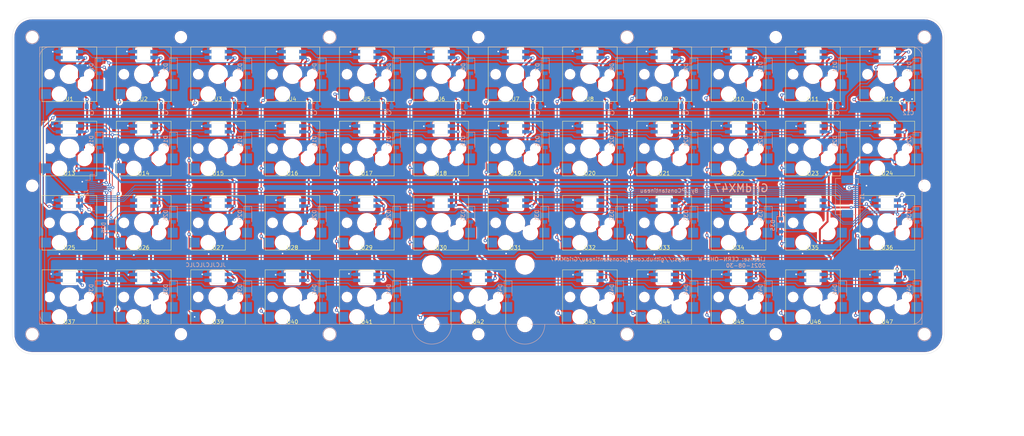
<source format=kicad_pcb>
(kicad_pcb (version 20171130) (host pcbnew "(5.1.10)-1")
  (layers (0 F.Cu signal) (31 B.Cu signal) (34 B.Paste user) (35 F.Paste user) (36 B.SilkS user) (37 F.SilkS user) (38 B.Mask user) (39 F.Mask user) (44 Edge.Cuts user))
  (net 0 "")
  (net 1 ROW1)
  (net 2 "Net-(D1-Pad2)")
  (net 3 ROW2)
  (net 4 "Net-(D2-Pad2)")
  (net 5 "Net-(D3-Pad2)")
  (net 6 "Net-(D4-Pad2)")
  (net 7 "Net-(D5-Pad2)")
  (net 8 "Net-(D6-Pad2)")
  (net 9 "Net-(D7-Pad2)")
  (net 10 "Net-(D8-Pad2)")
  (net 11 "Net-(D9-Pad2)")
  (net 12 "Net-(D10-Pad2)")
  (net 13 "Net-(D11-Pad2)")
  (net 14 "Net-(D12-Pad2)")
  (net 15 "Net-(D13-Pad2)")
  (net 16 "Net-(D14-Pad2)")
  (net 17 "Net-(D15-Pad2)")
  (net 18 "Net-(D16-Pad2)")
  (net 19 "Net-(D17-Pad2)")
  (net 20 "Net-(D18-Pad2)")
  (net 21 "Net-(D19-Pad2)")
  (net 22 "Net-(D20-Pad2)")
  (net 23 "Net-(D21-Pad2)")
  (net 24 "Net-(D22-Pad2)")
  (net 25 "Net-(D23-Pad2)")
  (net 26 "Net-(D24-Pad2)")
  (net 27 "Net-(D25-Pad2)")
  (net 28 "Net-(D26-Pad2)")
  (net 29 "Net-(D27-Pad2)")
  (net 30 "Net-(D28-Pad2)")
  (net 31 "Net-(D29-Pad2)")
  (net 32 "Net-(D30-Pad2)")
  (net 33 "Net-(D31-Pad2)")
  (net 34 "Net-(D32-Pad2)")
  (net 35 "Net-(D33-Pad2)")
  (net 36 "Net-(D34-Pad2)")
  (net 37 "Net-(D35-Pad2)")
  (net 38 "Net-(D36-Pad2)")
  (net 39 "Net-(D37-Pad2)")
  (net 40 "Net-(D38-Pad2)")
  (net 41 "Net-(D39-Pad2)")
  (net 42 "Net-(D40-Pad2)")
  (net 43 "Net-(D41-Pad2)")
  (net 44 "Net-(D42-Pad2)")
  (net 45 "Net-(D43-Pad2)")
  (net 46 "Net-(D44-Pad2)")
  (net 47 "Net-(D45-Pad2)")
  (net 48 "Net-(D46-Pad2)")
  (net 49 "Net-(D47-Pad2)")
  (net 50 VCC)
  (net 51 "Net-(U1-Pad5)")
  (net 52 RGBData)
  (net 53 GND)
  (net 54 "Net-(U2-Pad5)")
  (net 55 "Net-(U3-Pad5)")
  (net 56 "Net-(U4-Pad5)")
  (net 57 "Net-(U5-Pad5)")
  (net 58 "Net-(U6-Pad5)")
  (net 59 "Net-(U7-Pad5)")
  (net 60 "Net-(U8-Pad5)")
  (net 61 "Net-(U10-Pad4)")
  (net 62 "Net-(U10-Pad5)")
  (net 63 "Net-(U11-Pad5)")
  (net 64 "Net-(U12-Pad5)")
  (net 65 "Net-(U13-Pad5)")
  (net 66 "Net-(U14-Pad5)")
  (net 67 "Net-(U15-Pad5)")
  (net 68 "Net-(U16-Pad5)")
  (net 69 "Net-(U17-Pad5)")
  (net 70 "Net-(U18-Pad5)")
  (net 71 "Net-(U19-Pad5)")
  (net 72 "Net-(U20-Pad5)")
  (net 73 "Net-(U21-Pad5)")
  (net 74 "Net-(U22-Pad5)")
  (net 75 "Net-(U23-Pad5)")
  (net 76 "Net-(U24-Pad5)")
  (net 77 "Net-(U25-Pad5)")
  (net 78 "Net-(U26-Pad5)")
  (net 79 "Net-(U27-Pad5)")
  (net 80 "Net-(U28-Pad5)")
  (net 81 "Net-(U29-Pad5)")
  (net 82 "Net-(U30-Pad5)")
  (net 83 "Net-(U31-Pad5)")
  (net 84 "Net-(U32-Pad5)")
  (net 85 "Net-(U33-Pad5)")
  (net 86 "Net-(U34-Pad5)")
  (net 87 "Net-(U35-Pad5)")
  (net 88 "Net-(U36-Pad5)")
  (net 89 "Net-(U37-Pad5)")
  (net 90 "Net-(U38-Pad5)")
  (net 91 "Net-(U39-Pad5)")
  (net 92 "Net-(U40-Pad5)")
  (net 93 "Net-(U41-Pad5)")
  (net 94 "Net-(U42-Pad5)")
  (net 95 "Net-(U43-Pad5)")
  (net 96 "Net-(U44-Pad5)")
  (net 97 "Net-(U45-Pad5)")
  (net 98 "Net-(U46-Pad5)")
  (net 99 ROW3)
  (net 100 ROW4)
  (net 101 COL5)
  (net 102 COL4)
  (net 103 COL3)
  (net 104 COL2)
  (net 105 COL1)
  (net 106 COL6)
  (net 107 COL12)
  (net 108 COL11)
  (net 109 COL10)
  (net 110 COL9)
  (net 111 COL8)
  (net 112 COL7)
  (net 113 RGBOut)
  (module CherryMX_PCB_KailhSocket_StabWireBottom_LTST-A683CEGBW-Rotated:CherryMX_2.00u_PCB_KailhSocket_StabWireBottom_LTST-A683CEGBW-Rotated (layer F.Cu) (at 165.735 116.84 180)
    (fp_text reference U42 (at 0 -6.35) (layer F.SilkS))
    (fp_text value CherryMX_LTST-A683CEGBW)
    (fp_line (start -1.7 3.55) (end 1.7 3.55) (layer Edge.Cuts) (width 0.05))
    (fp_line (start 1.7 3.55) (end 1.7 6.55) (layer Edge.Cuts) (width 0.05))
    (fp_line (start 1.7 6.55) (end -1.7 6.55) (layer Edge.Cuts) (width 0.05))
    (fp_line (start -1.7 6.55) (end -1.7 3.55) (layer Edge.Cuts) (width 0.05))
    (pad 3 smd rect (at 2.6 5.8 180) (size 1.8 0.9) (layers B.Cu B.Paste B.Mask) (net 53 GND))
    (pad 4 smd rect (at 2.6 4.3 180) (size 1.8 0.9) (layers B.Cu B.Paste B.Mask) (net 93 "Net-(U41-Pad5)"))
    (pad 5 smd rect (at -2.6 5.8 180) (size 1.8 0.9) (layers B.Cu B.Paste B.Mask) (net 94 "Net-(U42-Pad5)"))
    (pad 6 smd rect (at -2.6 4.3 180) (size 1.8 0.9) (layers B.Cu B.Paste B.Mask) (net 50 VCC))
    (pad "" np_thru_hole circle (at 11.938 -7 180) (size 3.05 3.05) (drill 3.05) (layers *.Cu *.Mask))
    (pad "" np_thru_hole circle (at 11.938 8.24 180) (size 4 4) (drill 4) (layers *.Cu *.Mask))
    (pad "" np_thru_hole circle (at -11.938 8.24 180) (size 4 4) (drill 4) (layers *.Cu *.Mask))
    (pad "" np_thru_hole circle (at -11.938 -7 180) (size 3.05 3.05) (drill 3.05) (layers *.Cu *.Mask))
    (pad 2 smd rect (at 6.015 -5.08 180) (size 2.55 2.5) (layers B.Cu B.Paste B.Mask) (net 106 COL6))
    (pad 1 smd rect (at -7.41 -2.54 180) (size 2.55 2.5) (layers B.Cu B.Paste B.Mask) (net 44 "Net-(D42-Pad2)"))
    (pad "" np_thru_hole circle (at 2.54 -5.08 180) (size 3 3) (drill 3) (layers *.Cu *.Mask))
    (pad "" np_thru_hole circle (at -3.81 -2.54 180) (size 3 3) (drill 3) (layers *.Cu *.Mask))
    (pad "" np_thru_hole circle (at 5.08 0 180) (size 1.75 1.75) (drill 1.75) (layers *.Cu *.Mask))
    (pad "" np_thru_hole circle (at -5.08 0 180) (size 1.75 1.75) (drill 1.75) (layers *.Cu *.Mask))
    (pad "" np_thru_hole circle (at 0 0 180) (size 4 4) (drill 4) (layers *.Cu *.Mask))
  )
  (module MountingHole:MountingHole_2.2mm_M2 (layer F.Cu) (at 280.035 88.265)
    (fp_text reference H16 hide)
    (fp_text value MountingHole)
    (pad 1 np_thru_hole circle (at 0 0) (size 2.2 2.2) (drill 2.2) (layers *.Cu *.Mask))
  )
  (module MountingHole:MountingHole_2.2mm_M2 (layer F.Cu) (at 241.935 126.365)
    (fp_text reference H15 hide)
    (fp_text value MountingHole)
    (pad 1 np_thru_hole circle (at 0 0) (size 2.2 2.2) (drill 2.2) (layers *.Cu *.Mask))
  )
  (module MountingHole:MountingHole_2.2mm_M2 (layer F.Cu) (at 165.735 126.365)
    (fp_text reference H14 hide)
    (fp_text value MountingHole)
    (pad 1 np_thru_hole circle (at 0 0) (size 2.2 2.2) (drill 2.2) (layers *.Cu *.Mask))
  )
  (module MountingHole:MountingHole_2.2mm_M2 (layer F.Cu) (at 89.535 126.365)
    (fp_text reference H13 hide)
    (fp_text value MountingHole)
    (pad 1 np_thru_hole circle (at 0 0) (size 2.2 2.2) (drill 2.2) (layers *.Cu *.Mask))
  )
  (module MountingHole:MountingHole_2.2mm_M2 (layer F.Cu) (at 241.935 50.165)
    (fp_text reference H12 hide)
    (fp_text value MountingHole)
    (pad 1 np_thru_hole circle (at 0 0) (size 2.2 2.2) (drill 2.2) (layers *.Cu *.Mask))
  )
  (module MountingHole:MountingHole_2.2mm_M2 (layer F.Cu) (at 165.735 50.165)
    (fp_text reference H11 hide)
    (fp_text value MountingHole)
    (pad "" np_thru_hole circle (at 0 0) (size 2.2 2.2) (drill 2.2) (layers *.Cu *.Mask))
  )
  (module MountingHole:MountingHole_2.2mm_M2 (layer F.Cu) (at 89.535 50.165)
    (fp_text reference H10 hide)
    (fp_text value MountingHole)
    (pad 1 np_thru_hole circle (at 0 0) (size 2.2 2.2) (drill 2.2) (layers *.Cu *.Mask))
  )
  (module MountingHole:MountingHole_2.2mm_M2 (layer F.Cu) (at 51.435 88.265)
    (fp_text reference H9 hide)
    (fp_text value MountingHole)
    (pad 1 np_thru_hole circle (at 0 0) (size 2.2 2.2) (drill 2.2) (layers *.Cu *.Mask))
  )
  (module JUSHUO:JUSHUO-AFC07-S12FCC-00_C11051_1x12-1MP_P0.50mm_Horizontal (layer B.Cu) (at 67.564 90.043 270)
    (fp_text reference J2 (at 0 2.3 90) (layer B.SilkS) (effects (justify mirror)))
    (fp_text value Conn_01x12)
    (pad MP smd rect (at 4.4 -1.5 270) (size 2 3) (layers B.Cu B.Paste B.Mask))
    (pad MP smd rect (at -4.4 -1.5 270) (size 2 3) (layers B.Cu B.Paste B.Mask))
    (pad 1 smd rect (at -2.75 0.85 270) (size 0.3 1.3) (layers B.Cu B.Paste B.Mask) (net 53 GND))
    (pad 2 smd rect (at -2.25 0.85 270) (size 0.3 1.3) (layers B.Cu B.Paste B.Mask) (net 52 RGBData))
    (pad 3 smd rect (at -1.75 0.85 270) (size 0.3 1.3) (layers B.Cu B.Paste B.Mask) (net 1 ROW1))
    (pad 4 smd rect (at -1.25 0.85 270) (size 0.3 1.3) (layers B.Cu B.Paste B.Mask) (net 3 ROW2))
    (pad 5 smd rect (at -0.75 0.85 270) (size 0.3 1.3) (layers B.Cu B.Paste B.Mask) (net 99 ROW3))
    (pad 6 smd rect (at -0.25 0.85 270) (size 0.3 1.3) (layers B.Cu B.Paste B.Mask) (net 100 ROW4))
    (pad 7 smd rect (at 0.25 0.85 270) (size 0.3 1.3) (layers B.Cu B.Paste B.Mask) (net 105 COL1))
    (pad 8 smd rect (at 0.75 0.85 270) (size 0.3 1.3) (layers B.Cu B.Paste B.Mask) (net 104 COL2))
    (pad 9 smd rect (at 1.25 0.85 270) (size 0.3 1.3) (layers B.Cu B.Paste B.Mask) (net 103 COL3))
    (pad 10 smd rect (at 1.75 0.85 270) (size 0.3 1.3) (layers B.Cu B.Paste B.Mask) (net 102 COL4))
    (pad 11 smd rect (at 2.25 0.85 270) (size 0.3 1.3) (layers B.Cu B.Paste B.Mask) (net 101 COL5))
    (pad 12 smd rect (at 2.75 0.85 270) (size 0.3 1.3) (layers B.Cu B.Paste B.Mask) (net 50 VCC))
  )
  (module JUSHUO:JUSHUO-AFC07-S12FCC-00_C11051_1x12-1MP_P0.50mm_Horizontal (layer B.Cu) (at 261.747 91.059 90)
    (fp_text reference J1 (at 0 2.3 90) (layer B.SilkS) (effects (justify mirror)))
    (fp_text value Conn_01x12)
    (pad MP smd rect (at 4.4 -1.5 90) (size 2 3) (layers B.Cu B.Paste B.Mask))
    (pad MP smd rect (at -4.4 -1.5 90) (size 2 3) (layers B.Cu B.Paste B.Mask))
    (pad 1 smd rect (at -2.75 0.85 90) (size 0.3 1.3) (layers B.Cu B.Paste B.Mask) (net 50 VCC))
    (pad 2 smd rect (at -2.25 0.85 90) (size 0.3 1.3) (layers B.Cu B.Paste B.Mask) (net 113 RGBOut))
    (pad 3 smd rect (at -1.75 0.85 90) (size 0.3 1.3) (layers B.Cu B.Paste B.Mask))
    (pad 4 smd rect (at -1.25 0.85 90) (size 0.3 1.3) (layers B.Cu B.Paste B.Mask))
    (pad 5 smd rect (at -0.75 0.85 90) (size 0.3 1.3) (layers B.Cu B.Paste B.Mask) (net 106 COL6))
    (pad 6 smd rect (at -0.25 0.85 90) (size 0.3 1.3) (layers B.Cu B.Paste B.Mask) (net 112 COL7))
    (pad 7 smd rect (at 0.25 0.85 90) (size 0.3 1.3) (layers B.Cu B.Paste B.Mask) (net 111 COL8))
    (pad 8 smd rect (at 0.75 0.85 90) (size 0.3 1.3) (layers B.Cu B.Paste B.Mask) (net 110 COL9))
    (pad 9 smd rect (at 1.25 0.85 90) (size 0.3 1.3) (layers B.Cu B.Paste B.Mask) (net 109 COL10))
    (pad 10 smd rect (at 1.75 0.85 90) (size 0.3 1.3) (layers B.Cu B.Paste B.Mask) (net 108 COL11))
    (pad 11 smd rect (at 2.25 0.85 90) (size 0.3 1.3) (layers B.Cu B.Paste B.Mask) (net 107 COL12))
    (pad 12 smd rect (at 2.75 0.85 90) (size 0.3 1.3) (layers B.Cu B.Paste B.Mask) (net 53 GND))
  )
  (module Capacitor_SMD:C_0805_2012Metric (layer B.Cu) (at 275.905 67.945)
    (fp_text reference C12 (at 0 1.68) (layer B.SilkS) (effects (justify mirror)))
    (fp_text value 1uF)
    (pad 2 smd roundrect (at 0.95 0) (size 1 1.45) (layers B.Cu B.Paste B.Mask) (net 53 GND))
    (pad 1 smd roundrect (at -0.95 0) (size 1 1.45) (layers B.Cu B.Paste B.Mask) (net 50 VCC))
  )
  (module Capacitor_SMD:C_0805_2012Metric (layer B.Cu) (at 256.855 67.945)
    (fp_text reference C11 (at 0 1.68) (layer B.SilkS) (effects (justify mirror)))
    (fp_text value 1uF)
    (pad 2 smd roundrect (at 0.95 0) (size 1 1.45) (layers B.Cu B.Paste B.Mask) (net 53 GND))
    (pad 1 smd roundrect (at -0.95 0) (size 1 1.45) (layers B.Cu B.Paste B.Mask) (net 50 VCC))
  )
  (module Capacitor_SMD:C_0805_2012Metric (layer B.Cu) (at 237.805 67.945)
    (fp_text reference C10 (at 0 1.68) (layer B.SilkS) (effects (justify mirror)))
    (fp_text value 1uF)
    (pad 2 smd roundrect (at 0.95 0) (size 1 1.45) (layers B.Cu B.Paste B.Mask) (net 53 GND))
    (pad 1 smd roundrect (at -0.95 0) (size 1 1.45) (layers B.Cu B.Paste B.Mask) (net 50 VCC))
  )
  (module Capacitor_SMD:C_0805_2012Metric (layer B.Cu) (at 218.755 67.945)
    (fp_text reference C9 (at 0 1.68) (layer B.SilkS) (effects (justify mirror)))
    (fp_text value 1uF)
    (pad 2 smd roundrect (at 0.95 0) (size 1 1.45) (layers B.Cu B.Paste B.Mask) (net 53 GND))
    (pad 1 smd roundrect (at -0.95 0) (size 1 1.45) (layers B.Cu B.Paste B.Mask) (net 50 VCC))
  )
  (module Capacitor_SMD:C_0805_2012Metric (layer B.Cu) (at 199.71 67.945)
    (fp_text reference C8 (at 0 1.68) (layer B.SilkS) (effects (justify mirror)))
    (fp_text value 1uF)
    (pad 2 smd roundrect (at 0.95 0) (size 1 1.45) (layers B.Cu B.Paste B.Mask) (net 53 GND))
    (pad 1 smd roundrect (at -0.95 0) (size 1 1.45) (layers B.Cu B.Paste B.Mask) (net 50 VCC))
  )
  (module Capacitor_SMD:C_0805_2012Metric (layer B.Cu) (at 180.66 67.945)
    (fp_text reference C7 (at 0 1.68) (layer B.SilkS) (effects (justify mirror)))
    (fp_text value 1uF)
    (pad 2 smd roundrect (at 0.95 0) (size 1 1.45) (layers B.Cu B.Paste B.Mask) (net 53 GND))
    (pad 1 smd roundrect (at -0.95 0) (size 1 1.45) (layers B.Cu B.Paste B.Mask) (net 50 VCC))
  )
  (module Capacitor_SMD:C_0805_2012Metric (layer B.Cu) (at 161.61 67.945)
    (fp_text reference C6 (at 0 1.68) (layer B.SilkS) (effects (justify mirror)))
    (fp_text value 1uF)
    (pad 2 smd roundrect (at 0.95 0) (size 1 1.45) (layers B.Cu B.Paste B.Mask) (net 53 GND))
    (pad 1 smd roundrect (at -0.95 0) (size 1 1.45) (layers B.Cu B.Paste B.Mask) (net 50 VCC))
  )
  (module Capacitor_SMD:C_0805_2012Metric (layer B.Cu) (at 142.56 67.945)
    (fp_text reference C5 (at 0 1.68) (layer B.SilkS) (effects (justify mirror)))
    (fp_text value 1uF)
    (pad 2 smd roundrect (at 0.95 0) (size 1 1.45) (layers B.Cu B.Paste B.Mask) (net 53 GND))
    (pad 1 smd roundrect (at -0.95 0) (size 1 1.45) (layers B.Cu B.Paste B.Mask) (net 50 VCC))
  )
  (module Capacitor_SMD:C_0805_2012Metric (layer B.Cu) (at 123.51 67.945)
    (fp_text reference C4 (at 0 1.68) (layer B.SilkS) (effects (justify mirror)))
    (fp_text value 1uF)
    (pad 2 smd roundrect (at 0.95 0) (size 1 1.45) (layers B.Cu B.Paste B.Mask) (net 53 GND))
    (pad 1 smd roundrect (at -0.95 0) (size 1 1.45) (layers B.Cu B.Paste B.Mask) (net 50 VCC))
  )
  (module Capacitor_SMD:C_0805_2012Metric (layer B.Cu) (at 104.46 67.945)
    (fp_text reference C3 (at 0 1.68) (layer B.SilkS) (effects (justify mirror)))
    (fp_text value 1uF)
    (pad 2 smd roundrect (at 0.95 0) (size 1 1.45) (layers B.Cu B.Paste B.Mask) (net 53 GND))
    (pad 1 smd roundrect (at -0.95 0) (size 1 1.45) (layers B.Cu B.Paste B.Mask) (net 50 VCC))
  )
  (module Capacitor_SMD:C_0805_2012Metric (layer B.Cu) (at 85.41 67.945)
    (fp_text reference C2 (at 0 1.68) (layer B.SilkS) (effects (justify mirror)))
    (fp_text value 1uF)
    (pad 2 smd roundrect (at 0.95 0) (size 1 1.45) (layers B.Cu B.Paste B.Mask) (net 53 GND))
    (pad 1 smd roundrect (at -0.95 0) (size 1 1.45) (layers B.Cu B.Paste B.Mask) (net 50 VCC))
  )
  (module Capacitor_SMD:C_0805_2012Metric (layer B.Cu) (at 66.36 67.945)
    (fp_text reference C1 (at 0 1.68) (layer B.SilkS) (effects (justify mirror)))
    (fp_text value 1uF)
    (pad 2 smd roundrect (at 0.95 0) (size 1 1.45) (layers B.Cu B.Paste B.Mask) (net 53 GND))
    (pad 1 smd roundrect (at -0.95 0) (size 1 1.45) (layers B.Cu B.Paste B.Mask) (net 50 VCC))
  )
  (module CherryMX_PCB_KailhSocket_LTST-A683CEGBW-Rotated:CherryMX_1.00u_PCB_KailhSocket_LTST-A683CEGBW-Rotated (layer F.Cu) (at 270.51 116.84 180)
    (fp_text reference U47 (at 0 -6.35) (layer F.SilkS))
    (fp_text value CherryMX_LTST-A683CEGBW)
    (fp_line (start -1.7 3.55) (end 1.7 3.55) (layer Edge.Cuts) (width 0.05))
    (fp_line (start 1.7 3.55) (end 1.7 6.55) (layer Edge.Cuts) (width 0.05))
    (fp_line (start 1.7 6.55) (end -1.7 6.55) (layer Edge.Cuts) (width 0.05))
    (fp_line (start -1.7 6.55) (end -1.7 3.55) (layer Edge.Cuts) (width 0.05))
    (pad 3 smd rect (at 2.6 5.8 180) (size 1.8 0.9) (layers B.Cu B.Paste B.Mask) (net 53 GND))
    (pad 4 smd rect (at 2.6 4.3 180) (size 1.8 0.9) (layers B.Cu B.Paste B.Mask) (net 98 "Net-(U46-Pad5)"))
    (pad 5 smd rect (at -2.6 5.8 180) (size 1.8 0.9) (layers B.Cu B.Paste B.Mask) (net 113 RGBOut))
    (pad 6 smd rect (at -2.6 4.3 180) (size 1.8 0.9) (layers B.Cu B.Paste B.Mask) (net 50 VCC))
    (pad 2 smd rect (at 6.015 -5.08 180) (size 2.55 2.5) (layers B.Cu B.Paste B.Mask) (net 107 COL12))
    (pad 1 smd rect (at -7.41 -2.54 180) (size 2.55 2.5) (layers B.Cu B.Paste B.Mask) (net 49 "Net-(D47-Pad2)"))
    (pad "" np_thru_hole circle (at 2.54 -5.08 180) (size 3 3) (drill 3) (layers *.Cu *.Mask))
    (pad "" np_thru_hole circle (at -3.81 -2.54 180) (size 3 3) (drill 3) (layers *.Cu *.Mask))
    (pad "" np_thru_hole circle (at 5.08 0 180) (size 1.75 1.75) (drill 1.75) (layers *.Cu *.Mask))
    (pad "" np_thru_hole circle (at -5.08 0 180) (size 1.75 1.75) (drill 1.75) (layers *.Cu *.Mask))
    (pad "" np_thru_hole circle (at 0 0 180) (size 4 4) (drill 4) (layers *.Cu *.Mask))
  )
  (module CherryMX_PCB_KailhSocket_LTST-A683CEGBW-Rotated:CherryMX_1.00u_PCB_KailhSocket_LTST-A683CEGBW-Rotated (layer F.Cu) (at 251.46 116.84 180)
    (fp_text reference U46 (at -0.635 -6.35) (layer F.SilkS))
    (fp_text value CherryMX_LTST-A683CEGBW)
    (fp_line (start -1.7 3.55) (end 1.7 3.55) (layer Edge.Cuts) (width 0.05))
    (fp_line (start 1.7 3.55) (end 1.7 6.55) (layer Edge.Cuts) (width 0.05))
    (fp_line (start 1.7 6.55) (end -1.7 6.55) (layer Edge.Cuts) (width 0.05))
    (fp_line (start -1.7 6.55) (end -1.7 3.55) (layer Edge.Cuts) (width 0.05))
    (pad 3 smd rect (at 2.6 5.8 180) (size 1.8 0.9) (layers B.Cu B.Paste B.Mask) (net 53 GND))
    (pad 4 smd rect (at 2.6 4.3 180) (size 1.8 0.9) (layers B.Cu B.Paste B.Mask) (net 97 "Net-(U45-Pad5)"))
    (pad 5 smd rect (at -2.6 5.8 180) (size 1.8 0.9) (layers B.Cu B.Paste B.Mask) (net 98 "Net-(U46-Pad5)"))
    (pad 6 smd rect (at -2.6 4.3 180) (size 1.8 0.9) (layers B.Cu B.Paste B.Mask) (net 50 VCC))
    (pad 2 smd rect (at 6.015 -5.08 180) (size 2.55 2.5) (layers B.Cu B.Paste B.Mask) (net 108 COL11))
    (pad 1 smd rect (at -7.41 -2.54 180) (size 2.55 2.5) (layers B.Cu B.Paste B.Mask) (net 48 "Net-(D46-Pad2)"))
    (pad "" np_thru_hole circle (at 2.54 -5.08 180) (size 3 3) (drill 3) (layers *.Cu *.Mask))
    (pad "" np_thru_hole circle (at -3.81 -2.54 180) (size 3 3) (drill 3) (layers *.Cu *.Mask))
    (pad "" np_thru_hole circle (at 5.08 0 180) (size 1.75 1.75) (drill 1.75) (layers *.Cu *.Mask))
    (pad "" np_thru_hole circle (at -5.08 0 180) (size 1.75 1.75) (drill 1.75) (layers *.Cu *.Mask))
    (pad "" np_thru_hole circle (at 0 0 180) (size 4 4) (drill 4) (layers *.Cu *.Mask))
  )
  (module CherryMX_PCB_KailhSocket_LTST-A683CEGBW-Rotated:CherryMX_1.00u_PCB_KailhSocket_LTST-A683CEGBW-Rotated (layer F.Cu) (at 232.41 116.84 180)
    (fp_text reference U45 (at 0 -6.35) (layer F.SilkS))
    (fp_text value CherryMX_LTST-A683CEGBW)
    (fp_line (start -1.7 3.55) (end 1.7 3.55) (layer Edge.Cuts) (width 0.05))
    (fp_line (start 1.7 3.55) (end 1.7 6.55) (layer Edge.Cuts) (width 0.05))
    (fp_line (start 1.7 6.55) (end -1.7 6.55) (layer Edge.Cuts) (width 0.05))
    (fp_line (start -1.7 6.55) (end -1.7 3.55) (layer Edge.Cuts) (width 0.05))
    (pad 3 smd rect (at 2.6 5.8 180) (size 1.8 0.9) (layers B.Cu B.Paste B.Mask) (net 53 GND))
    (pad 4 smd rect (at 2.6 4.3 180) (size 1.8 0.9) (layers B.Cu B.Paste B.Mask) (net 96 "Net-(U44-Pad5)"))
    (pad 5 smd rect (at -2.6 5.8 180) (size 1.8 0.9) (layers B.Cu B.Paste B.Mask) (net 97 "Net-(U45-Pad5)"))
    (pad 6 smd rect (at -2.6 4.3 180) (size 1.8 0.9) (layers B.Cu B.Paste B.Mask) (net 50 VCC))
    (pad 2 smd rect (at 6.015 -5.08 180) (size 2.55 2.5) (layers B.Cu B.Paste B.Mask) (net 109 COL10))
    (pad 1 smd rect (at -7.41 -2.54 180) (size 2.55 2.5) (layers B.Cu B.Paste B.Mask) (net 47 "Net-(D45-Pad2)"))
    (pad "" np_thru_hole circle (at 2.54 -5.08 180) (size 3 3) (drill 3) (layers *.Cu *.Mask))
    (pad "" np_thru_hole circle (at -3.81 -2.54 180) (size 3 3) (drill 3) (layers *.Cu *.Mask))
    (pad "" np_thru_hole circle (at 5.08 0 180) (size 1.75 1.75) (drill 1.75) (layers *.Cu *.Mask))
    (pad "" np_thru_hole circle (at -5.08 0 180) (size 1.75 1.75) (drill 1.75) (layers *.Cu *.Mask))
    (pad "" np_thru_hole circle (at 0 0 180) (size 4 4) (drill 4) (layers *.Cu *.Mask))
  )
  (module CherryMX_PCB_KailhSocket_LTST-A683CEGBW-Rotated:CherryMX_1.00u_PCB_KailhSocket_LTST-A683CEGBW-Rotated (layer F.Cu) (at 213.36 116.84 180)
    (fp_text reference U44 (at 0 -6.35) (layer F.SilkS))
    (fp_text value CherryMX_LTST-A683CEGBW)
    (fp_line (start -1.7 3.55) (end 1.7 3.55) (layer Edge.Cuts) (width 0.05))
    (fp_line (start 1.7 3.55) (end 1.7 6.55) (layer Edge.Cuts) (width 0.05))
    (fp_line (start 1.7 6.55) (end -1.7 6.55) (layer Edge.Cuts) (width 0.05))
    (fp_line (start -1.7 6.55) (end -1.7 3.55) (layer Edge.Cuts) (width 0.05))
    (pad 3 smd rect (at 2.6 5.8 180) (size 1.8 0.9) (layers B.Cu B.Paste B.Mask) (net 53 GND))
    (pad 4 smd rect (at 2.6 4.3 180) (size 1.8 0.9) (layers B.Cu B.Paste B.Mask) (net 95 "Net-(U43-Pad5)"))
    (pad 5 smd rect (at -2.6 5.8 180) (size 1.8 0.9) (layers B.Cu B.Paste B.Mask) (net 96 "Net-(U44-Pad5)"))
    (pad 6 smd rect (at -2.6 4.3 180) (size 1.8 0.9) (layers B.Cu B.Paste B.Mask) (net 50 VCC))
    (pad 2 smd rect (at 6.015 -5.08 180) (size 2.55 2.5) (layers B.Cu B.Paste B.Mask) (net 110 COL9))
    (pad 1 smd rect (at -7.41 -2.54 180) (size 2.55 2.5) (layers B.Cu B.Paste B.Mask) (net 46 "Net-(D44-Pad2)"))
    (pad "" np_thru_hole circle (at 2.54 -5.08 180) (size 3 3) (drill 3) (layers *.Cu *.Mask))
    (pad "" np_thru_hole circle (at -3.81 -2.54 180) (size 3 3) (drill 3) (layers *.Cu *.Mask))
    (pad "" np_thru_hole circle (at 5.08 0 180) (size 1.75 1.75) (drill 1.75) (layers *.Cu *.Mask))
    (pad "" np_thru_hole circle (at -5.08 0 180) (size 1.75 1.75) (drill 1.75) (layers *.Cu *.Mask))
    (pad "" np_thru_hole circle (at 0 0 180) (size 4 4) (drill 4) (layers *.Cu *.Mask))
  )
  (module CherryMX_PCB_KailhSocket_LTST-A683CEGBW-Rotated:CherryMX_1.00u_PCB_KailhSocket_LTST-A683CEGBW-Rotated (layer F.Cu) (at 194.31 116.84 180)
    (fp_text reference U43 (at 0 -6.35) (layer F.SilkS))
    (fp_text value CherryMX_LTST-A683CEGBW)
    (fp_line (start -1.7 3.55) (end 1.7 3.55) (layer Edge.Cuts) (width 0.05))
    (fp_line (start 1.7 3.55) (end 1.7 6.55) (layer Edge.Cuts) (width 0.05))
    (fp_line (start 1.7 6.55) (end -1.7 6.55) (layer Edge.Cuts) (width 0.05))
    (fp_line (start -1.7 6.55) (end -1.7 3.55) (layer Edge.Cuts) (width 0.05))
    (pad 3 smd rect (at 2.6 5.8 180) (size 1.8 0.9) (layers B.Cu B.Paste B.Mask) (net 53 GND))
    (pad 4 smd rect (at 2.6 4.3 180) (size 1.8 0.9) (layers B.Cu B.Paste B.Mask) (net 94 "Net-(U42-Pad5)"))
    (pad 5 smd rect (at -2.6 5.8 180) (size 1.8 0.9) (layers B.Cu B.Paste B.Mask) (net 95 "Net-(U43-Pad5)"))
    (pad 6 smd rect (at -2.6 4.3 180) (size 1.8 0.9) (layers B.Cu B.Paste B.Mask) (net 50 VCC))
    (pad 2 smd rect (at 6.015 -5.08 180) (size 2.55 2.5) (layers B.Cu B.Paste B.Mask) (net 111 COL8))
    (pad 1 smd rect (at -7.41 -2.54 180) (size 2.55 2.5) (layers B.Cu B.Paste B.Mask) (net 45 "Net-(D43-Pad2)"))
    (pad "" np_thru_hole circle (at 2.54 -5.08 180) (size 3 3) (drill 3) (layers *.Cu *.Mask))
    (pad "" np_thru_hole circle (at -3.81 -2.54 180) (size 3 3) (drill 3) (layers *.Cu *.Mask))
    (pad "" np_thru_hole circle (at 5.08 0 180) (size 1.75 1.75) (drill 1.75) (layers *.Cu *.Mask))
    (pad "" np_thru_hole circle (at -5.08 0 180) (size 1.75 1.75) (drill 1.75) (layers *.Cu *.Mask))
    (pad "" np_thru_hole circle (at 0 0 180) (size 4 4) (drill 4) (layers *.Cu *.Mask))
  )
  (module CherryMX_PCB_KailhSocket_LTST-A683CEGBW-Rotated:CherryMX_1.00u_PCB_KailhSocket_LTST-A683CEGBW-Rotated (layer F.Cu) (at 137.16 116.84 180)
    (fp_text reference U41 (at 0 -6.35) (layer F.SilkS))
    (fp_text value CherryMX_LTST-A683CEGBW)
    (fp_line (start -1.7 3.55) (end 1.7 3.55) (layer Edge.Cuts) (width 0.05))
    (fp_line (start 1.7 3.55) (end 1.7 6.55) (layer Edge.Cuts) (width 0.05))
    (fp_line (start 1.7 6.55) (end -1.7 6.55) (layer Edge.Cuts) (width 0.05))
    (fp_line (start -1.7 6.55) (end -1.7 3.55) (layer Edge.Cuts) (width 0.05))
    (pad 3 smd rect (at 2.6 5.8 180) (size 1.8 0.9) (layers B.Cu B.Paste B.Mask) (net 53 GND))
    (pad 4 smd rect (at 2.6 4.3 180) (size 1.8 0.9) (layers B.Cu B.Paste B.Mask) (net 92 "Net-(U40-Pad5)"))
    (pad 5 smd rect (at -2.6 5.8 180) (size 1.8 0.9) (layers B.Cu B.Paste B.Mask) (net 93 "Net-(U41-Pad5)"))
    (pad 6 smd rect (at -2.6 4.3 180) (size 1.8 0.9) (layers B.Cu B.Paste B.Mask) (net 50 VCC))
    (pad 2 smd rect (at 6.015 -5.08 180) (size 2.55 2.5) (layers B.Cu B.Paste B.Mask) (net 101 COL5))
    (pad 1 smd rect (at -7.41 -2.54 180) (size 2.55 2.5) (layers B.Cu B.Paste B.Mask) (net 43 "Net-(D41-Pad2)"))
    (pad "" np_thru_hole circle (at 2.54 -5.08 180) (size 3 3) (drill 3) (layers *.Cu *.Mask))
    (pad "" np_thru_hole circle (at -3.81 -2.54 180) (size 3 3) (drill 3) (layers *.Cu *.Mask))
    (pad "" np_thru_hole circle (at 5.08 0 180) (size 1.75 1.75) (drill 1.75) (layers *.Cu *.Mask))
    (pad "" np_thru_hole circle (at -5.08 0 180) (size 1.75 1.75) (drill 1.75) (layers *.Cu *.Mask))
    (pad "" np_thru_hole circle (at 0 0 180) (size 4 4) (drill 4) (layers *.Cu *.Mask))
  )
  (module CherryMX_PCB_KailhSocket_LTST-A683CEGBW-Rotated:CherryMX_1.00u_PCB_KailhSocket_LTST-A683CEGBW-Rotated (layer F.Cu) (at 118.11 116.84 180)
    (fp_text reference U40 (at 0 -6.35) (layer F.SilkS))
    (fp_text value CherryMX_LTST-A683CEGBW)
    (fp_line (start -1.7 3.55) (end 1.7 3.55) (layer Edge.Cuts) (width 0.05))
    (fp_line (start 1.7 3.55) (end 1.7 6.55) (layer Edge.Cuts) (width 0.05))
    (fp_line (start 1.7 6.55) (end -1.7 6.55) (layer Edge.Cuts) (width 0.05))
    (fp_line (start -1.7 6.55) (end -1.7 3.55) (layer Edge.Cuts) (width 0.05))
    (pad 3 smd rect (at 2.6 5.8 180) (size 1.8 0.9) (layers B.Cu B.Paste B.Mask) (net 53 GND))
    (pad 4 smd rect (at 2.6 4.3 180) (size 1.8 0.9) (layers B.Cu B.Paste B.Mask) (net 91 "Net-(U39-Pad5)"))
    (pad 5 smd rect (at -2.6 5.8 180) (size 1.8 0.9) (layers B.Cu B.Paste B.Mask) (net 92 "Net-(U40-Pad5)"))
    (pad 6 smd rect (at -2.6 4.3 180) (size 1.8 0.9) (layers B.Cu B.Paste B.Mask) (net 50 VCC))
    (pad 2 smd rect (at 6.015 -5.08 180) (size 2.55 2.5) (layers B.Cu B.Paste B.Mask) (net 102 COL4))
    (pad 1 smd rect (at -7.41 -2.54 180) (size 2.55 2.5) (layers B.Cu B.Paste B.Mask) (net 42 "Net-(D40-Pad2)"))
    (pad "" np_thru_hole circle (at 2.54 -5.08 180) (size 3 3) (drill 3) (layers *.Cu *.Mask))
    (pad "" np_thru_hole circle (at -3.81 -2.54 180) (size 3 3) (drill 3) (layers *.Cu *.Mask))
    (pad "" np_thru_hole circle (at 5.08 0 180) (size 1.75 1.75) (drill 1.75) (layers *.Cu *.Mask))
    (pad "" np_thru_hole circle (at -5.08 0 180) (size 1.75 1.75) (drill 1.75) (layers *.Cu *.Mask))
    (pad "" np_thru_hole circle (at 0 0 180) (size 4 4) (drill 4) (layers *.Cu *.Mask))
  )
  (module CherryMX_PCB_KailhSocket_LTST-A683CEGBW-Rotated:CherryMX_1.00u_PCB_KailhSocket_LTST-A683CEGBW-Rotated (layer F.Cu) (at 99.06 116.84 180)
    (fp_text reference U39 (at 0 -6.35) (layer F.SilkS))
    (fp_text value CherryMX_LTST-A683CEGBW)
    (fp_line (start -1.7 3.55) (end 1.7 3.55) (layer Edge.Cuts) (width 0.05))
    (fp_line (start 1.7 3.55) (end 1.7 6.55) (layer Edge.Cuts) (width 0.05))
    (fp_line (start 1.7 6.55) (end -1.7 6.55) (layer Edge.Cuts) (width 0.05))
    (fp_line (start -1.7 6.55) (end -1.7 3.55) (layer Edge.Cuts) (width 0.05))
    (pad 3 smd rect (at 2.6 5.8 180) (size 1.8 0.9) (layers B.Cu B.Paste B.Mask) (net 53 GND))
    (pad 4 smd rect (at 2.6 4.3 180) (size 1.8 0.9) (layers B.Cu B.Paste B.Mask) (net 90 "Net-(U38-Pad5)"))
    (pad 5 smd rect (at -2.6 5.8 180) (size 1.8 0.9) (layers B.Cu B.Paste B.Mask) (net 91 "Net-(U39-Pad5)"))
    (pad 6 smd rect (at -2.6 4.3 180) (size 1.8 0.9) (layers B.Cu B.Paste B.Mask) (net 50 VCC))
    (pad 2 smd rect (at 6.015 -5.08 180) (size 2.55 2.5) (layers B.Cu B.Paste B.Mask) (net 103 COL3))
    (pad 1 smd rect (at -7.41 -2.54 180) (size 2.55 2.5) (layers B.Cu B.Paste B.Mask) (net 41 "Net-(D39-Pad2)"))
    (pad "" np_thru_hole circle (at 2.54 -5.08 180) (size 3 3) (drill 3) (layers *.Cu *.Mask))
    (pad "" np_thru_hole circle (at -3.81 -2.54 180) (size 3 3) (drill 3) (layers *.Cu *.Mask))
    (pad "" np_thru_hole circle (at 5.08 0 180) (size 1.75 1.75) (drill 1.75) (layers *.Cu *.Mask))
    (pad "" np_thru_hole circle (at -5.08 0 180) (size 1.75 1.75) (drill 1.75) (layers *.Cu *.Mask))
    (pad "" np_thru_hole circle (at 0 0 180) (size 4 4) (drill 4) (layers *.Cu *.Mask))
  )
  (module CherryMX_PCB_KailhSocket_LTST-A683CEGBW-Rotated:CherryMX_1.00u_PCB_KailhSocket_LTST-A683CEGBW-Rotated (layer F.Cu) (at 80.01 116.84 180)
    (fp_text reference U38 (at 0 -6.35) (layer F.SilkS))
    (fp_text value CherryMX_LTST-A683CEGBW)
    (fp_line (start -1.7 3.55) (end 1.7 3.55) (layer Edge.Cuts) (width 0.05))
    (fp_line (start 1.7 3.55) (end 1.7 6.55) (layer Edge.Cuts) (width 0.05))
    (fp_line (start 1.7 6.55) (end -1.7 6.55) (layer Edge.Cuts) (width 0.05))
    (fp_line (start -1.7 6.55) (end -1.7 3.55) (layer Edge.Cuts) (width 0.05))
    (pad 3 smd rect (at 2.6 5.8 180) (size 1.8 0.9) (layers B.Cu B.Paste B.Mask) (net 53 GND))
    (pad 4 smd rect (at 2.6 4.3 180) (size 1.8 0.9) (layers B.Cu B.Paste B.Mask) (net 89 "Net-(U37-Pad5)"))
    (pad 5 smd rect (at -2.6 5.8 180) (size 1.8 0.9) (layers B.Cu B.Paste B.Mask) (net 90 "Net-(U38-Pad5)"))
    (pad 6 smd rect (at -2.6 4.3 180) (size 1.8 0.9) (layers B.Cu B.Paste B.Mask) (net 50 VCC))
    (pad 2 smd rect (at 6.015 -5.08 180) (size 2.55 2.5) (layers B.Cu B.Paste B.Mask) (net 104 COL2))
    (pad 1 smd rect (at -7.41 -2.54 180) (size 2.55 2.5) (layers B.Cu B.Paste B.Mask) (net 40 "Net-(D38-Pad2)"))
    (pad "" np_thru_hole circle (at 2.54 -5.08 180) (size 3 3) (drill 3) (layers *.Cu *.Mask))
    (pad "" np_thru_hole circle (at -3.81 -2.54 180) (size 3 3) (drill 3) (layers *.Cu *.Mask))
    (pad "" np_thru_hole circle (at 5.08 0 180) (size 1.75 1.75) (drill 1.75) (layers *.Cu *.Mask))
    (pad "" np_thru_hole circle (at -5.08 0 180) (size 1.75 1.75) (drill 1.75) (layers *.Cu *.Mask))
    (pad "" np_thru_hole circle (at 0 0 180) (size 4 4) (drill 4) (layers *.Cu *.Mask))
  )
  (module CherryMX_PCB_KailhSocket_LTST-A683CEGBW-Rotated:CherryMX_1.00u_PCB_KailhSocket_LTST-A683CEGBW-Rotated (layer F.Cu) (at 60.96 116.84 180)
    (fp_text reference U37 (at 0 -6.35) (layer F.SilkS))
    (fp_text value CherryMX_LTST-A683CEGBW)
    (fp_line (start -1.7 3.55) (end 1.7 3.55) (layer Edge.Cuts) (width 0.05))
    (fp_line (start 1.7 3.55) (end 1.7 6.55) (layer Edge.Cuts) (width 0.05))
    (fp_line (start 1.7 6.55) (end -1.7 6.55) (layer Edge.Cuts) (width 0.05))
    (fp_line (start -1.7 6.55) (end -1.7 3.55) (layer Edge.Cuts) (width 0.05))
    (pad 3 smd rect (at 2.6 5.8 180) (size 1.8 0.9) (layers B.Cu B.Paste B.Mask) (net 53 GND))
    (pad 4 smd rect (at 2.6 4.3 180) (size 1.8 0.9) (layers B.Cu B.Paste B.Mask) (net 88 "Net-(U36-Pad5)"))
    (pad 5 smd rect (at -2.6 5.8 180) (size 1.8 0.9) (layers B.Cu B.Paste B.Mask) (net 89 "Net-(U37-Pad5)"))
    (pad 6 smd rect (at -2.6 4.3 180) (size 1.8 0.9) (layers B.Cu B.Paste B.Mask) (net 50 VCC))
    (pad 2 smd rect (at 6.015 -5.08 180) (size 2.55 2.5) (layers B.Cu B.Paste B.Mask) (net 105 COL1))
    (pad 1 smd rect (at -7.41 -2.54 180) (size 2.55 2.5) (layers B.Cu B.Paste B.Mask) (net 39 "Net-(D37-Pad2)"))
    (pad "" np_thru_hole circle (at 2.54 -5.08 180) (size 3 3) (drill 3) (layers *.Cu *.Mask))
    (pad "" np_thru_hole circle (at -3.81 -2.54 180) (size 3 3) (drill 3) (layers *.Cu *.Mask))
    (pad "" np_thru_hole circle (at 5.08 0 180) (size 1.75 1.75) (drill 1.75) (layers *.Cu *.Mask))
    (pad "" np_thru_hole circle (at -5.08 0 180) (size 1.75 1.75) (drill 1.75) (layers *.Cu *.Mask))
    (pad "" np_thru_hole circle (at 0 0 180) (size 4 4) (drill 4) (layers *.Cu *.Mask))
  )
  (module CherryMX_PCB_KailhSocket_LTST-A683CEGBW-Rotated:CherryMX_1.00u_PCB_KailhSocket_LTST-A683CEGBW-Rotated (layer F.Cu) (at 270.51 97.79 180)
    (fp_text reference U36 (at 0 -6.35) (layer F.SilkS))
    (fp_text value CherryMX_LTST-A683CEGBW)
    (fp_line (start -1.7 3.55) (end 1.7 3.55) (layer Edge.Cuts) (width 0.05))
    (fp_line (start 1.7 3.55) (end 1.7 6.55) (layer Edge.Cuts) (width 0.05))
    (fp_line (start 1.7 6.55) (end -1.7 6.55) (layer Edge.Cuts) (width 0.05))
    (fp_line (start -1.7 6.55) (end -1.7 3.55) (layer Edge.Cuts) (width 0.05))
    (pad 3 smd rect (at 2.6 5.8 180) (size 1.8 0.9) (layers B.Cu B.Paste B.Mask) (net 53 GND))
    (pad 4 smd rect (at 2.6 4.3 180) (size 1.8 0.9) (layers B.Cu B.Paste B.Mask) (net 87 "Net-(U35-Pad5)"))
    (pad 5 smd rect (at -2.6 5.8 180) (size 1.8 0.9) (layers B.Cu B.Paste B.Mask) (net 88 "Net-(U36-Pad5)"))
    (pad 6 smd rect (at -2.6 4.3 180) (size 1.8 0.9) (layers B.Cu B.Paste B.Mask) (net 50 VCC))
    (pad 2 smd rect (at 6.015 -5.08 180) (size 2.55 2.5) (layers B.Cu B.Paste B.Mask) (net 107 COL12))
    (pad 1 smd rect (at -7.41 -2.54 180) (size 2.55 2.5) (layers B.Cu B.Paste B.Mask) (net 38 "Net-(D36-Pad2)"))
    (pad "" np_thru_hole circle (at 2.54 -5.08 180) (size 3 3) (drill 3) (layers *.Cu *.Mask))
    (pad "" np_thru_hole circle (at -3.81 -2.54 180) (size 3 3) (drill 3) (layers *.Cu *.Mask))
    (pad "" np_thru_hole circle (at 5.08 0 180) (size 1.75 1.75) (drill 1.75) (layers *.Cu *.Mask))
    (pad "" np_thru_hole circle (at -5.08 0 180) (size 1.75 1.75) (drill 1.75) (layers *.Cu *.Mask))
    (pad "" np_thru_hole circle (at 0 0 180) (size 4 4) (drill 4) (layers *.Cu *.Mask))
  )
  (module CherryMX_PCB_KailhSocket_LTST-A683CEGBW-Rotated:CherryMX_1.00u_PCB_KailhSocket_LTST-A683CEGBW-Rotated (layer F.Cu) (at 251.46 97.79 180)
    (fp_text reference U35 (at 0 -6.35) (layer F.SilkS))
    (fp_text value CherryMX_LTST-A683CEGBW)
    (fp_line (start -1.7 3.55) (end 1.7 3.55) (layer Edge.Cuts) (width 0.05))
    (fp_line (start 1.7 3.55) (end 1.7 6.55) (layer Edge.Cuts) (width 0.05))
    (fp_line (start 1.7 6.55) (end -1.7 6.55) (layer Edge.Cuts) (width 0.05))
    (fp_line (start -1.7 6.55) (end -1.7 3.55) (layer Edge.Cuts) (width 0.05))
    (pad 3 smd rect (at 2.6 5.8 180) (size 1.8 0.9) (layers B.Cu B.Paste B.Mask) (net 53 GND))
    (pad 4 smd rect (at 2.6 4.3 180) (size 1.8 0.9) (layers B.Cu B.Paste B.Mask) (net 86 "Net-(U34-Pad5)"))
    (pad 5 smd rect (at -2.6 5.8 180) (size 1.8 0.9) (layers B.Cu B.Paste B.Mask) (net 87 "Net-(U35-Pad5)"))
    (pad 6 smd rect (at -2.6 4.3 180) (size 1.8 0.9) (layers B.Cu B.Paste B.Mask) (net 50 VCC))
    (pad 2 smd rect (at 6.015 -5.08 180) (size 2.55 2.5) (layers B.Cu B.Paste B.Mask) (net 108 COL11))
    (pad 1 smd rect (at -7.41 -2.54 180) (size 2.55 2.5) (layers B.Cu B.Paste B.Mask) (net 37 "Net-(D35-Pad2)"))
    (pad "" np_thru_hole circle (at 2.54 -5.08 180) (size 3 3) (drill 3) (layers *.Cu *.Mask))
    (pad "" np_thru_hole circle (at -3.81 -2.54 180) (size 3 3) (drill 3) (layers *.Cu *.Mask))
    (pad "" np_thru_hole circle (at 5.08 0 180) (size 1.75 1.75) (drill 1.75) (layers *.Cu *.Mask))
    (pad "" np_thru_hole circle (at -5.08 0 180) (size 1.75 1.75) (drill 1.75) (layers *.Cu *.Mask))
    (pad "" np_thru_hole circle (at 0 0 180) (size 4 4) (drill 4) (layers *.Cu *.Mask))
  )
  (module CherryMX_PCB_KailhSocket_LTST-A683CEGBW-Rotated:CherryMX_1.00u_PCB_KailhSocket_LTST-A683CEGBW-Rotated (layer F.Cu) (at 232.41 97.79 180)
    (fp_text reference U34 (at 0 -6.35) (layer F.SilkS))
    (fp_text value CherryMX_LTST-A683CEGBW)
    (fp_line (start -1.7 3.55) (end 1.7 3.55) (layer Edge.Cuts) (width 0.05))
    (fp_line (start 1.7 3.55) (end 1.7 6.55) (layer Edge.Cuts) (width 0.05))
    (fp_line (start 1.7 6.55) (end -1.7 6.55) (layer Edge.Cuts) (width 0.05))
    (fp_line (start -1.7 6.55) (end -1.7 3.55) (layer Edge.Cuts) (width 0.05))
    (pad 3 smd rect (at 2.6 5.8 180) (size 1.8 0.9) (layers B.Cu B.Paste B.Mask) (net 53 GND))
    (pad 4 smd rect (at 2.6 4.3 180) (size 1.8 0.9) (layers B.Cu B.Paste B.Mask) (net 85 "Net-(U33-Pad5)"))
    (pad 5 smd rect (at -2.6 5.8 180) (size 1.8 0.9) (layers B.Cu B.Paste B.Mask) (net 86 "Net-(U34-Pad5)"))
    (pad 6 smd rect (at -2.6 4.3 180) (size 1.8 0.9) (layers B.Cu B.Paste B.Mask) (net 50 VCC))
    (pad 2 smd rect (at 6.015 -5.08 180) (size 2.55 2.5) (layers B.Cu B.Paste B.Mask) (net 109 COL10))
    (pad 1 smd rect (at -7.41 -2.54 180) (size 2.55 2.5) (layers B.Cu B.Paste B.Mask) (net 36 "Net-(D34-Pad2)"))
    (pad "" np_thru_hole circle (at 2.54 -5.08 180) (size 3 3) (drill 3) (layers *.Cu *.Mask))
    (pad "" np_thru_hole circle (at -3.81 -2.54 180) (size 3 3) (drill 3) (layers *.Cu *.Mask))
    (pad "" np_thru_hole circle (at 5.08 0 180) (size 1.75 1.75) (drill 1.75) (layers *.Cu *.Mask))
    (pad "" np_thru_hole circle (at -5.08 0 180) (size 1.75 1.75) (drill 1.75) (layers *.Cu *.Mask))
    (pad "" np_thru_hole circle (at 0 0 180) (size 4 4) (drill 4) (layers *.Cu *.Mask))
  )
  (module CherryMX_PCB_KailhSocket_LTST-A683CEGBW-Rotated:CherryMX_1.00u_PCB_KailhSocket_LTST-A683CEGBW-Rotated (layer F.Cu) (at 213.36 97.79 180)
    (fp_text reference U33 (at 0 -6.35) (layer F.SilkS))
    (fp_text value CherryMX_LTST-A683CEGBW)
    (fp_line (start -1.7 3.55) (end 1.7 3.55) (layer Edge.Cuts) (width 0.05))
    (fp_line (start 1.7 3.55) (end 1.7 6.55) (layer Edge.Cuts) (width 0.05))
    (fp_line (start 1.7 6.55) (end -1.7 6.55) (layer Edge.Cuts) (width 0.05))
    (fp_line (start -1.7 6.55) (end -1.7 3.55) (layer Edge.Cuts) (width 0.05))
    (pad 3 smd rect (at 2.6 5.8 180) (size 1.8 0.9) (layers B.Cu B.Paste B.Mask) (net 53 GND))
    (pad 4 smd rect (at 2.6 4.3 180) (size 1.8 0.9) (layers B.Cu B.Paste B.Mask) (net 84 "Net-(U32-Pad5)"))
    (pad 5 smd rect (at -2.6 5.8 180) (size 1.8 0.9) (layers B.Cu B.Paste B.Mask) (net 85 "Net-(U33-Pad5)"))
    (pad 6 smd rect (at -2.6 4.3 180) (size 1.8 0.9) (layers B.Cu B.Paste B.Mask) (net 50 VCC))
    (pad 2 smd rect (at 6.015 -5.08 180) (size 2.55 2.5) (layers B.Cu B.Paste B.Mask) (net 110 COL9))
    (pad 1 smd rect (at -7.41 -2.54 180) (size 2.55 2.5) (layers B.Cu B.Paste B.Mask) (net 35 "Net-(D33-Pad2)"))
    (pad "" np_thru_hole circle (at 2.54 -5.08 180) (size 3 3) (drill 3) (layers *.Cu *.Mask))
    (pad "" np_thru_hole circle (at -3.81 -2.54 180) (size 3 3) (drill 3) (layers *.Cu *.Mask))
    (pad "" np_thru_hole circle (at 5.08 0 180) (size 1.75 1.75) (drill 1.75) (layers *.Cu *.Mask))
    (pad "" np_thru_hole circle (at -5.08 0 180) (size 1.75 1.75) (drill 1.75) (layers *.Cu *.Mask))
    (pad "" np_thru_hole circle (at 0 0 180) (size 4 4) (drill 4) (layers *.Cu *.Mask))
  )
  (module CherryMX_PCB_KailhSocket_LTST-A683CEGBW-Rotated:CherryMX_1.00u_PCB_KailhSocket_LTST-A683CEGBW-Rotated (layer F.Cu) (at 194.31 97.79 180)
    (fp_text reference U32 (at 0 -6.35) (layer F.SilkS))
    (fp_text value CherryMX_LTST-A683CEGBW)
    (fp_line (start -1.7 3.55) (end 1.7 3.55) (layer Edge.Cuts) (width 0.05))
    (fp_line (start 1.7 3.55) (end 1.7 6.55) (layer Edge.Cuts) (width 0.05))
    (fp_line (start 1.7 6.55) (end -1.7 6.55) (layer Edge.Cuts) (width 0.05))
    (fp_line (start -1.7 6.55) (end -1.7 3.55) (layer Edge.Cuts) (width 0.05))
    (pad 3 smd rect (at 2.6 5.8 180) (size 1.8 0.9) (layers B.Cu B.Paste B.Mask) (net 53 GND))
    (pad 4 smd rect (at 2.6 4.3 180) (size 1.8 0.9) (layers B.Cu B.Paste B.Mask) (net 83 "Net-(U31-Pad5)"))
    (pad 5 smd rect (at -2.6 5.8 180) (size 1.8 0.9) (layers B.Cu B.Paste B.Mask) (net 84 "Net-(U32-Pad5)"))
    (pad 6 smd rect (at -2.6 4.3 180) (size 1.8 0.9) (layers B.Cu B.Paste B.Mask) (net 50 VCC))
    (pad 2 smd rect (at 6.015 -5.08 180) (size 2.55 2.5) (layers B.Cu B.Paste B.Mask) (net 111 COL8))
    (pad 1 smd rect (at -7.41 -2.54 180) (size 2.55 2.5) (layers B.Cu B.Paste B.Mask) (net 34 "Net-(D32-Pad2)"))
    (pad "" np_thru_hole circle (at 2.54 -5.08 180) (size 3 3) (drill 3) (layers *.Cu *.Mask))
    (pad "" np_thru_hole circle (at -3.81 -2.54 180) (size 3 3) (drill 3) (layers *.Cu *.Mask))
    (pad "" np_thru_hole circle (at 5.08 0 180) (size 1.75 1.75) (drill 1.75) (layers *.Cu *.Mask))
    (pad "" np_thru_hole circle (at -5.08 0 180) (size 1.75 1.75) (drill 1.75) (layers *.Cu *.Mask))
    (pad "" np_thru_hole circle (at 0 0 180) (size 4 4) (drill 4) (layers *.Cu *.Mask))
  )
  (module CherryMX_PCB_KailhSocket_LTST-A683CEGBW-Rotated:CherryMX_1.00u_PCB_KailhSocket_LTST-A683CEGBW-Rotated (layer F.Cu) (at 175.26 97.79 180)
    (fp_text reference U31 (at 0 -6.35) (layer F.SilkS))
    (fp_text value CherryMX_LTST-A683CEGBW)
    (fp_line (start -1.7 3.55) (end 1.7 3.55) (layer Edge.Cuts) (width 0.05))
    (fp_line (start 1.7 3.55) (end 1.7 6.55) (layer Edge.Cuts) (width 0.05))
    (fp_line (start 1.7 6.55) (end -1.7 6.55) (layer Edge.Cuts) (width 0.05))
    (fp_line (start -1.7 6.55) (end -1.7 3.55) (layer Edge.Cuts) (width 0.05))
    (pad 3 smd rect (at 2.6 5.8 180) (size 1.8 0.9) (layers B.Cu B.Paste B.Mask) (net 53 GND))
    (pad 4 smd rect (at 2.6 4.3 180) (size 1.8 0.9) (layers B.Cu B.Paste B.Mask) (net 82 "Net-(U30-Pad5)"))
    (pad 5 smd rect (at -2.6 5.8 180) (size 1.8 0.9) (layers B.Cu B.Paste B.Mask) (net 83 "Net-(U31-Pad5)"))
    (pad 6 smd rect (at -2.6 4.3 180) (size 1.8 0.9) (layers B.Cu B.Paste B.Mask) (net 50 VCC))
    (pad 2 smd rect (at 6.015 -5.08 180) (size 2.55 2.5) (layers B.Cu B.Paste B.Mask) (net 112 COL7))
    (pad 1 smd rect (at -7.41 -2.54 180) (size 2.55 2.5) (layers B.Cu B.Paste B.Mask) (net 33 "Net-(D31-Pad2)"))
    (pad "" np_thru_hole circle (at 2.54 -5.08 180) (size 3 3) (drill 3) (layers *.Cu *.Mask))
    (pad "" np_thru_hole circle (at -3.81 -2.54 180) (size 3 3) (drill 3) (layers *.Cu *.Mask))
    (pad "" np_thru_hole circle (at 5.08 0 180) (size 1.75 1.75) (drill 1.75) (layers *.Cu *.Mask))
    (pad "" np_thru_hole circle (at -5.08 0 180) (size 1.75 1.75) (drill 1.75) (layers *.Cu *.Mask))
    (pad "" np_thru_hole circle (at 0 0 180) (size 4 4) (drill 4) (layers *.Cu *.Mask))
  )
  (module CherryMX_PCB_KailhSocket_LTST-A683CEGBW-Rotated:CherryMX_1.00u_PCB_KailhSocket_LTST-A683CEGBW-Rotated (layer F.Cu) (at 156.21 97.79 180)
    (fp_text reference U30 (at 0 -6.35) (layer F.SilkS))
    (fp_text value CherryMX_LTST-A683CEGBW)
    (fp_line (start -1.7 3.55) (end 1.7 3.55) (layer Edge.Cuts) (width 0.05))
    (fp_line (start 1.7 3.55) (end 1.7 6.55) (layer Edge.Cuts) (width 0.05))
    (fp_line (start 1.7 6.55) (end -1.7 6.55) (layer Edge.Cuts) (width 0.05))
    (fp_line (start -1.7 6.55) (end -1.7 3.55) (layer Edge.Cuts) (width 0.05))
    (pad 3 smd rect (at 2.6 5.8 180) (size 1.8 0.9) (layers B.Cu B.Paste B.Mask) (net 53 GND))
    (pad 4 smd rect (at 2.6 4.3 180) (size 1.8 0.9) (layers B.Cu B.Paste B.Mask) (net 81 "Net-(U29-Pad5)"))
    (pad 5 smd rect (at -2.6 5.8 180) (size 1.8 0.9) (layers B.Cu B.Paste B.Mask) (net 82 "Net-(U30-Pad5)"))
    (pad 6 smd rect (at -2.6 4.3 180) (size 1.8 0.9) (layers B.Cu B.Paste B.Mask) (net 50 VCC))
    (pad 2 smd rect (at 6.015 -5.08 180) (size 2.55 2.5) (layers B.Cu B.Paste B.Mask) (net 106 COL6))
    (pad 1 smd rect (at -7.41 -2.54 180) (size 2.55 2.5) (layers B.Cu B.Paste B.Mask) (net 32 "Net-(D30-Pad2)"))
    (pad "" np_thru_hole circle (at 2.54 -5.08 180) (size 3 3) (drill 3) (layers *.Cu *.Mask))
    (pad "" np_thru_hole circle (at -3.81 -2.54 180) (size 3 3) (drill 3) (layers *.Cu *.Mask))
    (pad "" np_thru_hole circle (at 5.08 0 180) (size 1.75 1.75) (drill 1.75) (layers *.Cu *.Mask))
    (pad "" np_thru_hole circle (at -5.08 0 180) (size 1.75 1.75) (drill 1.75) (layers *.Cu *.Mask))
    (pad "" np_thru_hole circle (at 0 0 180) (size 4 4) (drill 4) (layers *.Cu *.Mask))
  )
  (module CherryMX_PCB_KailhSocket_LTST-A683CEGBW-Rotated:CherryMX_1.00u_PCB_KailhSocket_LTST-A683CEGBW-Rotated (layer F.Cu) (at 137.16 97.79 180)
    (fp_text reference U29 (at 0 -6.35) (layer F.SilkS))
    (fp_text value CherryMX_LTST-A683CEGBW)
    (fp_line (start -1.7 3.55) (end 1.7 3.55) (layer Edge.Cuts) (width 0.05))
    (fp_line (start 1.7 3.55) (end 1.7 6.55) (layer Edge.Cuts) (width 0.05))
    (fp_line (start 1.7 6.55) (end -1.7 6.55) (layer Edge.Cuts) (width 0.05))
    (fp_line (start -1.7 6.55) (end -1.7 3.55) (layer Edge.Cuts) (width 0.05))
    (pad 3 smd rect (at 2.6 5.8 180) (size 1.8 0.9) (layers B.Cu B.Paste B.Mask) (net 53 GND))
    (pad 4 smd rect (at 2.6 4.3 180) (size 1.8 0.9) (layers B.Cu B.Paste B.Mask) (net 80 "Net-(U28-Pad5)"))
    (pad 5 smd rect (at -2.6 5.8 180) (size 1.8 0.9) (layers B.Cu B.Paste B.Mask) (net 81 "Net-(U29-Pad5)"))
    (pad 6 smd rect (at -2.6 4.3 180) (size 1.8 0.9) (layers B.Cu B.Paste B.Mask) (net 50 VCC))
    (pad 2 smd rect (at 6.015 -5.08 180) (size 2.55 2.5) (layers B.Cu B.Paste B.Mask) (net 101 COL5))
    (pad 1 smd rect (at -7.41 -2.54 180) (size 2.55 2.5) (layers B.Cu B.Paste B.Mask) (net 31 "Net-(D29-Pad2)"))
    (pad "" np_thru_hole circle (at 2.54 -5.08 180) (size 3 3) (drill 3) (layers *.Cu *.Mask))
    (pad "" np_thru_hole circle (at -3.81 -2.54 180) (size 3 3) (drill 3) (layers *.Cu *.Mask))
    (pad "" np_thru_hole circle (at 5.08 0 180) (size 1.75 1.75) (drill 1.75) (layers *.Cu *.Mask))
    (pad "" np_thru_hole circle (at -5.08 0 180) (size 1.75 1.75) (drill 1.75) (layers *.Cu *.Mask))
    (pad "" np_thru_hole circle (at 0 0 180) (size 4 4) (drill 4) (layers *.Cu *.Mask))
  )
  (module CherryMX_PCB_KailhSocket_LTST-A683CEGBW-Rotated:CherryMX_1.00u_PCB_KailhSocket_LTST-A683CEGBW-Rotated (layer F.Cu) (at 118.11 97.79 180)
    (fp_text reference U28 (at 0 -6.35) (layer F.SilkS))
    (fp_text value CherryMX_LTST-A683CEGBW)
    (fp_line (start -1.7 3.55) (end 1.7 3.55) (layer Edge.Cuts) (width 0.05))
    (fp_line (start 1.7 3.55) (end 1.7 6.55) (layer Edge.Cuts) (width 0.05))
    (fp_line (start 1.7 6.55) (end -1.7 6.55) (layer Edge.Cuts) (width 0.05))
    (fp_line (start -1.7 6.55) (end -1.7 3.55) (layer Edge.Cuts) (width 0.05))
    (pad 3 smd rect (at 2.6 5.8 180) (size 1.8 0.9) (layers B.Cu B.Paste B.Mask) (net 53 GND))
    (pad 4 smd rect (at 2.6 4.3 180) (size 1.8 0.9) (layers B.Cu B.Paste B.Mask) (net 79 "Net-(U27-Pad5)"))
    (pad 5 smd rect (at -2.6 5.8 180) (size 1.8 0.9) (layers B.Cu B.Paste B.Mask) (net 80 "Net-(U28-Pad5)"))
    (pad 6 smd rect (at -2.6 4.3 180) (size 1.8 0.9) (layers B.Cu B.Paste B.Mask) (net 50 VCC))
    (pad 2 smd rect (at 6.015 -5.08 180) (size 2.55 2.5) (layers B.Cu B.Paste B.Mask) (net 102 COL4))
    (pad 1 smd rect (at -7.41 -2.54 180) (size 2.55 2.5) (layers B.Cu B.Paste B.Mask) (net 30 "Net-(D28-Pad2)"))
    (pad "" np_thru_hole circle (at 2.54 -5.08 180) (size 3 3) (drill 3) (layers *.Cu *.Mask))
    (pad "" np_thru_hole circle (at -3.81 -2.54 180) (size 3 3) (drill 3) (layers *.Cu *.Mask))
    (pad "" np_thru_hole circle (at 5.08 0 180) (size 1.75 1.75) (drill 1.75) (layers *.Cu *.Mask))
    (pad "" np_thru_hole circle (at -5.08 0 180) (size 1.75 1.75) (drill 1.75) (layers *.Cu *.Mask))
    (pad "" np_thru_hole circle (at 0 0 180) (size 4 4) (drill 4) (layers *.Cu *.Mask))
  )
  (module CherryMX_PCB_KailhSocket_LTST-A683CEGBW-Rotated:CherryMX_1.00u_PCB_KailhSocket_LTST-A683CEGBW-Rotated (layer F.Cu) (at 99.06 97.79 180)
    (fp_text reference U27 (at 0 -6.35) (layer F.SilkS))
    (fp_text value CherryMX_LTST-A683CEGBW)
    (fp_line (start -1.7 3.55) (end 1.7 3.55) (layer Edge.Cuts) (width 0.05))
    (fp_line (start 1.7 3.55) (end 1.7 6.55) (layer Edge.Cuts) (width 0.05))
    (fp_line (start 1.7 6.55) (end -1.7 6.55) (layer Edge.Cuts) (width 0.05))
    (fp_line (start -1.7 6.55) (end -1.7 3.55) (layer Edge.Cuts) (width 0.05))
    (pad 3 smd rect (at 2.6 5.8 180) (size 1.8 0.9) (layers B.Cu B.Paste B.Mask) (net 53 GND))
    (pad 4 smd rect (at 2.6 4.3 180) (size 1.8 0.9) (layers B.Cu B.Paste B.Mask) (net 78 "Net-(U26-Pad5)"))
    (pad 5 smd rect (at -2.6 5.8 180) (size 1.8 0.9) (layers B.Cu B.Paste B.Mask) (net 79 "Net-(U27-Pad5)"))
    (pad 6 smd rect (at -2.6 4.3 180) (size 1.8 0.9) (layers B.Cu B.Paste B.Mask) (net 50 VCC))
    (pad 2 smd rect (at 6.015 -5.08 180) (size 2.55 2.5) (layers B.Cu B.Paste B.Mask) (net 103 COL3))
    (pad 1 smd rect (at -7.41 -2.54 180) (size 2.55 2.5) (layers B.Cu B.Paste B.Mask) (net 29 "Net-(D27-Pad2)"))
    (pad "" np_thru_hole circle (at 2.54 -5.08 180) (size 3 3) (drill 3) (layers *.Cu *.Mask))
    (pad "" np_thru_hole circle (at -3.81 -2.54 180) (size 3 3) (drill 3) (layers *.Cu *.Mask))
    (pad "" np_thru_hole circle (at 5.08 0 180) (size 1.75 1.75) (drill 1.75) (layers *.Cu *.Mask))
    (pad "" np_thru_hole circle (at -5.08 0 180) (size 1.75 1.75) (drill 1.75) (layers *.Cu *.Mask))
    (pad "" np_thru_hole circle (at 0 0 180) (size 4 4) (drill 4) (layers *.Cu *.Mask))
  )
  (module CherryMX_PCB_KailhSocket_LTST-A683CEGBW-Rotated:CherryMX_1.00u_PCB_KailhSocket_LTST-A683CEGBW-Rotated (layer F.Cu) (at 80.01 97.79 180)
    (fp_text reference U26 (at 0 -6.35) (layer F.SilkS))
    (fp_text value CherryMX_LTST-A683CEGBW)
    (fp_line (start -1.7 3.55) (end 1.7 3.55) (layer Edge.Cuts) (width 0.05))
    (fp_line (start 1.7 3.55) (end 1.7 6.55) (layer Edge.Cuts) (width 0.05))
    (fp_line (start 1.7 6.55) (end -1.7 6.55) (layer Edge.Cuts) (width 0.05))
    (fp_line (start -1.7 6.55) (end -1.7 3.55) (layer Edge.Cuts) (width 0.05))
    (pad 3 smd rect (at 2.6 5.8 180) (size 1.8 0.9) (layers B.Cu B.Paste B.Mask) (net 53 GND))
    (pad 4 smd rect (at 2.6 4.3 180) (size 1.8 0.9) (layers B.Cu B.Paste B.Mask) (net 77 "Net-(U25-Pad5)"))
    (pad 5 smd rect (at -2.6 5.8 180) (size 1.8 0.9) (layers B.Cu B.Paste B.Mask) (net 78 "Net-(U26-Pad5)"))
    (pad 6 smd rect (at -2.6 4.3 180) (size 1.8 0.9) (layers B.Cu B.Paste B.Mask) (net 50 VCC))
    (pad 2 smd rect (at 6.015 -5.08 180) (size 2.55 2.5) (layers B.Cu B.Paste B.Mask) (net 104 COL2))
    (pad 1 smd rect (at -7.41 -2.54 180) (size 2.55 2.5) (layers B.Cu B.Paste B.Mask) (net 28 "Net-(D26-Pad2)"))
    (pad "" np_thru_hole circle (at 2.54 -5.08 180) (size 3 3) (drill 3) (layers *.Cu *.Mask))
    (pad "" np_thru_hole circle (at -3.81 -2.54 180) (size 3 3) (drill 3) (layers *.Cu *.Mask))
    (pad "" np_thru_hole circle (at 5.08 0 180) (size 1.75 1.75) (drill 1.75) (layers *.Cu *.Mask))
    (pad "" np_thru_hole circle (at -5.08 0 180) (size 1.75 1.75) (drill 1.75) (layers *.Cu *.Mask))
    (pad "" np_thru_hole circle (at 0 0 180) (size 4 4) (drill 4) (layers *.Cu *.Mask))
  )
  (module CherryMX_PCB_KailhSocket_LTST-A683CEGBW-Rotated:CherryMX_1.00u_PCB_KailhSocket_LTST-A683CEGBW-Rotated (layer F.Cu) (at 60.96 97.79 180)
    (fp_text reference U25 (at 0 -6.35) (layer F.SilkS))
    (fp_text value CherryMX_LTST-A683CEGBW)
    (fp_line (start -1.7 3.55) (end 1.7 3.55) (layer Edge.Cuts) (width 0.05))
    (fp_line (start 1.7 3.55) (end 1.7 6.55) (layer Edge.Cuts) (width 0.05))
    (fp_line (start 1.7 6.55) (end -1.7 6.55) (layer Edge.Cuts) (width 0.05))
    (fp_line (start -1.7 6.55) (end -1.7 3.55) (layer Edge.Cuts) (width 0.05))
    (pad 3 smd rect (at 2.6 5.8 180) (size 1.8 0.9) (layers B.Cu B.Paste B.Mask) (net 53 GND))
    (pad 4 smd rect (at 2.6 4.3 180) (size 1.8 0.9) (layers B.Cu B.Paste B.Mask) (net 76 "Net-(U24-Pad5)"))
    (pad 5 smd rect (at -2.6 5.8 180) (size 1.8 0.9) (layers B.Cu B.Paste B.Mask) (net 77 "Net-(U25-Pad5)"))
    (pad 6 smd rect (at -2.6 4.3 180) (size 1.8 0.9) (layers B.Cu B.Paste B.Mask) (net 50 VCC))
    (pad 2 smd rect (at 6.015 -5.08 180) (size 2.55 2.5) (layers B.Cu B.Paste B.Mask) (net 105 COL1))
    (pad 1 smd rect (at -7.41 -2.54 180) (size 2.55 2.5) (layers B.Cu B.Paste B.Mask) (net 27 "Net-(D25-Pad2)"))
    (pad "" np_thru_hole circle (at 2.54 -5.08 180) (size 3 3) (drill 3) (layers *.Cu *.Mask))
    (pad "" np_thru_hole circle (at -3.81 -2.54 180) (size 3 3) (drill 3) (layers *.Cu *.Mask))
    (pad "" np_thru_hole circle (at 5.08 0 180) (size 1.75 1.75) (drill 1.75) (layers *.Cu *.Mask))
    (pad "" np_thru_hole circle (at -5.08 0 180) (size 1.75 1.75) (drill 1.75) (layers *.Cu *.Mask))
    (pad "" np_thru_hole circle (at 0 0 180) (size 4 4) (drill 4) (layers *.Cu *.Mask))
  )
  (module CherryMX_PCB_KailhSocket_LTST-A683CEGBW-Rotated:CherryMX_1.00u_PCB_KailhSocket_LTST-A683CEGBW-Rotated (layer F.Cu) (at 270.51 78.74 180)
    (fp_text reference U24 (at 0 -6.35) (layer F.SilkS))
    (fp_text value CherryMX_LTST-A683CEGBW)
    (fp_line (start -1.7 3.55) (end 1.7 3.55) (layer Edge.Cuts) (width 0.05))
    (fp_line (start 1.7 3.55) (end 1.7 6.55) (layer Edge.Cuts) (width 0.05))
    (fp_line (start 1.7 6.55) (end -1.7 6.55) (layer Edge.Cuts) (width 0.05))
    (fp_line (start -1.7 6.55) (end -1.7 3.55) (layer Edge.Cuts) (width 0.05))
    (pad 3 smd rect (at 2.6 5.8 180) (size 1.8 0.9) (layers B.Cu B.Paste B.Mask) (net 53 GND))
    (pad 4 smd rect (at 2.6 4.3 180) (size 1.8 0.9) (layers B.Cu B.Paste B.Mask) (net 75 "Net-(U23-Pad5)"))
    (pad 5 smd rect (at -2.6 5.8 180) (size 1.8 0.9) (layers B.Cu B.Paste B.Mask) (net 76 "Net-(U24-Pad5)"))
    (pad 6 smd rect (at -2.6 4.3 180) (size 1.8 0.9) (layers B.Cu B.Paste B.Mask) (net 50 VCC))
    (pad 2 smd rect (at 6.015 -5.08 180) (size 2.55 2.5) (layers B.Cu B.Paste B.Mask) (net 107 COL12))
    (pad 1 smd rect (at -7.41 -2.54 180) (size 2.55 2.5) (layers B.Cu B.Paste B.Mask) (net 26 "Net-(D24-Pad2)"))
    (pad "" np_thru_hole circle (at 2.54 -5.08 180) (size 3 3) (drill 3) (layers *.Cu *.Mask))
    (pad "" np_thru_hole circle (at -3.81 -2.54 180) (size 3 3) (drill 3) (layers *.Cu *.Mask))
    (pad "" np_thru_hole circle (at 5.08 0 180) (size 1.75 1.75) (drill 1.75) (layers *.Cu *.Mask))
    (pad "" np_thru_hole circle (at -5.08 0 180) (size 1.75 1.75) (drill 1.75) (layers *.Cu *.Mask))
    (pad "" np_thru_hole circle (at 0 0 180) (size 4 4) (drill 4) (layers *.Cu *.Mask))
  )
  (module CherryMX_PCB_KailhSocket_LTST-A683CEGBW-Rotated:CherryMX_1.00u_PCB_KailhSocket_LTST-A683CEGBW-Rotated (layer F.Cu) (at 251.46 78.74 180)
    (fp_text reference U23 (at 0 -6.35) (layer F.SilkS))
    (fp_text value CherryMX_LTST-A683CEGBW)
    (fp_line (start -1.7 3.55) (end 1.7 3.55) (layer Edge.Cuts) (width 0.05))
    (fp_line (start 1.7 3.55) (end 1.7 6.55) (layer Edge.Cuts) (width 0.05))
    (fp_line (start 1.7 6.55) (end -1.7 6.55) (layer Edge.Cuts) (width 0.05))
    (fp_line (start -1.7 6.55) (end -1.7 3.55) (layer Edge.Cuts) (width 0.05))
    (pad 3 smd rect (at 2.6 5.8 180) (size 1.8 0.9) (layers B.Cu B.Paste B.Mask) (net 53 GND))
    (pad 4 smd rect (at 2.6 4.3 180) (size 1.8 0.9) (layers B.Cu B.Paste B.Mask) (net 74 "Net-(U22-Pad5)"))
    (pad 5 smd rect (at -2.6 5.8 180) (size 1.8 0.9) (layers B.Cu B.Paste B.Mask) (net 75 "Net-(U23-Pad5)"))
    (pad 6 smd rect (at -2.6 4.3 180) (size 1.8 0.9) (layers B.Cu B.Paste B.Mask) (net 50 VCC))
    (pad 2 smd rect (at 6.015 -5.08 180) (size 2.55 2.5) (layers B.Cu B.Paste B.Mask) (net 108 COL11))
    (pad 1 smd rect (at -7.41 -2.54 180) (size 2.55 2.5) (layers B.Cu B.Paste B.Mask) (net 25 "Net-(D23-Pad2)"))
    (pad "" np_thru_hole circle (at 2.54 -5.08 180) (size 3 3) (drill 3) (layers *.Cu *.Mask))
    (pad "" np_thru_hole circle (at -3.81 -2.54 180) (size 3 3) (drill 3) (layers *.Cu *.Mask))
    (pad "" np_thru_hole circle (at 5.08 0 180) (size 1.75 1.75) (drill 1.75) (layers *.Cu *.Mask))
    (pad "" np_thru_hole circle (at -5.08 0 180) (size 1.75 1.75) (drill 1.75) (layers *.Cu *.Mask))
    (pad "" np_thru_hole circle (at 0 0 180) (size 4 4) (drill 4) (layers *.Cu *.Mask))
  )
  (module CherryMX_PCB_KailhSocket_LTST-A683CEGBW-Rotated:CherryMX_1.00u_PCB_KailhSocket_LTST-A683CEGBW-Rotated (layer F.Cu) (at 232.41 78.74 180)
    (fp_text reference U22 (at 0 -6.35) (layer F.SilkS))
    (fp_text value CherryMX_LTST-A683CEGBW)
    (fp_line (start -1.7 3.55) (end 1.7 3.55) (layer Edge.Cuts) (width 0.05))
    (fp_line (start 1.7 3.55) (end 1.7 6.55) (layer Edge.Cuts) (width 0.05))
    (fp_line (start 1.7 6.55) (end -1.7 6.55) (layer Edge.Cuts) (width 0.05))
    (fp_line (start -1.7 6.55) (end -1.7 3.55) (layer Edge.Cuts) (width 0.05))
    (pad 3 smd rect (at 2.6 5.8 180) (size 1.8 0.9) (layers B.Cu B.Paste B.Mask) (net 53 GND))
    (pad 4 smd rect (at 2.6 4.3 180) (size 1.8 0.9) (layers B.Cu B.Paste B.Mask) (net 73 "Net-(U21-Pad5)"))
    (pad 5 smd rect (at -2.6 5.8 180) (size 1.8 0.9) (layers B.Cu B.Paste B.Mask) (net 74 "Net-(U22-Pad5)"))
    (pad 6 smd rect (at -2.6 4.3 180) (size 1.8 0.9) (layers B.Cu B.Paste B.Mask) (net 50 VCC))
    (pad 2 smd rect (at 6.015 -5.08 180) (size 2.55 2.5) (layers B.Cu B.Paste B.Mask) (net 109 COL10))
    (pad 1 smd rect (at -7.41 -2.54 180) (size 2.55 2.5) (layers B.Cu B.Paste B.Mask) (net 24 "Net-(D22-Pad2)"))
    (pad "" np_thru_hole circle (at 2.54 -5.08 180) (size 3 3) (drill 3) (layers *.Cu *.Mask))
    (pad "" np_thru_hole circle (at -3.81 -2.54 180) (size 3 3) (drill 3) (layers *.Cu *.Mask))
    (pad "" np_thru_hole circle (at 5.08 0 180) (size 1.75 1.75) (drill 1.75) (layers *.Cu *.Mask))
    (pad "" np_thru_hole circle (at -5.08 0 180) (size 1.75 1.75) (drill 1.75) (layers *.Cu *.Mask))
    (pad "" np_thru_hole circle (at 0 0 180) (size 4 4) (drill 4) (layers *.Cu *.Mask))
  )
  (module CherryMX_PCB_KailhSocket_LTST-A683CEGBW-Rotated:CherryMX_1.00u_PCB_KailhSocket_LTST-A683CEGBW-Rotated (layer F.Cu) (at 213.36 78.74 180)
    (fp_text reference U21 (at 0 -6.35) (layer F.SilkS))
    (fp_text value CherryMX_LTST-A683CEGBW)
    (fp_line (start -1.7 3.55) (end 1.7 3.55) (layer Edge.Cuts) (width 0.05))
    (fp_line (start 1.7 3.55) (end 1.7 6.55) (layer Edge.Cuts) (width 0.05))
    (fp_line (start 1.7 6.55) (end -1.7 6.55) (layer Edge.Cuts) (width 0.05))
    (fp_line (start -1.7 6.55) (end -1.7 3.55) (layer Edge.Cuts) (width 0.05))
    (pad 3 smd rect (at 2.6 5.8 180) (size 1.8 0.9) (layers B.Cu B.Paste B.Mask) (net 53 GND))
    (pad 4 smd rect (at 2.6 4.3 180) (size 1.8 0.9) (layers B.Cu B.Paste B.Mask) (net 72 "Net-(U20-Pad5)"))
    (pad 5 smd rect (at -2.6 5.8 180) (size 1.8 0.9) (layers B.Cu B.Paste B.Mask) (net 73 "Net-(U21-Pad5)"))
    (pad 6 smd rect (at -2.6 4.3 180) (size 1.8 0.9) (layers B.Cu B.Paste B.Mask) (net 50 VCC))
    (pad 2 smd rect (at 6.015 -5.08 180) (size 2.55 2.5) (layers B.Cu B.Paste B.Mask) (net 110 COL9))
    (pad 1 smd rect (at -7.41 -2.54 180) (size 2.55 2.5) (layers B.Cu B.Paste B.Mask) (net 23 "Net-(D21-Pad2)"))
    (pad "" np_thru_hole circle (at 2.54 -5.08 180) (size 3 3) (drill 3) (layers *.Cu *.Mask))
    (pad "" np_thru_hole circle (at -3.81 -2.54 180) (size 3 3) (drill 3) (layers *.Cu *.Mask))
    (pad "" np_thru_hole circle (at 5.08 0 180) (size 1.75 1.75) (drill 1.75) (layers *.Cu *.Mask))
    (pad "" np_thru_hole circle (at -5.08 0 180) (size 1.75 1.75) (drill 1.75) (layers *.Cu *.Mask))
    (pad "" np_thru_hole circle (at 0 0 180) (size 4 4) (drill 4) (layers *.Cu *.Mask))
  )
  (module CherryMX_PCB_KailhSocket_LTST-A683CEGBW-Rotated:CherryMX_1.00u_PCB_KailhSocket_LTST-A683CEGBW-Rotated (layer F.Cu) (at 194.31 78.74 180)
    (fp_text reference U20 (at 0 -6.35) (layer F.SilkS))
    (fp_text value CherryMX_LTST-A683CEGBW)
    (fp_line (start -1.7 3.55) (end 1.7 3.55) (layer Edge.Cuts) (width 0.05))
    (fp_line (start 1.7 3.55) (end 1.7 6.55) (layer Edge.Cuts) (width 0.05))
    (fp_line (start 1.7 6.55) (end -1.7 6.55) (layer Edge.Cuts) (width 0.05))
    (fp_line (start -1.7 6.55) (end -1.7 3.55) (layer Edge.Cuts) (width 0.05))
    (pad 3 smd rect (at 2.6 5.8 180) (size 1.8 0.9) (layers B.Cu B.Paste B.Mask) (net 53 GND))
    (pad 4 smd rect (at 2.6 4.3 180) (size 1.8 0.9) (layers B.Cu B.Paste B.Mask) (net 71 "Net-(U19-Pad5)"))
    (pad 5 smd rect (at -2.6 5.8 180) (size 1.8 0.9) (layers B.Cu B.Paste B.Mask) (net 72 "Net-(U20-Pad5)"))
    (pad 6 smd rect (at -2.6 4.3 180) (size 1.8 0.9) (layers B.Cu B.Paste B.Mask) (net 50 VCC))
    (pad 2 smd rect (at 6.015 -5.08 180) (size 2.55 2.5) (layers B.Cu B.Paste B.Mask) (net 111 COL8))
    (pad 1 smd rect (at -7.41 -2.54 180) (size 2.55 2.5) (layers B.Cu B.Paste B.Mask) (net 22 "Net-(D20-Pad2)"))
    (pad "" np_thru_hole circle (at 2.54 -5.08 180) (size 3 3) (drill 3) (layers *.Cu *.Mask))
    (pad "" np_thru_hole circle (at -3.81 -2.54 180) (size 3 3) (drill 3) (layers *.Cu *.Mask))
    (pad "" np_thru_hole circle (at 5.08 0 180) (size 1.75 1.75) (drill 1.75) (layers *.Cu *.Mask))
    (pad "" np_thru_hole circle (at -5.08 0 180) (size 1.75 1.75) (drill 1.75) (layers *.Cu *.Mask))
    (pad "" np_thru_hole circle (at 0 0 180) (size 4 4) (drill 4) (layers *.Cu *.Mask))
  )
  (module CherryMX_PCB_KailhSocket_LTST-A683CEGBW-Rotated:CherryMX_1.00u_PCB_KailhSocket_LTST-A683CEGBW-Rotated (layer F.Cu) (at 175.26 78.74 180)
    (fp_text reference U19 (at 0 -6.35) (layer F.SilkS))
    (fp_text value CherryMX_LTST-A683CEGBW)
    (fp_line (start -1.7 3.55) (end 1.7 3.55) (layer Edge.Cuts) (width 0.05))
    (fp_line (start 1.7 3.55) (end 1.7 6.55) (layer Edge.Cuts) (width 0.05))
    (fp_line (start 1.7 6.55) (end -1.7 6.55) (layer Edge.Cuts) (width 0.05))
    (fp_line (start -1.7 6.55) (end -1.7 3.55) (layer Edge.Cuts) (width 0.05))
    (pad 3 smd rect (at 2.6 5.8 180) (size 1.8 0.9) (layers B.Cu B.Paste B.Mask) (net 53 GND))
    (pad 4 smd rect (at 2.6 4.3 180) (size 1.8 0.9) (layers B.Cu B.Paste B.Mask) (net 70 "Net-(U18-Pad5)"))
    (pad 5 smd rect (at -2.6 5.8 180) (size 1.8 0.9) (layers B.Cu B.Paste B.Mask) (net 71 "Net-(U19-Pad5)"))
    (pad 6 smd rect (at -2.6 4.3 180) (size 1.8 0.9) (layers B.Cu B.Paste B.Mask) (net 50 VCC))
    (pad 2 smd rect (at 6.015 -5.08 180) (size 2.55 2.5) (layers B.Cu B.Paste B.Mask) (net 112 COL7))
    (pad 1 smd rect (at -7.41 -2.54 180) (size 2.55 2.5) (layers B.Cu B.Paste B.Mask) (net 21 "Net-(D19-Pad2)"))
    (pad "" np_thru_hole circle (at 2.54 -5.08 180) (size 3 3) (drill 3) (layers *.Cu *.Mask))
    (pad "" np_thru_hole circle (at -3.81 -2.54 180) (size 3 3) (drill 3) (layers *.Cu *.Mask))
    (pad "" np_thru_hole circle (at 5.08 0 180) (size 1.75 1.75) (drill 1.75) (layers *.Cu *.Mask))
    (pad "" np_thru_hole circle (at -5.08 0 180) (size 1.75 1.75) (drill 1.75) (layers *.Cu *.Mask))
    (pad "" np_thru_hole circle (at 0 0 180) (size 4 4) (drill 4) (layers *.Cu *.Mask))
  )
  (module CherryMX_PCB_KailhSocket_LTST-A683CEGBW-Rotated:CherryMX_1.00u_PCB_KailhSocket_LTST-A683CEGBW-Rotated (layer F.Cu) (at 156.21 78.74 180)
    (fp_text reference U18 (at 0 -6.35) (layer F.SilkS))
    (fp_text value CherryMX_LTST-A683CEGBW)
    (fp_line (start -1.7 3.55) (end 1.7 3.55) (layer Edge.Cuts) (width 0.05))
    (fp_line (start 1.7 3.55) (end 1.7 6.55) (layer Edge.Cuts) (width 0.05))
    (fp_line (start 1.7 6.55) (end -1.7 6.55) (layer Edge.Cuts) (width 0.05))
    (fp_line (start -1.7 6.55) (end -1.7 3.55) (layer Edge.Cuts) (width 0.05))
    (pad 3 smd rect (at 2.6 5.8 180) (size 1.8 0.9) (layers B.Cu B.Paste B.Mask) (net 53 GND))
    (pad 4 smd rect (at 2.6 4.3 180) (size 1.8 0.9) (layers B.Cu B.Paste B.Mask) (net 69 "Net-(U17-Pad5)"))
    (pad 5 smd rect (at -2.6 5.8 180) (size 1.8 0.9) (layers B.Cu B.Paste B.Mask) (net 70 "Net-(U18-Pad5)"))
    (pad 6 smd rect (at -2.6 4.3 180) (size 1.8 0.9) (layers B.Cu B.Paste B.Mask) (net 50 VCC))
    (pad 2 smd rect (at 6.015 -5.08 180) (size 2.55 2.5) (layers B.Cu B.Paste B.Mask) (net 106 COL6))
    (pad 1 smd rect (at -7.41 -2.54 180) (size 2.55 2.5) (layers B.Cu B.Paste B.Mask) (net 20 "Net-(D18-Pad2)"))
    (pad "" np_thru_hole circle (at 2.54 -5.08 180) (size 3 3) (drill 3) (layers *.Cu *.Mask))
    (pad "" np_thru_hole circle (at -3.81 -2.54 180) (size 3 3) (drill 3) (layers *.Cu *.Mask))
    (pad "" np_thru_hole circle (at 5.08 0 180) (size 1.75 1.75) (drill 1.75) (layers *.Cu *.Mask))
    (pad "" np_thru_hole circle (at -5.08 0 180) (size 1.75 1.75) (drill 1.75) (layers *.Cu *.Mask))
    (pad "" np_thru_hole circle (at 0 0 180) (size 4 4) (drill 4) (layers *.Cu *.Mask))
  )
  (module CherryMX_PCB_KailhSocket_LTST-A683CEGBW-Rotated:CherryMX_1.00u_PCB_KailhSocket_LTST-A683CEGBW-Rotated (layer F.Cu) (at 137.16 78.74 180)
    (fp_text reference U17 (at 0 -6.35) (layer F.SilkS))
    (fp_text value CherryMX_LTST-A683CEGBW)
    (fp_line (start -1.7 3.55) (end 1.7 3.55) (layer Edge.Cuts) (width 0.05))
    (fp_line (start 1.7 3.55) (end 1.7 6.55) (layer Edge.Cuts) (width 0.05))
    (fp_line (start 1.7 6.55) (end -1.7 6.55) (layer Edge.Cuts) (width 0.05))
    (fp_line (start -1.7 6.55) (end -1.7 3.55) (layer Edge.Cuts) (width 0.05))
    (pad 3 smd rect (at 2.6 5.8 180) (size 1.8 0.9) (layers B.Cu B.Paste B.Mask) (net 53 GND))
    (pad 4 smd rect (at 2.6 4.3 180) (size 1.8 0.9) (layers B.Cu B.Paste B.Mask) (net 68 "Net-(U16-Pad5)"))
    (pad 5 smd rect (at -2.6 5.8 180) (size 1.8 0.9) (layers B.Cu B.Paste B.Mask) (net 69 "Net-(U17-Pad5)"))
    (pad 6 smd rect (at -2.6 4.3 180) (size 1.8 0.9) (layers B.Cu B.Paste B.Mask) (net 50 VCC))
    (pad 2 smd rect (at 6.015 -5.08 180) (size 2.55 2.5) (layers B.Cu B.Paste B.Mask) (net 101 COL5))
    (pad 1 smd rect (at -7.41 -2.54 180) (size 2.55 2.5) (layers B.Cu B.Paste B.Mask) (net 19 "Net-(D17-Pad2)"))
    (pad "" np_thru_hole circle (at 2.54 -5.08 180) (size 3 3) (drill 3) (layers *.Cu *.Mask))
    (pad "" np_thru_hole circle (at -3.81 -2.54 180) (size 3 3) (drill 3) (layers *.Cu *.Mask))
    (pad "" np_thru_hole circle (at 5.08 0 180) (size 1.75 1.75) (drill 1.75) (layers *.Cu *.Mask))
    (pad "" np_thru_hole circle (at -5.08 0 180) (size 1.75 1.75) (drill 1.75) (layers *.Cu *.Mask))
    (pad "" np_thru_hole circle (at 0 0 180) (size 4 4) (drill 4) (layers *.Cu *.Mask))
  )
  (module CherryMX_PCB_KailhSocket_LTST-A683CEGBW-Rotated:CherryMX_1.00u_PCB_KailhSocket_LTST-A683CEGBW-Rotated (layer F.Cu) (at 118.11 78.74 180)
    (fp_text reference U16 (at 0 -6.35) (layer F.SilkS))
    (fp_text value CherryMX_LTST-A683CEGBW)
    (fp_line (start -1.7 3.55) (end 1.7 3.55) (layer Edge.Cuts) (width 0.05))
    (fp_line (start 1.7 3.55) (end 1.7 6.55) (layer Edge.Cuts) (width 0.05))
    (fp_line (start 1.7 6.55) (end -1.7 6.55) (layer Edge.Cuts) (width 0.05))
    (fp_line (start -1.7 6.55) (end -1.7 3.55) (layer Edge.Cuts) (width 0.05))
    (pad 3 smd rect (at 2.6 5.8 180) (size 1.8 0.9) (layers B.Cu B.Paste B.Mask) (net 53 GND))
    (pad 4 smd rect (at 2.6 4.3 180) (size 1.8 0.9) (layers B.Cu B.Paste B.Mask) (net 67 "Net-(U15-Pad5)"))
    (pad 5 smd rect (at -2.6 5.8 180) (size 1.8 0.9) (layers B.Cu B.Paste B.Mask) (net 68 "Net-(U16-Pad5)"))
    (pad 6 smd rect (at -2.6 4.3 180) (size 1.8 0.9) (layers B.Cu B.Paste B.Mask) (net 50 VCC))
    (pad 2 smd rect (at 6.015 -5.08 180) (size 2.55 2.5) (layers B.Cu B.Paste B.Mask) (net 102 COL4))
    (pad 1 smd rect (at -7.41 -2.54 180) (size 2.55 2.5) (layers B.Cu B.Paste B.Mask) (net 18 "Net-(D16-Pad2)"))
    (pad "" np_thru_hole circle (at 2.54 -5.08 180) (size 3 3) (drill 3) (layers *.Cu *.Mask))
    (pad "" np_thru_hole circle (at -3.81 -2.54 180) (size 3 3) (drill 3) (layers *.Cu *.Mask))
    (pad "" np_thru_hole circle (at 5.08 0 180) (size 1.75 1.75) (drill 1.75) (layers *.Cu *.Mask))
    (pad "" np_thru_hole circle (at -5.08 0 180) (size 1.75 1.75) (drill 1.75) (layers *.Cu *.Mask))
    (pad "" np_thru_hole circle (at 0 0 180) (size 4 4) (drill 4) (layers *.Cu *.Mask))
  )
  (module CherryMX_PCB_KailhSocket_LTST-A683CEGBW-Rotated:CherryMX_1.00u_PCB_KailhSocket_LTST-A683CEGBW-Rotated (layer F.Cu) (at 99.06 78.74 180)
    (fp_text reference U15 (at 0 -6.35) (layer F.SilkS))
    (fp_text value CherryMX_LTST-A683CEGBW)
    (fp_line (start -1.7 3.55) (end 1.7 3.55) (layer Edge.Cuts) (width 0.05))
    (fp_line (start 1.7 3.55) (end 1.7 6.55) (layer Edge.Cuts) (width 0.05))
    (fp_line (start 1.7 6.55) (end -1.7 6.55) (layer Edge.Cuts) (width 0.05))
    (fp_line (start -1.7 6.55) (end -1.7 3.55) (layer Edge.Cuts) (width 0.05))
    (pad 3 smd rect (at 2.6 5.8 180) (size 1.8 0.9) (layers B.Cu B.Paste B.Mask) (net 53 GND))
    (pad 4 smd rect (at 2.6 4.3 180) (size 1.8 0.9) (layers B.Cu B.Paste B.Mask) (net 66 "Net-(U14-Pad5)"))
    (pad 5 smd rect (at -2.6 5.8 180) (size 1.8 0.9) (layers B.Cu B.Paste B.Mask) (net 67 "Net-(U15-Pad5)"))
    (pad 6 smd rect (at -2.6 4.3 180) (size 1.8 0.9) (layers B.Cu B.Paste B.Mask) (net 50 VCC))
    (pad 2 smd rect (at 6.015 -5.08 180) (size 2.55 2.5) (layers B.Cu B.Paste B.Mask) (net 103 COL3))
    (pad 1 smd rect (at -7.41 -2.54 180) (size 2.55 2.5) (layers B.Cu B.Paste B.Mask) (net 17 "Net-(D15-Pad2)"))
    (pad "" np_thru_hole circle (at 2.54 -5.08 180) (size 3 3) (drill 3) (layers *.Cu *.Mask))
    (pad "" np_thru_hole circle (at -3.81 -2.54 180) (size 3 3) (drill 3) (layers *.Cu *.Mask))
    (pad "" np_thru_hole circle (at 5.08 0 180) (size 1.75 1.75) (drill 1.75) (layers *.Cu *.Mask))
    (pad "" np_thru_hole circle (at -5.08 0 180) (size 1.75 1.75) (drill 1.75) (layers *.Cu *.Mask))
    (pad "" np_thru_hole circle (at 0 0 180) (size 4 4) (drill 4) (layers *.Cu *.Mask))
  )
  (module CherryMX_PCB_KailhSocket_LTST-A683CEGBW-Rotated:CherryMX_1.00u_PCB_KailhSocket_LTST-A683CEGBW-Rotated (layer F.Cu) (at 80.01 78.74 180)
    (fp_text reference U14 (at 0 -6.35) (layer F.SilkS))
    (fp_text value CherryMX_LTST-A683CEGBW)
    (fp_line (start -1.7 3.55) (end 1.7 3.55) (layer Edge.Cuts) (width 0.05))
    (fp_line (start 1.7 3.55) (end 1.7 6.55) (layer Edge.Cuts) (width 0.05))
    (fp_line (start 1.7 6.55) (end -1.7 6.55) (layer Edge.Cuts) (width 0.05))
    (fp_line (start -1.7 6.55) (end -1.7 3.55) (layer Edge.Cuts) (width 0.05))
    (pad 3 smd rect (at 2.6 5.8 180) (size 1.8 0.9) (layers B.Cu B.Paste B.Mask) (net 53 GND))
    (pad 4 smd rect (at 2.6 4.3 180) (size 1.8 0.9) (layers B.Cu B.Paste B.Mask) (net 65 "Net-(U13-Pad5)"))
    (pad 5 smd rect (at -2.6 5.8 180) (size 1.8 0.9) (layers B.Cu B.Paste B.Mask) (net 66 "Net-(U14-Pad5)"))
    (pad 6 smd rect (at -2.6 4.3 180) (size 1.8 0.9) (layers B.Cu B.Paste B.Mask) (net 50 VCC))
    (pad 2 smd rect (at 6.015 -5.08 180) (size 2.55 2.5) (layers B.Cu B.Paste B.Mask) (net 104 COL2))
    (pad 1 smd rect (at -7.41 -2.54 180) (size 2.55 2.5) (layers B.Cu B.Paste B.Mask) (net 16 "Net-(D14-Pad2)"))
    (pad "" np_thru_hole circle (at 2.54 -5.08 180) (size 3 3) (drill 3) (layers *.Cu *.Mask))
    (pad "" np_thru_hole circle (at -3.81 -2.54 180) (size 3 3) (drill 3) (layers *.Cu *.Mask))
    (pad "" np_thru_hole circle (at 5.08 0 180) (size 1.75 1.75) (drill 1.75) (layers *.Cu *.Mask))
    (pad "" np_thru_hole circle (at -5.08 0 180) (size 1.75 1.75) (drill 1.75) (layers *.Cu *.Mask))
    (pad "" np_thru_hole circle (at 0 0 180) (size 4 4) (drill 4) (layers *.Cu *.Mask))
  )
  (module CherryMX_PCB_KailhSocket_LTST-A683CEGBW-Rotated:CherryMX_1.00u_PCB_KailhSocket_LTST-A683CEGBW-Rotated (layer F.Cu) (at 60.96 78.74 180)
    (fp_text reference U13 (at 0 -6.35) (layer F.SilkS))
    (fp_text value CherryMX_LTST-A683CEGBW)
    (fp_line (start -1.7 3.55) (end 1.7 3.55) (layer Edge.Cuts) (width 0.05))
    (fp_line (start 1.7 3.55) (end 1.7 6.55) (layer Edge.Cuts) (width 0.05))
    (fp_line (start 1.7 6.55) (end -1.7 6.55) (layer Edge.Cuts) (width 0.05))
    (fp_line (start -1.7 6.55) (end -1.7 3.55) (layer Edge.Cuts) (width 0.05))
    (pad 3 smd rect (at 2.6 5.8 180) (size 1.8 0.9) (layers B.Cu B.Paste B.Mask) (net 53 GND))
    (pad 4 smd rect (at 2.6 4.3 180) (size 1.8 0.9) (layers B.Cu B.Paste B.Mask) (net 64 "Net-(U12-Pad5)"))
    (pad 5 smd rect (at -2.6 5.8 180) (size 1.8 0.9) (layers B.Cu B.Paste B.Mask) (net 65 "Net-(U13-Pad5)"))
    (pad 6 smd rect (at -2.6 4.3 180) (size 1.8 0.9) (layers B.Cu B.Paste B.Mask) (net 50 VCC))
    (pad 2 smd rect (at 6.015 -5.08 180) (size 2.55 2.5) (layers B.Cu B.Paste B.Mask) (net 105 COL1))
    (pad 1 smd rect (at -7.41 -2.54 180) (size 2.55 2.5) (layers B.Cu B.Paste B.Mask) (net 15 "Net-(D13-Pad2)"))
    (pad "" np_thru_hole circle (at 2.54 -5.08 180) (size 3 3) (drill 3) (layers *.Cu *.Mask))
    (pad "" np_thru_hole circle (at -3.81 -2.54 180) (size 3 3) (drill 3) (layers *.Cu *.Mask))
    (pad "" np_thru_hole circle (at 5.08 0 180) (size 1.75 1.75) (drill 1.75) (layers *.Cu *.Mask))
    (pad "" np_thru_hole circle (at -5.08 0 180) (size 1.75 1.75) (drill 1.75) (layers *.Cu *.Mask))
    (pad "" np_thru_hole circle (at 0 0 180) (size 4 4) (drill 4) (layers *.Cu *.Mask))
  )
  (module CherryMX_PCB_KailhSocket_LTST-A683CEGBW-Rotated:CherryMX_1.00u_PCB_KailhSocket_LTST-A683CEGBW-Rotated (layer F.Cu) (at 270.51 59.69 180)
    (fp_text reference U12 (at 0 -6.35) (layer F.SilkS))
    (fp_text value CherryMX_LTST-A683CEGBW)
    (fp_line (start -1.7 3.55) (end 1.7 3.55) (layer Edge.Cuts) (width 0.05))
    (fp_line (start 1.7 3.55) (end 1.7 6.55) (layer Edge.Cuts) (width 0.05))
    (fp_line (start 1.7 6.55) (end -1.7 6.55) (layer Edge.Cuts) (width 0.05))
    (fp_line (start -1.7 6.55) (end -1.7 3.55) (layer Edge.Cuts) (width 0.05))
    (pad 3 smd rect (at 2.6 5.8 180) (size 1.8 0.9) (layers B.Cu B.Paste B.Mask) (net 53 GND))
    (pad 4 smd rect (at 2.6 4.3 180) (size 1.8 0.9) (layers B.Cu B.Paste B.Mask) (net 63 "Net-(U11-Pad5)"))
    (pad 5 smd rect (at -2.6 5.8 180) (size 1.8 0.9) (layers B.Cu B.Paste B.Mask) (net 64 "Net-(U12-Pad5)"))
    (pad 6 smd rect (at -2.6 4.3 180) (size 1.8 0.9) (layers B.Cu B.Paste B.Mask) (net 50 VCC))
    (pad 2 smd rect (at 6.015 -5.08 180) (size 2.55 2.5) (layers B.Cu B.Paste B.Mask) (net 107 COL12))
    (pad 1 smd rect (at -7.41 -2.54 180) (size 2.55 2.5) (layers B.Cu B.Paste B.Mask) (net 14 "Net-(D12-Pad2)"))
    (pad "" np_thru_hole circle (at 2.54 -5.08 180) (size 3 3) (drill 3) (layers *.Cu *.Mask))
    (pad "" np_thru_hole circle (at -3.81 -2.54 180) (size 3 3) (drill 3) (layers *.Cu *.Mask))
    (pad "" np_thru_hole circle (at 5.08 0 180) (size 1.75 1.75) (drill 1.75) (layers *.Cu *.Mask))
    (pad "" np_thru_hole circle (at -5.08 0 180) (size 1.75 1.75) (drill 1.75) (layers *.Cu *.Mask))
    (pad "" np_thru_hole circle (at 0 0 180) (size 4 4) (drill 4) (layers *.Cu *.Mask))
  )
  (module CherryMX_PCB_KailhSocket_LTST-A683CEGBW-Rotated:CherryMX_1.00u_PCB_KailhSocket_LTST-A683CEGBW-Rotated (layer F.Cu) (at 251.46 59.69 180)
    (fp_text reference U11 (at 0 -6.35) (layer F.SilkS))
    (fp_text value CherryMX_LTST-A683CEGBW)
    (fp_line (start -1.7 3.55) (end 1.7 3.55) (layer Edge.Cuts) (width 0.05))
    (fp_line (start 1.7 3.55) (end 1.7 6.55) (layer Edge.Cuts) (width 0.05))
    (fp_line (start 1.7 6.55) (end -1.7 6.55) (layer Edge.Cuts) (width 0.05))
    (fp_line (start -1.7 6.55) (end -1.7 3.55) (layer Edge.Cuts) (width 0.05))
    (pad 3 smd rect (at 2.6 5.8 180) (size 1.8 0.9) (layers B.Cu B.Paste B.Mask) (net 53 GND))
    (pad 4 smd rect (at 2.6 4.3 180) (size 1.8 0.9) (layers B.Cu B.Paste B.Mask) (net 62 "Net-(U10-Pad5)"))
    (pad 5 smd rect (at -2.6 5.8 180) (size 1.8 0.9) (layers B.Cu B.Paste B.Mask) (net 63 "Net-(U11-Pad5)"))
    (pad 6 smd rect (at -2.6 4.3 180) (size 1.8 0.9) (layers B.Cu B.Paste B.Mask) (net 50 VCC))
    (pad 2 smd rect (at 6.015 -5.08 180) (size 2.55 2.5) (layers B.Cu B.Paste B.Mask) (net 108 COL11))
    (pad 1 smd rect (at -7.41 -2.54 180) (size 2.55 2.5) (layers B.Cu B.Paste B.Mask) (net 13 "Net-(D11-Pad2)"))
    (pad "" np_thru_hole circle (at 2.54 -5.08 180) (size 3 3) (drill 3) (layers *.Cu *.Mask))
    (pad "" np_thru_hole circle (at -3.81 -2.54 180) (size 3 3) (drill 3) (layers *.Cu *.Mask))
    (pad "" np_thru_hole circle (at 5.08 0 180) (size 1.75 1.75) (drill 1.75) (layers *.Cu *.Mask))
    (pad "" np_thru_hole circle (at -5.08 0 180) (size 1.75 1.75) (drill 1.75) (layers *.Cu *.Mask))
    (pad "" np_thru_hole circle (at 0 0 180) (size 4 4) (drill 4) (layers *.Cu *.Mask))
  )
  (module CherryMX_PCB_KailhSocket_LTST-A683CEGBW-Rotated:CherryMX_1.00u_PCB_KailhSocket_LTST-A683CEGBW-Rotated (layer F.Cu) (at 232.41 59.69 180)
    (fp_text reference U10 (at 0 -6.35) (layer F.SilkS))
    (fp_text value CherryMX_LTST-A683CEGBW)
    (fp_line (start -1.7 3.55) (end 1.7 3.55) (layer Edge.Cuts) (width 0.05))
    (fp_line (start 1.7 3.55) (end 1.7 6.55) (layer Edge.Cuts) (width 0.05))
    (fp_line (start 1.7 6.55) (end -1.7 6.55) (layer Edge.Cuts) (width 0.05))
    (fp_line (start -1.7 6.55) (end -1.7 3.55) (layer Edge.Cuts) (width 0.05))
    (pad 3 smd rect (at 2.6 5.8 180) (size 1.8 0.9) (layers B.Cu B.Paste B.Mask) (net 53 GND))
    (pad 4 smd rect (at 2.6 4.3 180) (size 1.8 0.9) (layers B.Cu B.Paste B.Mask) (net 61 "Net-(U10-Pad4)"))
    (pad 5 smd rect (at -2.6 5.8 180) (size 1.8 0.9) (layers B.Cu B.Paste B.Mask) (net 62 "Net-(U10-Pad5)"))
    (pad 6 smd rect (at -2.6 4.3 180) (size 1.8 0.9) (layers B.Cu B.Paste B.Mask) (net 50 VCC))
    (pad 2 smd rect (at 6.015 -5.08 180) (size 2.55 2.5) (layers B.Cu B.Paste B.Mask) (net 109 COL10))
    (pad 1 smd rect (at -7.41 -2.54 180) (size 2.55 2.5) (layers B.Cu B.Paste B.Mask) (net 12 "Net-(D10-Pad2)"))
    (pad "" np_thru_hole circle (at 2.54 -5.08 180) (size 3 3) (drill 3) (layers *.Cu *.Mask))
    (pad "" np_thru_hole circle (at -3.81 -2.54 180) (size 3 3) (drill 3) (layers *.Cu *.Mask))
    (pad "" np_thru_hole circle (at 5.08 0 180) (size 1.75 1.75) (drill 1.75) (layers *.Cu *.Mask))
    (pad "" np_thru_hole circle (at -5.08 0 180) (size 1.75 1.75) (drill 1.75) (layers *.Cu *.Mask))
    (pad "" np_thru_hole circle (at 0 0 180) (size 4 4) (drill 4) (layers *.Cu *.Mask))
  )
  (module CherryMX_PCB_KailhSocket_LTST-A683CEGBW-Rotated:CherryMX_1.00u_PCB_KailhSocket_LTST-A683CEGBW-Rotated (layer F.Cu) (at 213.36 59.69 180)
    (fp_text reference U9 (at 0 -6.35) (layer F.SilkS))
    (fp_text value CherryMX_LTST-A683CEGBW)
    (fp_line (start -1.7 3.55) (end 1.7 3.55) (layer Edge.Cuts) (width 0.05))
    (fp_line (start 1.7 3.55) (end 1.7 6.55) (layer Edge.Cuts) (width 0.05))
    (fp_line (start 1.7 6.55) (end -1.7 6.55) (layer Edge.Cuts) (width 0.05))
    (fp_line (start -1.7 6.55) (end -1.7 3.55) (layer Edge.Cuts) (width 0.05))
    (pad 3 smd rect (at 2.6 5.8 180) (size 1.8 0.9) (layers B.Cu B.Paste B.Mask) (net 53 GND))
    (pad 4 smd rect (at 2.6 4.3 180) (size 1.8 0.9) (layers B.Cu B.Paste B.Mask) (net 60 "Net-(U8-Pad5)"))
    (pad 5 smd rect (at -2.6 5.8 180) (size 1.8 0.9) (layers B.Cu B.Paste B.Mask) (net 61 "Net-(U10-Pad4)"))
    (pad 6 smd rect (at -2.6 4.3 180) (size 1.8 0.9) (layers B.Cu B.Paste B.Mask) (net 50 VCC))
    (pad 2 smd rect (at 6.015 -5.08 180) (size 2.55 2.5) (layers B.Cu B.Paste B.Mask) (net 110 COL9))
    (pad 1 smd rect (at -7.41 -2.54 180) (size 2.55 2.5) (layers B.Cu B.Paste B.Mask) (net 11 "Net-(D9-Pad2)"))
    (pad "" np_thru_hole circle (at 2.54 -5.08 180) (size 3 3) (drill 3) (layers *.Cu *.Mask))
    (pad "" np_thru_hole circle (at -3.81 -2.54 180) (size 3 3) (drill 3) (layers *.Cu *.Mask))
    (pad "" np_thru_hole circle (at 5.08 0 180) (size 1.75 1.75) (drill 1.75) (layers *.Cu *.Mask))
    (pad "" np_thru_hole circle (at -5.08 0 180) (size 1.75 1.75) (drill 1.75) (layers *.Cu *.Mask))
    (pad "" np_thru_hole circle (at 0 0 180) (size 4 4) (drill 4) (layers *.Cu *.Mask))
  )
  (module CherryMX_PCB_KailhSocket_LTST-A683CEGBW-Rotated:CherryMX_1.00u_PCB_KailhSocket_LTST-A683CEGBW-Rotated (layer F.Cu) (at 194.31 59.69 180)
    (fp_text reference U8 (at 0 -6.35) (layer F.SilkS))
    (fp_text value CherryMX_LTST-A683CEGBW)
    (fp_line (start -1.7 3.55) (end 1.7 3.55) (layer Edge.Cuts) (width 0.05))
    (fp_line (start 1.7 3.55) (end 1.7 6.55) (layer Edge.Cuts) (width 0.05))
    (fp_line (start 1.7 6.55) (end -1.7 6.55) (layer Edge.Cuts) (width 0.05))
    (fp_line (start -1.7 6.55) (end -1.7 3.55) (layer Edge.Cuts) (width 0.05))
    (pad 3 smd rect (at 2.6 5.8 180) (size 1.8 0.9) (layers B.Cu B.Paste B.Mask) (net 53 GND))
    (pad 4 smd rect (at 2.6 4.3 180) (size 1.8 0.9) (layers B.Cu B.Paste B.Mask) (net 59 "Net-(U7-Pad5)"))
    (pad 5 smd rect (at -2.6 5.8 180) (size 1.8 0.9) (layers B.Cu B.Paste B.Mask) (net 60 "Net-(U8-Pad5)"))
    (pad 6 smd rect (at -2.6 4.3 180) (size 1.8 0.9) (layers B.Cu B.Paste B.Mask) (net 50 VCC))
    (pad 2 smd rect (at 6.015 -5.08 180) (size 2.55 2.5) (layers B.Cu B.Paste B.Mask) (net 111 COL8))
    (pad 1 smd rect (at -7.41 -2.54 180) (size 2.55 2.5) (layers B.Cu B.Paste B.Mask) (net 10 "Net-(D8-Pad2)"))
    (pad "" np_thru_hole circle (at 2.54 -5.08 180) (size 3 3) (drill 3) (layers *.Cu *.Mask))
    (pad "" np_thru_hole circle (at -3.81 -2.54 180) (size 3 3) (drill 3) (layers *.Cu *.Mask))
    (pad "" np_thru_hole circle (at 5.08 0 180) (size 1.75 1.75) (drill 1.75) (layers *.Cu *.Mask))
    (pad "" np_thru_hole circle (at -5.08 0 180) (size 1.75 1.75) (drill 1.75) (layers *.Cu *.Mask))
    (pad "" np_thru_hole circle (at 0 0 180) (size 4 4) (drill 4) (layers *.Cu *.Mask))
  )
  (module CherryMX_PCB_KailhSocket_LTST-A683CEGBW-Rotated:CherryMX_1.00u_PCB_KailhSocket_LTST-A683CEGBW-Rotated (layer F.Cu) (at 175.26 59.69 180)
    (fp_text reference U7 (at 0 -6.35) (layer F.SilkS))
    (fp_text value CherryMX_LTST-A683CEGBW)
    (fp_line (start -1.7 3.55) (end 1.7 3.55) (layer Edge.Cuts) (width 0.05))
    (fp_line (start 1.7 3.55) (end 1.7 6.55) (layer Edge.Cuts) (width 0.05))
    (fp_line (start 1.7 6.55) (end -1.7 6.55) (layer Edge.Cuts) (width 0.05))
    (fp_line (start -1.7 6.55) (end -1.7 3.55) (layer Edge.Cuts) (width 0.05))
    (pad 3 smd rect (at 2.6 5.8 180) (size 1.8 0.9) (layers B.Cu B.Paste B.Mask) (net 53 GND))
    (pad 4 smd rect (at 2.6 4.3 180) (size 1.8 0.9) (layers B.Cu B.Paste B.Mask) (net 58 "Net-(U6-Pad5)"))
    (pad 5 smd rect (at -2.6 5.8 180) (size 1.8 0.9) (layers B.Cu B.Paste B.Mask) (net 59 "Net-(U7-Pad5)"))
    (pad 6 smd rect (at -2.6 4.3 180) (size 1.8 0.9) (layers B.Cu B.Paste B.Mask) (net 50 VCC))
    (pad 2 smd rect (at 6.015 -5.08 180) (size 2.55 2.5) (layers B.Cu B.Paste B.Mask) (net 112 COL7))
    (pad 1 smd rect (at -7.41 -2.54 180) (size 2.55 2.5) (layers B.Cu B.Paste B.Mask) (net 9 "Net-(D7-Pad2)"))
    (pad "" np_thru_hole circle (at 2.54 -5.08 180) (size 3 3) (drill 3) (layers *.Cu *.Mask))
    (pad "" np_thru_hole circle (at -3.81 -2.54 180) (size 3 3) (drill 3) (layers *.Cu *.Mask))
    (pad "" np_thru_hole circle (at 5.08 0 180) (size 1.75 1.75) (drill 1.75) (layers *.Cu *.Mask))
    (pad "" np_thru_hole circle (at -5.08 0 180) (size 1.75 1.75) (drill 1.75) (layers *.Cu *.Mask))
    (pad "" np_thru_hole circle (at 0 0 180) (size 4 4) (drill 4) (layers *.Cu *.Mask))
  )
  (module CherryMX_PCB_KailhSocket_LTST-A683CEGBW-Rotated:CherryMX_1.00u_PCB_KailhSocket_LTST-A683CEGBW-Rotated (layer F.Cu) (at 156.21 59.69 180)
    (fp_text reference U6 (at 0 -6.35) (layer F.SilkS))
    (fp_text value CherryMX_LTST-A683CEGBW)
    (fp_line (start -1.7 3.55) (end 1.7 3.55) (layer Edge.Cuts) (width 0.05))
    (fp_line (start 1.7 3.55) (end 1.7 6.55) (layer Edge.Cuts) (width 0.05))
    (fp_line (start 1.7 6.55) (end -1.7 6.55) (layer Edge.Cuts) (width 0.05))
    (fp_line (start -1.7 6.55) (end -1.7 3.55) (layer Edge.Cuts) (width 0.05))
    (pad 3 smd rect (at 2.6 5.8 180) (size 1.8 0.9) (layers B.Cu B.Paste B.Mask) (net 53 GND))
    (pad 4 smd rect (at 2.6 4.3 180) (size 1.8 0.9) (layers B.Cu B.Paste B.Mask) (net 57 "Net-(U5-Pad5)"))
    (pad 5 smd rect (at -2.6 5.8 180) (size 1.8 0.9) (layers B.Cu B.Paste B.Mask) (net 58 "Net-(U6-Pad5)"))
    (pad 6 smd rect (at -2.6 4.3 180) (size 1.8 0.9) (layers B.Cu B.Paste B.Mask) (net 50 VCC))
    (pad 2 smd rect (at 6.015 -5.08 180) (size 2.55 2.5) (layers B.Cu B.Paste B.Mask) (net 106 COL6))
    (pad 1 smd rect (at -7.41 -2.54 180) (size 2.55 2.5) (layers B.Cu B.Paste B.Mask) (net 8 "Net-(D6-Pad2)"))
    (pad "" np_thru_hole circle (at 2.54 -5.08 180) (size 3 3) (drill 3) (layers *.Cu *.Mask))
    (pad "" np_thru_hole circle (at -3.81 -2.54 180) (size 3 3) (drill 3) (layers *.Cu *.Mask))
    (pad "" np_thru_hole circle (at 5.08 0 180) (size 1.75 1.75) (drill 1.75) (layers *.Cu *.Mask))
    (pad "" np_thru_hole circle (at -5.08 0 180) (size 1.75 1.75) (drill 1.75) (layers *.Cu *.Mask))
    (pad "" np_thru_hole circle (at 0 0 180) (size 4 4) (drill 4) (layers *.Cu *.Mask))
  )
  (module CherryMX_PCB_KailhSocket_LTST-A683CEGBW-Rotated:CherryMX_1.00u_PCB_KailhSocket_LTST-A683CEGBW-Rotated (layer F.Cu) (at 137.16 59.69 180)
    (fp_text reference U5 (at 0 -6.35) (layer F.SilkS))
    (fp_text value CherryMX_LTST-A683CEGBW)
    (fp_line (start -1.7 3.55) (end 1.7 3.55) (layer Edge.Cuts) (width 0.05))
    (fp_line (start 1.7 3.55) (end 1.7 6.55) (layer Edge.Cuts) (width 0.05))
    (fp_line (start 1.7 6.55) (end -1.7 6.55) (layer Edge.Cuts) (width 0.05))
    (fp_line (start -1.7 6.55) (end -1.7 3.55) (layer Edge.Cuts) (width 0.05))
    (pad 3 smd rect (at 2.6 5.8 180) (size 1.8 0.9) (layers B.Cu B.Paste B.Mask) (net 53 GND))
    (pad 4 smd rect (at 2.6 4.3 180) (size 1.8 0.9) (layers B.Cu B.Paste B.Mask) (net 56 "Net-(U4-Pad5)"))
    (pad 5 smd rect (at -2.6 5.8 180) (size 1.8 0.9) (layers B.Cu B.Paste B.Mask) (net 57 "Net-(U5-Pad5)"))
    (pad 6 smd rect (at -2.6 4.3 180) (size 1.8 0.9) (layers B.Cu B.Paste B.Mask) (net 50 VCC))
    (pad 2 smd rect (at 6.015 -5.08 180) (size 2.55 2.5) (layers B.Cu B.Paste B.Mask) (net 101 COL5))
    (pad 1 smd rect (at -7.41 -2.54 180) (size 2.55 2.5) (layers B.Cu B.Paste B.Mask) (net 7 "Net-(D5-Pad2)"))
    (pad "" np_thru_hole circle (at 2.54 -5.08 180) (size 3 3) (drill 3) (layers *.Cu *.Mask))
    (pad "" np_thru_hole circle (at -3.81 -2.54 180) (size 3 3) (drill 3) (layers *.Cu *.Mask))
    (pad "" np_thru_hole circle (at 5.08 0 180) (size 1.75 1.75) (drill 1.75) (layers *.Cu *.Mask))
    (pad "" np_thru_hole circle (at -5.08 0 180) (size 1.75 1.75) (drill 1.75) (layers *.Cu *.Mask))
    (pad "" np_thru_hole circle (at 0 0 180) (size 4 4) (drill 4) (layers *.Cu *.Mask))
  )
  (module CherryMX_PCB_KailhSocket_LTST-A683CEGBW-Rotated:CherryMX_1.00u_PCB_KailhSocket_LTST-A683CEGBW-Rotated (layer F.Cu) (at 118.11 59.69 180)
    (fp_text reference U4 (at 0 -6.35) (layer F.SilkS))
    (fp_text value CherryMX_LTST-A683CEGBW)
    (fp_line (start -1.7 3.55) (end 1.7 3.55) (layer Edge.Cuts) (width 0.05))
    (fp_line (start 1.7 3.55) (end 1.7 6.55) (layer Edge.Cuts) (width 0.05))
    (fp_line (start 1.7 6.55) (end -1.7 6.55) (layer Edge.Cuts) (width 0.05))
    (fp_line (start -1.7 6.55) (end -1.7 3.55) (layer Edge.Cuts) (width 0.05))
    (pad 3 smd rect (at 2.6 5.8 180) (size 1.8 0.9) (layers B.Cu B.Paste B.Mask) (net 53 GND))
    (pad 4 smd rect (at 2.6 4.3 180) (size 1.8 0.9) (layers B.Cu B.Paste B.Mask) (net 55 "Net-(U3-Pad5)"))
    (pad 5 smd rect (at -2.6 5.8 180) (size 1.8 0.9) (layers B.Cu B.Paste B.Mask) (net 56 "Net-(U4-Pad5)"))
    (pad 6 smd rect (at -2.6 4.3 180) (size 1.8 0.9) (layers B.Cu B.Paste B.Mask) (net 50 VCC))
    (pad 2 smd rect (at 6.015 -5.08 180) (size 2.55 2.5) (layers B.Cu B.Paste B.Mask) (net 102 COL4))
    (pad 1 smd rect (at -7.41 -2.54 180) (size 2.55 2.5) (layers B.Cu B.Paste B.Mask) (net 6 "Net-(D4-Pad2)"))
    (pad "" np_thru_hole circle (at 2.54 -5.08 180) (size 3 3) (drill 3) (layers *.Cu *.Mask))
    (pad "" np_thru_hole circle (at -3.81 -2.54 180) (size 3 3) (drill 3) (layers *.Cu *.Mask))
    (pad "" np_thru_hole circle (at 5.08 0 180) (size 1.75 1.75) (drill 1.75) (layers *.Cu *.Mask))
    (pad "" np_thru_hole circle (at -5.08 0 180) (size 1.75 1.75) (drill 1.75) (layers *.Cu *.Mask))
    (pad "" np_thru_hole circle (at 0 0 180) (size 4 4) (drill 4) (layers *.Cu *.Mask))
  )
  (module CherryMX_PCB_KailhSocket_LTST-A683CEGBW-Rotated:CherryMX_1.00u_PCB_KailhSocket_LTST-A683CEGBW-Rotated (layer F.Cu) (at 99.06 59.69 180)
    (fp_text reference U3 (at 0 -6.35) (layer F.SilkS))
    (fp_text value CherryMX_LTST-A683CEGBW)
    (fp_line (start -1.7 3.55) (end 1.7 3.55) (layer Edge.Cuts) (width 0.05))
    (fp_line (start 1.7 3.55) (end 1.7 6.55) (layer Edge.Cuts) (width 0.05))
    (fp_line (start 1.7 6.55) (end -1.7 6.55) (layer Edge.Cuts) (width 0.05))
    (fp_line (start -1.7 6.55) (end -1.7 3.55) (layer Edge.Cuts) (width 0.05))
    (pad 3 smd rect (at 2.6 5.8 180) (size 1.8 0.9) (layers B.Cu B.Paste B.Mask) (net 53 GND))
    (pad 4 smd rect (at 2.6 4.3 180) (size 1.8 0.9) (layers B.Cu B.Paste B.Mask) (net 54 "Net-(U2-Pad5)"))
    (pad 5 smd rect (at -2.6 5.8 180) (size 1.8 0.9) (layers B.Cu B.Paste B.Mask) (net 55 "Net-(U3-Pad5)"))
    (pad 6 smd rect (at -2.6 4.3 180) (size 1.8 0.9) (layers B.Cu B.Paste B.Mask) (net 50 VCC))
    (pad 2 smd rect (at 6.015 -5.08 180) (size 2.55 2.5) (layers B.Cu B.Paste B.Mask) (net 103 COL3))
    (pad 1 smd rect (at -7.41 -2.54 180) (size 2.55 2.5) (layers B.Cu B.Paste B.Mask) (net 5 "Net-(D3-Pad2)"))
    (pad "" np_thru_hole circle (at 2.54 -5.08 180) (size 3 3) (drill 3) (layers *.Cu *.Mask))
    (pad "" np_thru_hole circle (at -3.81 -2.54 180) (size 3 3) (drill 3) (layers *.Cu *.Mask))
    (pad "" np_thru_hole circle (at 5.08 0 180) (size 1.75 1.75) (drill 1.75) (layers *.Cu *.Mask))
    (pad "" np_thru_hole circle (at -5.08 0 180) (size 1.75 1.75) (drill 1.75) (layers *.Cu *.Mask))
    (pad "" np_thru_hole circle (at 0 0 180) (size 4 4) (drill 4) (layers *.Cu *.Mask))
  )
  (module CherryMX_PCB_KailhSocket_LTST-A683CEGBW-Rotated:CherryMX_1.00u_PCB_KailhSocket_LTST-A683CEGBW-Rotated (layer F.Cu) (at 80.01 59.69 180)
    (fp_text reference U2 (at 0 -6.35) (layer F.SilkS))
    (fp_text value CherryMX_LTST-A683CEGBW)
    (fp_line (start -1.7 3.55) (end 1.7 3.55) (layer Edge.Cuts) (width 0.05))
    (fp_line (start 1.7 3.55) (end 1.7 6.55) (layer Edge.Cuts) (width 0.05))
    (fp_line (start 1.7 6.55) (end -1.7 6.55) (layer Edge.Cuts) (width 0.05))
    (fp_line (start -1.7 6.55) (end -1.7 3.55) (layer Edge.Cuts) (width 0.05))
    (pad 3 smd rect (at 2.6 5.8 180) (size 1.8 0.9) (layers B.Cu B.Paste B.Mask) (net 53 GND))
    (pad 4 smd rect (at 2.6 4.3 180) (size 1.8 0.9) (layers B.Cu B.Paste B.Mask) (net 51 "Net-(U1-Pad5)"))
    (pad 5 smd rect (at -2.6 5.8 180) (size 1.8 0.9) (layers B.Cu B.Paste B.Mask) (net 54 "Net-(U2-Pad5)"))
    (pad 6 smd rect (at -2.6 4.3 180) (size 1.8 0.9) (layers B.Cu B.Paste B.Mask) (net 50 VCC))
    (pad 2 smd rect (at 6.015 -5.08 180) (size 2.55 2.5) (layers B.Cu B.Paste B.Mask) (net 104 COL2))
    (pad 1 smd rect (at -7.41 -2.54 180) (size 2.55 2.5) (layers B.Cu B.Paste B.Mask) (net 4 "Net-(D2-Pad2)"))
    (pad "" np_thru_hole circle (at 2.54 -5.08 180) (size 3 3) (drill 3) (layers *.Cu *.Mask))
    (pad "" np_thru_hole circle (at -3.81 -2.54 180) (size 3 3) (drill 3) (layers *.Cu *.Mask))
    (pad "" np_thru_hole circle (at 5.08 0 180) (size 1.75 1.75) (drill 1.75) (layers *.Cu *.Mask))
    (pad "" np_thru_hole circle (at -5.08 0 180) (size 1.75 1.75) (drill 1.75) (layers *.Cu *.Mask))
    (pad "" np_thru_hole circle (at 0 0 180) (size 4 4) (drill 4) (layers *.Cu *.Mask))
  )
  (module CherryMX_PCB_KailhSocket_LTST-A683CEGBW-Rotated:CherryMX_1.00u_PCB_KailhSocket_LTST-A683CEGBW-Rotated (layer F.Cu) (at 60.96 59.69 180)
    (fp_text reference U1 (at 0 -6.35) (layer F.SilkS))
    (fp_text value CherryMX_LTST-A683CEGBW)
    (fp_line (start -1.7 3.55) (end 1.7 3.55) (layer Edge.Cuts) (width 0.05))
    (fp_line (start 1.7 3.55) (end 1.7 6.55) (layer Edge.Cuts) (width 0.05))
    (fp_line (start 1.7 6.55) (end -1.7 6.55) (layer Edge.Cuts) (width 0.05))
    (fp_line (start -1.7 6.55) (end -1.7 3.55) (layer Edge.Cuts) (width 0.05))
    (pad 3 smd rect (at 2.6 5.8 180) (size 1.8 0.9) (layers B.Cu B.Paste B.Mask) (net 53 GND))
    (pad 4 smd rect (at 2.6 4.3 180) (size 1.8 0.9) (layers B.Cu B.Paste B.Mask) (net 52 RGBData))
    (pad 5 smd rect (at -2.6 5.8 180) (size 1.8 0.9) (layers B.Cu B.Paste B.Mask) (net 51 "Net-(U1-Pad5)"))
    (pad 6 smd rect (at -2.6 4.3 180) (size 1.8 0.9) (layers B.Cu B.Paste B.Mask) (net 50 VCC))
    (pad 2 smd rect (at 6.015 -5.08 180) (size 2.55 2.5) (layers B.Cu B.Paste B.Mask) (net 105 COL1))
    (pad 1 smd rect (at -7.41 -2.54 180) (size 2.55 2.5) (layers B.Cu B.Paste B.Mask) (net 2 "Net-(D1-Pad2)"))
    (pad "" np_thru_hole circle (at 2.54 -5.08 180) (size 3 3) (drill 3) (layers *.Cu *.Mask))
    (pad "" np_thru_hole circle (at -3.81 -2.54 180) (size 3 3) (drill 3) (layers *.Cu *.Mask))
    (pad "" np_thru_hole circle (at 5.08 0 180) (size 1.75 1.75) (drill 1.75) (layers *.Cu *.Mask))
    (pad "" np_thru_hole circle (at -5.08 0 180) (size 1.75 1.75) (drill 1.75) (layers *.Cu *.Mask))
    (pad "" np_thru_hole circle (at 0 0 180) (size 4 4) (drill 4) (layers *.Cu *.Mask))
  )
  (module MountingHole:MountingHole_2.2mm_M2 (layer F.Cu) (at 280.035 126.365)
    (fp_text reference H8 hide)
    (fp_text value MountingHole)
    (pad 1 np_thru_hole circle (at 0 0) (size 2.2 2.2) (drill 2.2) (layers *.Cu *.Mask))
  )
  (module MountingHole:MountingHole_2.2mm_M2 (layer F.Cu) (at 203.835 126.365)
    (fp_text reference H4 hide)
    (fp_text value MountingHole)
    (pad 1 np_thru_hole circle (at 0 0) (size 2.2 2.2) (drill 2.2) (layers *.Cu *.Mask))
  )
  (module MountingHole:MountingHole_2.2mm_M2 (layer F.Cu) (at 127.635 126.365)
    (fp_text reference H7 hide)
    (fp_text value MountingHole)
    (pad 1 np_thru_hole circle (at 0 0) (size 2.2 2.2) (drill 2.2) (layers *.Cu *.Mask))
  )
  (module MountingHole:MountingHole_2.2mm_M2 (layer F.Cu) (at 51.435 126.365)
    (fp_text reference H3 hide)
    (fp_text value MountingHole)
    (pad 1 np_thru_hole circle (at 0 0) (size 2.2 2.2) (drill 2.2) (layers *.Cu *.Mask))
  )
  (module MountingHole:MountingHole_2.2mm_M2 (layer F.Cu) (at 280.035 50.165)
    (fp_text reference H6 hide)
    (fp_text value MountingHole)
    (pad 1 np_thru_hole circle (at 0 0) (size 2.2 2.2) (drill 2.2) (layers *.Cu *.Mask))
  )
  (module MountingHole:MountingHole_2.2mm_M2 (layer F.Cu) (at 203.835 50.165)
    (fp_text reference H2 hide)
    (fp_text value MountingHole)
    (pad 1 np_thru_hole circle (at 0 0) (size 2.2 2.2) (drill 2.2) (layers *.Cu *.Mask))
  )
  (module MountingHole:MountingHole_2.2mm_M2 (layer F.Cu) (at 127.635 50.165)
    (fp_text reference H5 hide)
    (fp_text value MountingHole)
    (pad 1 np_thru_hole circle (at 0 0) (size 2.2 2.2) (drill 2.2) (layers *.Cu *.Mask))
  )
  (module MountingHole:MountingHole_2.2mm_M2 (layer F.Cu) (at 51.435 50.165)
    (fp_text reference H1 hide)
    (fp_text value MountingHole)
    (pad 1 np_thru_hole circle (at 0 0) (size 2.2 2.2) (drill 2.2) (layers *.Cu *.Mask))
  )
  (module Diode_SMD:D_SOD-123 (layer B.Cu) (at 68.58 57.785 270)
    (fp_text reference D1 (at 0 2 90) (layer B.SilkS) (effects (justify mirror)))
    (fp_text value D)
    (pad 1 smd rect (at -1.65 0 270) (size 0.9 1.2) (layers B.Cu B.Paste B.Mask) (net 1 ROW1))
    (pad 2 smd rect (at 1.65 0 270) (size 0.9 1.2) (layers B.Cu B.Paste B.Mask) (net 2 "Net-(D1-Pad2)"))
  )
  (module Diode_SMD:D_SOD-123 (layer B.Cu) (at 68.58 76.835 270)
    (fp_text reference D13 (at 0 2 90) (layer B.SilkS) (effects (justify mirror)))
    (fp_text value D)
    (pad 1 smd rect (at -1.65 0 270) (size 0.9 1.2) (layers B.Cu B.Paste B.Mask) (net 3 ROW2))
    (pad 2 smd rect (at 1.65 0 270) (size 0.9 1.2) (layers B.Cu B.Paste B.Mask) (net 15 "Net-(D13-Pad2)"))
  )
  (module Diode_SMD:D_SOD-123 (layer B.Cu) (at 71.755 99.06 270)
    (fp_text reference D25 (at 0 2 90) (layer B.SilkS) (effects (justify mirror)))
    (fp_text value D)
    (pad 2 smd rect (at 1.65 0 270) (size 0.9 1.2) (layers B.Cu B.Paste B.Mask) (net 27 "Net-(D25-Pad2)"))
    (pad 1 smd rect (at -1.65 0 270) (size 0.9 1.2) (layers B.Cu B.Paste B.Mask) (net 99 ROW3))
  )
  (module Diode_SMD:D_SOD-123 (layer B.Cu) (at 68.58 114.935 270)
    (fp_text reference D37 (at 0 2 90) (layer B.SilkS) (effects (justify mirror)))
    (fp_text value D)
    (pad 2 smd rect (at 1.65 0 270) (size 0.9 1.2) (layers B.Cu B.Paste B.Mask) (net 39 "Net-(D37-Pad2)"))
    (pad 1 smd rect (at -1.65 0 270) (size 0.9 1.2) (layers B.Cu B.Paste B.Mask) (net 100 ROW4))
  )
  (module Diode_SMD:D_SOD-123 (layer B.Cu) (at 87.63 57.785 270)
    (fp_text reference D2 (at 0 2 90) (layer B.SilkS) (effects (justify mirror)))
    (fp_text value D)
    (pad 1 smd rect (at -1.65 0 270) (size 0.9 1.2) (layers B.Cu B.Paste B.Mask) (net 1 ROW1))
    (pad 2 smd rect (at 1.65 0 270) (size 0.9 1.2) (layers B.Cu B.Paste B.Mask) (net 4 "Net-(D2-Pad2)"))
  )
  (module Diode_SMD:D_SOD-123 (layer B.Cu) (at 87.63 76.835 270)
    (fp_text reference D14 (at 0 2 90) (layer B.SilkS) (effects (justify mirror)))
    (fp_text value D)
    (pad 2 smd rect (at 1.65 0 270) (size 0.9 1.2) (layers B.Cu B.Paste B.Mask) (net 16 "Net-(D14-Pad2)"))
    (pad 1 smd rect (at -1.65 0 270) (size 0.9 1.2) (layers B.Cu B.Paste B.Mask) (net 3 ROW2))
  )
  (module Diode_SMD:D_SOD-123 (layer B.Cu) (at 87.63 95.885 270)
    (fp_text reference D26 (at 0 2 90) (layer B.SilkS) (effects (justify mirror)))
    (fp_text value D)
    (pad 1 smd rect (at -1.65 0 270) (size 0.9 1.2) (layers B.Cu B.Paste B.Mask) (net 99 ROW3))
    (pad 2 smd rect (at 1.65 0 270) (size 0.9 1.2) (layers B.Cu B.Paste B.Mask) (net 28 "Net-(D26-Pad2)"))
  )
  (module Diode_SMD:D_SOD-123 (layer B.Cu) (at 87.63 114.935 270)
    (fp_text reference D38 (at 0 2 90) (layer B.SilkS) (effects (justify mirror)))
    (fp_text value D)
    (pad 1 smd rect (at -1.65 0 270) (size 0.9 1.2) (layers B.Cu B.Paste B.Mask) (net 100 ROW4))
    (pad 2 smd rect (at 1.65 0 270) (size 0.9 1.2) (layers B.Cu B.Paste B.Mask) (net 40 "Net-(D38-Pad2)"))
  )
  (module Diode_SMD:D_SOD-123 (layer B.Cu) (at 106.68 57.785 270)
    (fp_text reference D3 (at 0 2 90) (layer B.SilkS) (effects (justify mirror)))
    (fp_text value D)
    (pad 2 smd rect (at 1.65 0 270) (size 0.9 1.2) (layers B.Cu B.Paste B.Mask) (net 5 "Net-(D3-Pad2)"))
    (pad 1 smd rect (at -1.65 0 270) (size 0.9 1.2) (layers B.Cu B.Paste B.Mask) (net 1 ROW1))
  )
  (module Diode_SMD:D_SOD-123 (layer B.Cu) (at 106.68 76.835 270)
    (fp_text reference D15 (at 0 2 90) (layer B.SilkS) (effects (justify mirror)))
    (fp_text value D)
    (pad 2 smd rect (at 1.65 0 270) (size 0.9 1.2) (layers B.Cu B.Paste B.Mask) (net 17 "Net-(D15-Pad2)"))
    (pad 1 smd rect (at -1.65 0 270) (size 0.9 1.2) (layers B.Cu B.Paste B.Mask) (net 3 ROW2))
  )
  (module Diode_SMD:D_SOD-123 (layer B.Cu) (at 106.68 95.885 270)
    (fp_text reference D27 (at 0 2 90) (layer B.SilkS) (effects (justify mirror)))
    (fp_text value D)
    (pad 2 smd rect (at 1.65 0 270) (size 0.9 1.2) (layers B.Cu B.Paste B.Mask) (net 29 "Net-(D27-Pad2)"))
    (pad 1 smd rect (at -1.65 0 270) (size 0.9 1.2) (layers B.Cu B.Paste B.Mask) (net 99 ROW3))
  )
  (module Diode_SMD:D_SOD-123 (layer B.Cu) (at 106.68 114.935 270)
    (fp_text reference D39 (at 0 2 90) (layer B.SilkS) (effects (justify mirror)))
    (fp_text value D)
    (pad 2 smd rect (at 1.65 0 270) (size 0.9 1.2) (layers B.Cu B.Paste B.Mask) (net 41 "Net-(D39-Pad2)"))
    (pad 1 smd rect (at -1.65 0 270) (size 0.9 1.2) (layers B.Cu B.Paste B.Mask) (net 100 ROW4))
  )
  (module Diode_SMD:D_SOD-123 (layer B.Cu) (at 125.73 57.785 270)
    (fp_text reference D4 (at 0 2 90) (layer B.SilkS) (effects (justify mirror)))
    (fp_text value D)
    (pad 1 smd rect (at -1.65 0 270) (size 0.9 1.2) (layers B.Cu B.Paste B.Mask) (net 1 ROW1))
    (pad 2 smd rect (at 1.65 0 270) (size 0.9 1.2) (layers B.Cu B.Paste B.Mask) (net 6 "Net-(D4-Pad2)"))
  )
  (module Diode_SMD:D_SOD-123 (layer B.Cu) (at 125.73 76.835 270)
    (fp_text reference D16 (at 0 2 90) (layer B.SilkS) (effects (justify mirror)))
    (fp_text value D)
    (pad 2 smd rect (at 1.65 0 270) (size 0.9 1.2) (layers B.Cu B.Paste B.Mask) (net 18 "Net-(D16-Pad2)"))
    (pad 1 smd rect (at -1.65 0 270) (size 0.9 1.2) (layers B.Cu B.Paste B.Mask) (net 3 ROW2))
  )
  (module Diode_SMD:D_SOD-123 (layer B.Cu) (at 125.73 95.885 270)
    (fp_text reference D28 (at 0 2 90) (layer B.SilkS) (effects (justify mirror)))
    (fp_text value D)
    (pad 1 smd rect (at -1.65 0 270) (size 0.9 1.2) (layers B.Cu B.Paste B.Mask) (net 99 ROW3))
    (pad 2 smd rect (at 1.65 0 270) (size 0.9 1.2) (layers B.Cu B.Paste B.Mask) (net 30 "Net-(D28-Pad2)"))
  )
  (module Diode_SMD:D_SOD-123 (layer B.Cu) (at 125.73 114.935 270)
    (fp_text reference D40 (at 0 2 90) (layer B.SilkS) (effects (justify mirror)))
    (fp_text value D)
    (pad 1 smd rect (at -1.65 0 270) (size 0.9 1.2) (layers B.Cu B.Paste B.Mask) (net 100 ROW4))
    (pad 2 smd rect (at 1.65 0 270) (size 0.9 1.2) (layers B.Cu B.Paste B.Mask) (net 42 "Net-(D40-Pad2)"))
  )
  (module Diode_SMD:D_SOD-123 (layer B.Cu) (at 144.78 57.785 270)
    (fp_text reference D5 (at 0 2 90) (layer B.SilkS) (effects (justify mirror)))
    (fp_text value D)
    (pad 1 smd rect (at -1.65 0 270) (size 0.9 1.2) (layers B.Cu B.Paste B.Mask) (net 1 ROW1))
    (pad 2 smd rect (at 1.65 0 270) (size 0.9 1.2) (layers B.Cu B.Paste B.Mask) (net 7 "Net-(D5-Pad2)"))
  )
  (module Diode_SMD:D_SOD-123 (layer B.Cu) (at 144.78 76.835 270)
    (fp_text reference D17 (at 0 2 90) (layer B.SilkS) (effects (justify mirror)))
    (fp_text value D)
    (pad 2 smd rect (at 1.65 0 270) (size 0.9 1.2) (layers B.Cu B.Paste B.Mask) (net 19 "Net-(D17-Pad2)"))
    (pad 1 smd rect (at -1.65 0 270) (size 0.9 1.2) (layers B.Cu B.Paste B.Mask) (net 3 ROW2))
  )
  (module Diode_SMD:D_SOD-123 (layer B.Cu) (at 144.78 95.885 270)
    (fp_text reference D29 (at 0 2 90) (layer B.SilkS) (effects (justify mirror)))
    (fp_text value D)
    (pad 2 smd rect (at 1.65 0 270) (size 0.9 1.2) (layers B.Cu B.Paste B.Mask) (net 31 "Net-(D29-Pad2)"))
    (pad 1 smd rect (at -1.65 0 270) (size 0.9 1.2) (layers B.Cu B.Paste B.Mask) (net 99 ROW3))
  )
  (module Diode_SMD:D_SOD-123 (layer B.Cu) (at 144.78 114.935 270)
    (fp_text reference D41 (at 0 2 90) (layer B.SilkS) (effects (justify mirror)))
    (fp_text value D)
    (pad 2 smd rect (at 1.65 0 270) (size 0.9 1.2) (layers B.Cu B.Paste B.Mask) (net 43 "Net-(D41-Pad2)"))
    (pad 1 smd rect (at -1.65 0 270) (size 0.9 1.2) (layers B.Cu B.Paste B.Mask) (net 100 ROW4))
  )
  (module Diode_SMD:D_SOD-123 (layer B.Cu) (at 163.83 57.785 270)
    (fp_text reference D6 (at 0 2 90) (layer B.SilkS) (effects (justify mirror)))
    (fp_text value D)
    (pad 1 smd rect (at -1.65 0 270) (size 0.9 1.2) (layers B.Cu B.Paste B.Mask) (net 1 ROW1))
    (pad 2 smd rect (at 1.65 0 270) (size 0.9 1.2) (layers B.Cu B.Paste B.Mask) (net 8 "Net-(D6-Pad2)"))
  )
  (module Diode_SMD:D_SOD-123 (layer B.Cu) (at 163.83 76.835 270)
    (fp_text reference D18 (at 0 2 90) (layer B.SilkS) (effects (justify mirror)))
    (fp_text value D)
    (pad 1 smd rect (at -1.65 0 270) (size 0.9 1.2) (layers B.Cu B.Paste B.Mask) (net 3 ROW2))
    (pad 2 smd rect (at 1.65 0 270) (size 0.9 1.2) (layers B.Cu B.Paste B.Mask) (net 20 "Net-(D18-Pad2)"))
  )
  (module Diode_SMD:D_SOD-123 (layer B.Cu) (at 163.83 95.885 270)
    (fp_text reference D30 (at 0 2 90) (layer B.SilkS) (effects (justify mirror)))
    (fp_text value D)
    (pad 1 smd rect (at -1.65 0 270) (size 0.9 1.2) (layers B.Cu B.Paste B.Mask) (net 99 ROW3))
    (pad 2 smd rect (at 1.65 0 270) (size 0.9 1.2) (layers B.Cu B.Paste B.Mask) (net 32 "Net-(D30-Pad2)"))
  )
  (module Diode_SMD:D_SOD-123 (layer B.Cu) (at 173.355 114.935 270)
    (fp_text reference D42 (at 0 2 90) (layer B.SilkS) (effects (justify mirror)))
    (fp_text value D)
    (pad 1 smd rect (at -1.65 0 270) (size 0.9 1.2) (layers B.Cu B.Paste B.Mask) (net 100 ROW4))
    (pad 2 smd rect (at 1.65 0 270) (size 0.9 1.2) (layers B.Cu B.Paste B.Mask) (net 44 "Net-(D42-Pad2)"))
  )
  (module Diode_SMD:D_SOD-123 (layer B.Cu) (at 182.88 57.785 270)
    (fp_text reference D7 (at 0 2 90) (layer B.SilkS) (effects (justify mirror)))
    (fp_text value D)
    (pad 1 smd rect (at -1.65 0 270) (size 0.9 1.2) (layers B.Cu B.Paste B.Mask) (net 1 ROW1))
    (pad 2 smd rect (at 1.65 0 270) (size 0.9 1.2) (layers B.Cu B.Paste B.Mask) (net 9 "Net-(D7-Pad2)"))
  )
  (module Diode_SMD:D_SOD-123 (layer B.Cu) (at 182.88 76.835 270)
    (fp_text reference D19 (at 0 2 90) (layer B.SilkS) (effects (justify mirror)))
    (fp_text value D)
    (pad 2 smd rect (at 1.65 0 270) (size 0.9 1.2) (layers B.Cu B.Paste B.Mask) (net 21 "Net-(D19-Pad2)"))
    (pad 1 smd rect (at -1.65 0 270) (size 0.9 1.2) (layers B.Cu B.Paste B.Mask) (net 3 ROW2))
  )
  (module Diode_SMD:D_SOD-123 (layer B.Cu) (at 182.753 95.885 270)
    (fp_text reference D31 (at 0 2 90) (layer B.SilkS) (effects (justify mirror)))
    (fp_text value D)
    (pad 2 smd rect (at 1.65 0 270) (size 0.9 1.2) (layers B.Cu B.Paste B.Mask) (net 33 "Net-(D31-Pad2)"))
    (pad 1 smd rect (at -1.65 0 270) (size 0.9 1.2) (layers B.Cu B.Paste B.Mask) (net 99 ROW3))
  )
  (module Diode_SMD:D_SOD-123 (layer B.Cu) (at 201.93 57.785 270)
    (fp_text reference D8 (at 0 2 90) (layer B.SilkS) (effects (justify mirror)))
    (fp_text value D)
    (pad 1 smd rect (at -1.65 0 270) (size 0.9 1.2) (layers B.Cu B.Paste B.Mask) (net 1 ROW1))
    (pad 2 smd rect (at 1.65 0 270) (size 0.9 1.2) (layers B.Cu B.Paste B.Mask) (net 10 "Net-(D8-Pad2)"))
  )
  (module Diode_SMD:D_SOD-123 (layer B.Cu) (at 201.93 76.835 270)
    (fp_text reference D20 (at 0 2 90) (layer B.SilkS) (effects (justify mirror)))
    (fp_text value D)
    (pad 1 smd rect (at -1.65 0 270) (size 0.9 1.2) (layers B.Cu B.Paste B.Mask) (net 3 ROW2))
    (pad 2 smd rect (at 1.65 0 270) (size 0.9 1.2) (layers B.Cu B.Paste B.Mask) (net 22 "Net-(D20-Pad2)"))
  )
  (module Diode_SMD:D_SOD-123 (layer B.Cu) (at 201.93 95.885 270)
    (fp_text reference D32 (at 0 2 90) (layer B.SilkS) (effects (justify mirror)))
    (fp_text value D)
    (pad 1 smd rect (at -1.65 0 270) (size 0.9 1.2) (layers B.Cu B.Paste B.Mask) (net 99 ROW3))
    (pad 2 smd rect (at 1.65 0 270) (size 0.9 1.2) (layers B.Cu B.Paste B.Mask) (net 34 "Net-(D32-Pad2)"))
  )
  (module Diode_SMD:D_SOD-123 (layer B.Cu) (at 201.93 114.935 270)
    (fp_text reference D43 (at 0 2 90) (layer B.SilkS) (effects (justify mirror)))
    (fp_text value D)
    (pad 2 smd rect (at 1.65 0 270) (size 0.9 1.2) (layers B.Cu B.Paste B.Mask) (net 45 "Net-(D43-Pad2)"))
    (pad 1 smd rect (at -1.65 0 270) (size 0.9 1.2) (layers B.Cu B.Paste B.Mask) (net 100 ROW4))
  )
  (module Diode_SMD:D_SOD-123 (layer B.Cu) (at 220.98 57.785 270)
    (fp_text reference D9 (at 0 2 90) (layer B.SilkS) (effects (justify mirror)))
    (fp_text value D)
    (pad 2 smd rect (at 1.65 0 270) (size 0.9 1.2) (layers B.Cu B.Paste B.Mask) (net 11 "Net-(D9-Pad2)"))
    (pad 1 smd rect (at -1.65 0 270) (size 0.9 1.2) (layers B.Cu B.Paste B.Mask) (net 1 ROW1))
  )
  (module Diode_SMD:D_SOD-123 (layer B.Cu) (at 220.98 76.835 270)
    (fp_text reference D21 (at 0 2 90) (layer B.SilkS) (effects (justify mirror)))
    (fp_text value D)
    (pad 2 smd rect (at 1.65 0 270) (size 0.9 1.2) (layers B.Cu B.Paste B.Mask) (net 23 "Net-(D21-Pad2)"))
    (pad 1 smd rect (at -1.65 0 270) (size 0.9 1.2) (layers B.Cu B.Paste B.Mask) (net 3 ROW2))
  )
  (module Diode_SMD:D_SOD-123 (layer B.Cu) (at 220.98 95.885 270)
    (fp_text reference D33 (at 0 2 90) (layer B.SilkS) (effects (justify mirror)))
    (fp_text value D)
    (pad 2 smd rect (at 1.65 0 270) (size 0.9 1.2) (layers B.Cu B.Paste B.Mask) (net 35 "Net-(D33-Pad2)"))
    (pad 1 smd rect (at -1.65 0 270) (size 0.9 1.2) (layers B.Cu B.Paste B.Mask) (net 99 ROW3))
  )
  (module Diode_SMD:D_SOD-123 (layer B.Cu) (at 220.98 114.935 270)
    (fp_text reference D44 (at 0 2 90) (layer B.SilkS) (effects (justify mirror)))
    (fp_text value D)
    (pad 1 smd rect (at -1.65 0 270) (size 0.9 1.2) (layers B.Cu B.Paste B.Mask) (net 100 ROW4))
    (pad 2 smd rect (at 1.65 0 270) (size 0.9 1.2) (layers B.Cu B.Paste B.Mask) (net 46 "Net-(D44-Pad2)"))
  )
  (module Diode_SMD:D_SOD-123 (layer B.Cu) (at 240.03 57.785 270)
    (fp_text reference D10 (at 0 2 90) (layer B.SilkS) (effects (justify mirror)))
    (fp_text value D)
    (pad 2 smd rect (at 1.65 0 270) (size 0.9 1.2) (layers B.Cu B.Paste B.Mask) (net 12 "Net-(D10-Pad2)"))
    (pad 1 smd rect (at -1.65 0 270) (size 0.9 1.2) (layers B.Cu B.Paste B.Mask) (net 1 ROW1))
  )
  (module Diode_SMD:D_SOD-123 (layer B.Cu) (at 240.03 76.835 270)
    (fp_text reference D22 (at 0 2 90) (layer B.SilkS) (effects (justify mirror)))
    (fp_text value D)
    (pad 1 smd rect (at -1.65 0 270) (size 0.9 1.2) (layers B.Cu B.Paste B.Mask) (net 3 ROW2))
    (pad 2 smd rect (at 1.65 0 270) (size 0.9 1.2) (layers B.Cu B.Paste B.Mask) (net 24 "Net-(D22-Pad2)"))
  )
  (module Diode_SMD:D_SOD-123 (layer B.Cu) (at 240.03 95.885 270)
    (fp_text reference D34 (at 0 2 90) (layer B.SilkS) (effects (justify mirror)))
    (fp_text value D)
    (pad 1 smd rect (at -1.65 0 270) (size 0.9 1.2) (layers B.Cu B.Paste B.Mask) (net 99 ROW3))
    (pad 2 smd rect (at 1.65 0 270) (size 0.9 1.2) (layers B.Cu B.Paste B.Mask) (net 36 "Net-(D34-Pad2)"))
  )
  (module Diode_SMD:D_SOD-123 (layer B.Cu) (at 240.03 114.935 270)
    (fp_text reference D45 (at 0 2 90) (layer B.SilkS) (effects (justify mirror)))
    (fp_text value D)
    (pad 2 smd rect (at 1.65 0 270) (size 0.9 1.2) (layers B.Cu B.Paste B.Mask) (net 47 "Net-(D45-Pad2)"))
    (pad 1 smd rect (at -1.65 0 270) (size 0.9 1.2) (layers B.Cu B.Paste B.Mask) (net 100 ROW4))
  )
  (module Diode_SMD:D_SOD-123 (layer B.Cu) (at 259.08 57.785 270)
    (fp_text reference D11 (at 0 2 90) (layer B.SilkS) (effects (justify mirror)))
    (fp_text value D)
    (pad 2 smd rect (at 1.65 0 270) (size 0.9 1.2) (layers B.Cu B.Paste B.Mask) (net 13 "Net-(D11-Pad2)"))
    (pad 1 smd rect (at -1.65 0 270) (size 0.9 1.2) (layers B.Cu B.Paste B.Mask) (net 1 ROW1))
  )
  (module Diode_SMD:D_SOD-123 (layer B.Cu) (at 259.08 76.835 270)
    (fp_text reference D23 (at 0 2 90) (layer B.SilkS) (effects (justify mirror)))
    (fp_text value D)
    (pad 2 smd rect (at 1.65 0 270) (size 0.9 1.2) (layers B.Cu B.Paste B.Mask) (net 25 "Net-(D23-Pad2)"))
    (pad 1 smd rect (at -1.65 0 270) (size 0.9 1.2) (layers B.Cu B.Paste B.Mask) (net 3 ROW2))
  )
  (module Diode_SMD:D_SOD-123 (layer B.Cu) (at 243.205 98.425 270)
    (fp_text reference D35 (at 0 2 90) (layer B.SilkS) (effects (justify mirror)))
    (fp_text value D)
    (pad 2 smd rect (at 1.65 0 270) (size 0.9 1.2) (layers B.Cu B.Paste B.Mask) (net 37 "Net-(D35-Pad2)"))
    (pad 1 smd rect (at -1.65 0 270) (size 0.9 1.2) (layers B.Cu B.Paste B.Mask) (net 99 ROW3))
  )
  (module Diode_SMD:D_SOD-123 (layer B.Cu) (at 259.08 114.935 270)
    (fp_text reference D46 (at 0 2 90) (layer B.SilkS) (effects (justify mirror)))
    (fp_text value D)
    (pad 1 smd rect (at -1.65 0 270) (size 0.9 1.2) (layers B.Cu B.Paste B.Mask) (net 100 ROW4))
    (pad 2 smd rect (at 1.65 0 270) (size 0.9 1.2) (layers B.Cu B.Paste B.Mask) (net 48 "Net-(D46-Pad2)"))
  )
  (module Diode_SMD:D_SOD-123 (layer B.Cu) (at 278.13 57.785 270)
    (fp_text reference D12 (at 0 2 90) (layer B.SilkS) (effects (justify mirror)))
    (fp_text value D)
    (pad 1 smd rect (at -1.65 0 270) (size 0.9 1.2) (layers B.Cu B.Paste B.Mask) (net 1 ROW1))
    (pad 2 smd rect (at 1.65 0 270) (size 0.9 1.2) (layers B.Cu B.Paste B.Mask) (net 14 "Net-(D12-Pad2)"))
  )
  (module Diode_SMD:D_SOD-123 (layer B.Cu) (at 278.13 76.835 270)
    (fp_text reference D24 (at 0 2 90) (layer B.SilkS) (effects (justify mirror)))
    (fp_text value D)
    (pad 1 smd rect (at -1.65 0 270) (size 0.9 1.2) (layers B.Cu B.Paste B.Mask) (net 3 ROW2))
    (pad 2 smd rect (at 1.65 0 270) (size 0.9 1.2) (layers B.Cu B.Paste B.Mask) (net 26 "Net-(D24-Pad2)"))
  )
  (module Diode_SMD:D_SOD-123 (layer B.Cu) (at 278.13 95.885 270)
    (fp_text reference D36 (at 0 2 90) (layer B.SilkS) (effects (justify mirror)))
    (fp_text value D)
    (pad 1 smd rect (at -1.65 0 270) (size 0.9 1.2) (layers B.Cu B.Paste B.Mask) (net 99 ROW3))
    (pad 2 smd rect (at 1.65 0 270) (size 0.9 1.2) (layers B.Cu B.Paste B.Mask) (net 38 "Net-(D36-Pad2)"))
  )
  (module Diode_SMD:D_SOD-123 (layer B.Cu) (at 278.13 114.935 270)
    (fp_text reference D47 (at 0 2 90) (layer B.SilkS) (effects (justify mirror)))
    (fp_text value D)
    (pad 2 smd rect (at 1.65 0 270) (size 0.9 1.2) (layers B.Cu B.Paste B.Mask) (net 49 "Net-(D47-Pad2)"))
    (pad 1 smd rect (at -1.65 0 270) (size 0.9 1.2) (layers B.Cu B.Paste B.Mask) (net 100 ROW4))
  )
  (gr_text JLCJLCJLCJLC (at 95.885 108.585) (layer B.SilkS) (effects (font (size 1 1)) (justify mirror)))
  (gr_text "License: CERN-OHL-W   https://github.com/jpconstantineau/GridMX47\n2021-08-30" (at 239.395 107.95) (layer B.SilkS) (effects (font (size 1 1)) (justify left mirror)))
  (gr_text "By JPConstantineau" (at 214.63 89.535) (layer B.SilkS) (effects (font (size 1 1)) (justify mirror)))
  (gr_text GridMX47 (at 233.045 88.9) (layer B.SilkS) (effects (font (size 2 2) (thickness 0.3)) (justify mirror)))
  (gr_arc (start 177.673 123.825) (end 172.593001 123.825) (angle -180.0000113) (layer B.SilkS) (width 0.12))
  (gr_arc (start 153.797 123.825) (end 148.717 123.825) (angle -180) (layer B.SilkS) (width 0.12))
  (gr_circle (center 51.435 50.165) (end 52.832 51.181) (layer B.SilkS) (width 0.12))
  (gr_circle (center 51.435 126.365) (end 52.832 127.381) (layer B.SilkS) (width 0.12))
  (gr_circle (center 127.635 126.365) (end 129.032 127.381) (layer B.SilkS) (width 0.12))
  (gr_circle (center 203.835 126.365) (end 204.851 127.762) (layer B.SilkS) (width 0.12))
  (gr_circle (center 280.035 126.365) (end 281.305 127.508) (layer B.SilkS) (width 0.12))
  (gr_circle (center 280.035 50.165) (end 281.305 51.308) (layer B.SilkS) (width 0.12))
  (gr_circle (center 203.835 50.165) (end 205.105 51.308) (layer B.SilkS) (width 0.12))
  (gr_circle (center 127.635 50.165) (end 129.159 50.927) (layer B.SilkS) (width 0.12))
  (gr_arc (start 276.86 121.285) (end 276.86 123.825) (angle -90) (layer B.SilkS) (width 0.12))
  (gr_arc (start 55.88 121.285) (end 53.34 121.285) (angle -90) (layer B.SilkS) (width 0.12))
  (gr_arc (start 55.88 55.245) (end 55.88 52.705) (angle -90) (layer B.SilkS) (width 0.12))
  (gr_arc (start 276.86 55.245) (end 279.4 55.245) (angle -90) (layer B.SilkS) (width 0.12))
  (gr_line (start 53.34 52.705) (end 279.4 52.705) (layer B.SilkS) (width 0.12))
  (gr_line (start 53.34 123.825) (end 53.34 52.705) (layer B.SilkS) (width 0.12))
  (gr_line (start 279.4 123.825) (end 53.34 123.825) (layer B.SilkS) (width 0.12))
  (gr_line (start 279.4 52.705) (end 279.4 123.825) (layer B.SilkS) (width 0.12))
  (gr_arc (start 51.435 50.165) (end 51.435 45.085) (angle -90) (layer Edge.Cuts) (width 0.05))
  (gr_arc (start 280.035 50.165) (end 285.115 50.165) (angle -90) (layer Edge.Cuts) (width 0.05))
  (gr_arc (start 280.035 126.365) (end 280.035 131.445) (angle -90) (layer Edge.Cuts) (width 0.05))
  (gr_arc (start 51.435 126.365) (end 46.355 126.365) (angle -90) (layer Edge.Cuts) (width 0.05))
  (gr_line (start 46.355 50.165) (end 46.355 126.365) (layer Edge.Cuts) (width 0.05))
  (gr_line (start 280.035 45.085) (end 51.435 45.085) (layer Edge.Cuts) (width 0.05))
  (gr_line (start 285.115 126.365) (end 285.115 50.165) (layer Edge.Cuts) (width 0.05))
  (gr_line (start 51.435 131.445) (end 280.035 131.445) (layer Edge.Cuts) (width 0.05))
  (via (at 71.250383 88.049988) (size 0.8) (drill 0.4) (layers F.Cu B.Cu) (net 1))
  (via (at 71.1 56.8) (size 0.8) (drill 0.4) (layers F.Cu B.Cu) (net 1))
  (segment (start 68.58 56.135) (end 70.435 56.135) (width 0.25) (layer B.Cu) (net 1))
  (segment (start 70.435 56.135) (end 71.1 56.8) (width 0.25) (layer B.Cu) (net 1))
  (segment (start 71.250383 88.049988) (end 71.250383 56.950383) (width 0.25) (layer F.Cu) (net 1))
  (segment (start 71.250383 56.950383) (end 71.1 56.8) (width 0.25) (layer F.Cu) (net 1))
  (segment (start 201.93 56.135) (end 208.735 56.135) (width 0.25) (layer B.Cu) (net 1))
  (segment (start 208.735 56.135) (end 209.5 56.9) (width 0.25) (layer B.Cu) (net 1))
  (segment (start 220.215 56.9) (end 220.98 56.135) (width 0.25) (layer B.Cu) (net 1))
  (segment (start 209.5 56.9) (end 220.215 56.9) (width 0.25) (layer B.Cu) (net 1))
  (segment (start 180.365 56.135) (end 182.88 56.135) (width 0.25) (layer B.Cu) (net 1))
  (segment (start 179.7 56.8) (end 180.365 56.135) (width 0.25) (layer B.Cu) (net 1))
  (segment (start 171.6 56.8) (end 179.7 56.8) (width 0.25) (layer B.Cu) (net 1))
  (segment (start 170.935 56.135) (end 171.6 56.8) (width 0.25) (layer B.Cu) (net 1))
  (segment (start 163.83 56.135) (end 170.935 56.135) (width 0.25) (layer B.Cu) (net 1))
  (segment (start 161.465 56.135) (end 163.83 56.135) (width 0.25) (layer B.Cu) (net 1))
  (segment (start 160.8 56.8) (end 161.465 56.135) (width 0.25) (layer B.Cu) (net 1))
  (segment (start 152.1 56.8) (end 160.8 56.8) (width 0.25) (layer B.Cu) (net 1))
  (segment (start 151.435 56.135) (end 152.1 56.8) (width 0.25) (layer B.Cu) (net 1))
  (segment (start 144.78 56.135) (end 151.435 56.135) (width 0.25) (layer B.Cu) (net 1))
  (segment (start 142.565 56.135) (end 144.78 56.135) (width 0.25) (layer B.Cu) (net 1))
  (segment (start 141.7 57) (end 142.565 56.135) (width 0.25) (layer B.Cu) (net 1))
  (segment (start 133.6 57) (end 141.7 57) (width 0.25) (layer B.Cu) (net 1))
  (segment (start 132.735 56.135) (end 133.6 57) (width 0.25) (layer B.Cu) (net 1))
  (segment (start 125.73 56.135) (end 132.735 56.135) (width 0.25) (layer B.Cu) (net 1))
  (segment (start 123.1975 56.135) (end 125.73 56.135) (width 0.25) (layer B.Cu) (net 1))
  (segment (start 122.3325 57) (end 123.1975 56.135) (width 0.25) (layer B.Cu) (net 1))
  (segment (start 114.5 57) (end 122.3325 57) (width 0.25) (layer B.Cu) (net 1))
  (segment (start 113.635 56.135) (end 114.5 57) (width 0.25) (layer B.Cu) (net 1))
  (segment (start 106.68 56.135) (end 113.635 56.135) (width 0.25) (layer B.Cu) (net 1))
  (segment (start 256.565 56.135) (end 259.08 56.135) (width 0.25) (layer B.Cu) (net 1))
  (segment (start 255.9 56.8) (end 256.565 56.135) (width 0.25) (layer B.Cu) (net 1))
  (segment (start 247.4 56.8) (end 255.9 56.8) (width 0.25) (layer B.Cu) (net 1))
  (segment (start 246.735 56.135) (end 247.4 56.8) (width 0.25) (layer B.Cu) (net 1))
  (segment (start 240.03 56.135) (end 246.735 56.135) (width 0.25) (layer B.Cu) (net 1))
  (segment (start 277.28 56.135) (end 278.13 56.135) (width 0.25) (layer B.Cu) (net 1))
  (segment (start 276.58 56.835) (end 277.28 56.135) (width 0.25) (layer B.Cu) (net 1))
  (segment (start 265.735 56.835) (end 276.58 56.835) (width 0.25) (layer B.Cu) (net 1))
  (segment (start 265.035 56.135) (end 265.735 56.835) (width 0.25) (layer B.Cu) (net 1))
  (segment (start 259.08 56.135) (end 265.035 56.135) (width 0.25) (layer B.Cu) (net 1))
  (segment (start 239.365 56.8) (end 240.03 56.135) (width 0.25) (layer B.Cu) (net 1))
  (segment (start 228.9 56.8) (end 239.365 56.8) (width 0.25) (layer B.Cu) (net 1))
  (segment (start 228.235 56.135) (end 228.9 56.8) (width 0.25) (layer B.Cu) (net 1))
  (segment (start 220.98 56.135) (end 228.235 56.135) (width 0.25) (layer B.Cu) (net 1))
  (segment (start 199.765 56.135) (end 201.93 56.135) (width 0.25) (layer B.Cu) (net 1))
  (segment (start 198.9 57) (end 199.765 56.135) (width 0.25) (layer B.Cu) (net 1))
  (segment (start 190.5 57) (end 198.9 57) (width 0.25) (layer B.Cu) (net 1))
  (segment (start 189.635 56.135) (end 190.5 57) (width 0.25) (layer B.Cu) (net 1))
  (segment (start 182.88 56.135) (end 189.635 56.135) (width 0.25) (layer B.Cu) (net 1))
  (segment (start 84.2 56.8) (end 71.1 56.8) (width 0.25) (layer B.Cu) (net 1))
  (segment (start 84.865 56.135) (end 84.2 56.8) (width 0.25) (layer B.Cu) (net 1))
  (segment (start 87.63 56.135) (end 84.865 56.135) (width 0.25) (layer B.Cu) (net 1))
  (segment (start 104.3725 56.135) (end 106.68 56.135) (width 0.25) (layer B.Cu) (net 1))
  (segment (start 103.8075 56.7) (end 104.3725 56.135) (width 0.25) (layer B.Cu) (net 1))
  (segment (start 94.5 56.7) (end 103.8075 56.7) (width 0.25) (layer B.Cu) (net 1))
  (segment (start 93.935 56.135) (end 94.5 56.7) (width 0.25) (layer B.Cu) (net 1))
  (segment (start 87.63 56.135) (end 93.935 56.135) (width 0.25) (layer B.Cu) (net 1))
  (segment (start 66.714 88.293) (end 67.640561 88.293) (width 0.25) (layer B.Cu) (net 1))
  (segment (start 67.640561 88.293) (end 67.765594 88.418033) (width 0.25) (layer B.Cu) (net 1))
  (segment (start 71.007371 88.293) (end 71.250383 88.049988) (width 0.25) (layer B.Cu) (net 1))
  (segment (start 69.259427 88.293) (end 71.007371 88.293) (width 0.25) (layer B.Cu) (net 1))
  (segment (start 69.134394 88.418033) (end 69.259427 88.293) (width 0.25) (layer B.Cu) (net 1))
  (segment (start 67.765594 88.418033) (end 69.134394 88.418033) (width 0.25) (layer B.Cu) (net 1))
  (segment (start 68.58 62.02) (end 68.37 62.23) (width 0.25) (layer B.Cu) (net 2))
  (segment (start 68.58 59.435) (end 68.58 62.02) (width 0.25) (layer B.Cu) (net 2))
  (segment (start 220.98 75.185) (end 227.885 75.185) (width 0.25) (layer B.Cu) (net 3))
  (segment (start 239.67499 75.54001) (end 240.03 75.185) (width 0.25) (layer B.Cu) (net 3))
  (segment (start 228.24001 75.54001) (end 239.67499 75.54001) (width 0.25) (layer B.Cu) (net 3))
  (segment (start 227.885 75.185) (end 228.24001 75.54001) (width 0.25) (layer B.Cu) (net 3))
  (segment (start 240.03 75.185) (end 245.985 75.185) (width 0.25) (layer B.Cu) (net 3))
  (segment (start 258.72499 75.54001) (end 259.08 75.185) (width 0.25) (layer B.Cu) (net 3))
  (segment (start 246.34001 75.54001) (end 258.72499 75.54001) (width 0.25) (layer B.Cu) (net 3))
  (segment (start 245.985 75.185) (end 246.34001 75.54001) (width 0.25) (layer B.Cu) (net 3))
  (segment (start 87.27499 75.54001) (end 87.63 75.185) (width 0.25) (layer B.Cu) (net 3))
  (segment (start 73.94001 75.54001) (end 87.27499 75.54001) (width 0.25) (layer B.Cu) (net 3))
  (segment (start 73.585 75.185) (end 73.94001 75.54001) (width 0.25) (layer B.Cu) (net 3))
  (via (at 71.985 75.185) (size 0.8) (drill 0.4) (layers F.Cu B.Cu) (net 3))
  (segment (start 71.985 75.185) (end 73.585 75.185) (width 0.25) (layer B.Cu) (net 3))
  (segment (start 68.58 75.185) (end 71.985 75.185) (width 0.25) (layer B.Cu) (net 3))
  (segment (start 71.985 88.659946) (end 72.050232 88.725178) (width 0.25) (layer F.Cu) (net 3))
  (segment (start 71.985 75.185) (end 71.985 88.659946) (width 0.25) (layer F.Cu) (net 3))
  (via (at 72.050232 88.725178) (size 0.8) (drill 0.4) (layers F.Cu B.Cu) (net 3))
  (segment (start 71.051998 88.774998) (end 72.000412 88.774998) (width 0.25) (layer B.Cu) (net 3))
  (segment (start 71.033996 88.793) (end 71.051998 88.774998) (width 0.25) (layer B.Cu) (net 3))
  (segment (start 72.000412 88.774998) (end 72.050232 88.725178) (width 0.25) (layer B.Cu) (net 3))
  (segment (start 87.63 75.185) (end 93.854 75.185) (width 0.25) (layer B.Cu) (net 3))
  (segment (start 93.854 75.185) (end 94.234 75.565) (width 0.25) (layer B.Cu) (net 3))
  (segment (start 106.3 75.565) (end 106.68 75.185) (width 0.25) (layer B.Cu) (net 3))
  (segment (start 94.234 75.565) (end 106.3 75.565) (width 0.25) (layer B.Cu) (net 3))
  (segment (start 143.965 76) (end 144.78 75.185) (width 0.25) (layer B.Cu) (net 3))
  (segment (start 133.5 76) (end 143.965 76) (width 0.25) (layer B.Cu) (net 3))
  (segment (start 132.685 75.185) (end 133.5 76) (width 0.25) (layer B.Cu) (net 3))
  (segment (start 125.73 75.185) (end 132.685 75.185) (width 0.25) (layer B.Cu) (net 3))
  (segment (start 163.015 76) (end 163.83 75.185) (width 0.25) (layer B.Cu) (net 3))
  (segment (start 152.2 76) (end 163.015 76) (width 0.25) (layer B.Cu) (net 3))
  (segment (start 151.385 75.185) (end 152.2 76) (width 0.25) (layer B.Cu) (net 3))
  (segment (start 144.78 75.185) (end 151.385 75.185) (width 0.25) (layer B.Cu) (net 3))
  (segment (start 180.815 75.185) (end 182.88 75.185) (width 0.25) (layer B.Cu) (net 3))
  (segment (start 180 76) (end 180.815 75.185) (width 0.25) (layer B.Cu) (net 3))
  (segment (start 171.3 76) (end 180 76) (width 0.25) (layer B.Cu) (net 3))
  (segment (start 170.485 75.185) (end 171.3 76) (width 0.25) (layer B.Cu) (net 3))
  (segment (start 163.83 75.185) (end 170.485 75.185) (width 0.25) (layer B.Cu) (net 3))
  (segment (start 123.315 75.185) (end 125.73 75.185) (width 0.25) (layer B.Cu) (net 3))
  (segment (start 122.5 76) (end 123.315 75.185) (width 0.25) (layer B.Cu) (net 3))
  (segment (start 114.6 76) (end 122.5 76) (width 0.25) (layer B.Cu) (net 3))
  (segment (start 113.785 75.185) (end 114.6 76) (width 0.25) (layer B.Cu) (net 3))
  (segment (start 106.68 75.185) (end 113.785 75.185) (width 0.25) (layer B.Cu) (net 3))
  (segment (start 217.415 75.185) (end 220.98 75.185) (width 0.25) (layer B.Cu) (net 3))
  (segment (start 216.654 75.946) (end 217.415 75.185) (width 0.25) (layer B.Cu) (net 3))
  (segment (start 209.546 75.946) (end 216.654 75.946) (width 0.25) (layer B.Cu) (net 3))
  (segment (start 208.785 75.185) (end 209.546 75.946) (width 0.25) (layer B.Cu) (net 3))
  (segment (start 201.93 75.185) (end 208.785 75.185) (width 0.25) (layer B.Cu) (net 3))
  (segment (start 199.0725 75.185) (end 201.93 75.185) (width 0.25) (layer B.Cu) (net 3))
  (segment (start 198.4385 75.819) (end 199.0725 75.185) (width 0.25) (layer B.Cu) (net 3))
  (segment (start 190.319 75.819) (end 198.4385 75.819) (width 0.25) (layer B.Cu) (net 3))
  (segment (start 189.685 75.185) (end 190.319 75.819) (width 0.25) (layer B.Cu) (net 3))
  (segment (start 182.88 75.185) (end 189.685 75.185) (width 0.25) (layer B.Cu) (net 3))
  (segment (start 276.5725 75.185) (end 278.13 75.185) (width 0.25) (layer B.Cu) (net 3))
  (segment (start 275.7575 76) (end 276.5725 75.185) (width 0.25) (layer B.Cu) (net 3))
  (segment (start 267.05 76) (end 275.7575 76) (width 0.25) (layer B.Cu) (net 3))
  (segment (start 266.235 75.185) (end 267.05 76) (width 0.25) (layer B.Cu) (net 3))
  (segment (start 259.08 75.185) (end 266.235 75.185) (width 0.25) (layer B.Cu) (net 3))
  (segment (start 67.579198 88.868048) (end 70.85895 88.868048) (width 0.25) (layer B.Cu) (net 3))
  (segment (start 66.714 88.793) (end 67.50415 88.793) (width 0.25) (layer B.Cu) (net 3))
  (segment (start 70.85895 88.868048) (end 70.952009 88.774989) (width 0.25) (layer B.Cu) (net 3))
  (segment (start 67.50415 88.793) (end 67.579198 88.868048) (width 0.25) (layer B.Cu) (net 3))
  (segment (start 70.952009 88.774989) (end 72.000421 88.774989) (width 0.25) (layer B.Cu) (net 3))
  (segment (start 72.000421 88.774989) (end 72.050232 88.725178) (width 0.25) (layer B.Cu) (net 3))
  (segment (start 87.42 62.23) (end 87.42 59.48) (width 0.25) (layer B.Cu) (net 4))
  (segment (start 106.47 59.645) (end 106.68 59.435) (width 0.25) (layer B.Cu) (net 5))
  (segment (start 106.47 62.23) (end 106.47 59.645) (width 0.25) (layer B.Cu) (net 5))
  (segment (start 125.52 59.645) (end 125.73 59.435) (width 0.25) (layer B.Cu) (net 6))
  (segment (start 125.52 62.23) (end 125.52 59.645) (width 0.25) (layer B.Cu) (net 6))
  (segment (start 144.57 59.645) (end 144.78 59.435) (width 0.25) (layer B.Cu) (net 7))
  (segment (start 144.57 62.23) (end 144.57 59.645) (width 0.25) (layer B.Cu) (net 7))
  (segment (start 163.62 59.645) (end 163.83 59.435) (width 0.25) (layer B.Cu) (net 8))
  (segment (start 163.62 62.23) (end 163.62 59.645) (width 0.25) (layer B.Cu) (net 8))
  (segment (start 182.67 59.645) (end 182.88 59.435) (width 0.25) (layer B.Cu) (net 9))
  (segment (start 182.67 62.23) (end 182.67 59.645) (width 0.25) (layer B.Cu) (net 9))
  (segment (start 201.72 59.645) (end 201.93 59.435) (width 0.25) (layer B.Cu) (net 10))
  (segment (start 201.72 62.23) (end 201.72 59.645) (width 0.25) (layer B.Cu) (net 10))
  (segment (start 220.98 62.02) (end 220.77 62.23) (width 0.25) (layer B.Cu) (net 11))
  (segment (start 220.98 59.435) (end 220.98 62.02) (width 0.25) (layer B.Cu) (net 11))
  (segment (start 240.03 62.02) (end 239.82 62.23) (width 0.25) (layer B.Cu) (net 12))
  (segment (start 240.03 59.435) (end 240.03 62.02) (width 0.25) (layer B.Cu) (net 12))
  (segment (start 259.08 62.02) (end 258.87 62.23) (width 0.25) (layer B.Cu) (net 13))
  (segment (start 259.08 59.435) (end 259.08 62.02) (width 0.25) (layer B.Cu) (net 13))
  (segment (start 278.13 62.02) (end 277.92 62.23) (width 0.25) (layer B.Cu) (net 14))
  (segment (start 278.13 59.435) (end 278.13 62.02) (width 0.25) (layer B.Cu) (net 14))
  (segment (start 68.37 78.695) (end 68.58 78.485) (width 0.25) (layer B.Cu) (net 15))
  (segment (start 68.37 81.28) (end 68.37 78.695) (width 0.25) (layer B.Cu) (net 15))
  (segment (start 87.42 78.695) (end 87.63 78.485) (width 0.25) (layer B.Cu) (net 16))
  (segment (start 87.42 81.28) (end 87.42 78.695) (width 0.25) (layer B.Cu) (net 16))
  (segment (start 106.47 78.695) (end 106.68 78.485) (width 0.25) (layer B.Cu) (net 17))
  (segment (start 106.47 81.28) (end 106.47 78.695) (width 0.25) (layer B.Cu) (net 17))
  (segment (start 125.52 78.695) (end 125.73 78.485) (width 0.25) (layer B.Cu) (net 18))
  (segment (start 125.52 81.28) (end 125.52 78.695) (width 0.25) (layer B.Cu) (net 18))
  (segment (start 144.57 78.695) (end 144.78 78.485) (width 0.25) (layer B.Cu) (net 19))
  (segment (start 144.57 81.28) (end 144.57 78.695) (width 0.25) (layer B.Cu) (net 19))
  (segment (start 163.83 81.07) (end 163.62 81.28) (width 0.25) (layer B.Cu) (net 20))
  (segment (start 163.83 78.485) (end 163.83 81.07) (width 0.25) (layer B.Cu) (net 20))
  (segment (start 182.88 81.07) (end 182.67 81.28) (width 0.25) (layer B.Cu) (net 21))
  (segment (start 182.88 78.485) (end 182.88 81.07) (width 0.25) (layer B.Cu) (net 21))
  (segment (start 201.93 81.07) (end 201.72 81.28) (width 0.25) (layer B.Cu) (net 22))
  (segment (start 201.93 78.485) (end 201.93 81.07) (width 0.25) (layer B.Cu) (net 22))
  (segment (start 220.98 81.07) (end 220.77 81.28) (width 0.25) (layer B.Cu) (net 23))
  (segment (start 220.98 78.485) (end 220.98 81.07) (width 0.25) (layer B.Cu) (net 23))
  (segment (start 240.03 81.07) (end 239.82 81.28) (width 0.25) (layer B.Cu) (net 24))
  (segment (start 240.03 78.485) (end 240.03 81.07) (width 0.25) (layer B.Cu) (net 24))
  (segment (start 259.08 81.07) (end 258.87 81.28) (width 0.25) (layer B.Cu) (net 25))
  (segment (start 259.08 78.485) (end 259.08 81.07) (width 0.25) (layer B.Cu) (net 25))
  (segment (start 277.92 78.695) (end 278.13 78.485) (width 0.25) (layer B.Cu) (net 26))
  (segment (start 277.92 81.28) (end 277.92 78.695) (width 0.25) (layer B.Cu) (net 26))
  (segment (start 71.375 100.33) (end 71.755 100.71) (width 0.25) (layer B.Cu) (net 27))
  (segment (start 68.37 100.33) (end 71.375 100.33) (width 0.25) (layer B.Cu) (net 27))
  (segment (start 87.63 100.12) (end 87.42 100.33) (width 0.25) (layer B.Cu) (net 28))
  (segment (start 87.63 97.535) (end 87.63 100.12) (width 0.25) (layer B.Cu) (net 28))
  (segment (start 106.68 100.12) (end 106.47 100.33) (width 0.25) (layer B.Cu) (net 29))
  (segment (start 106.68 97.535) (end 106.68 100.12) (width 0.25) (layer B.Cu) (net 29))
  (segment (start 125.73 100.12) (end 125.52 100.33) (width 0.25) (layer B.Cu) (net 30))
  (segment (start 125.73 97.535) (end 125.73 100.12) (width 0.25) (layer B.Cu) (net 30))
  (segment (start 144.78 100.12) (end 144.57 100.33) (width 0.25) (layer B.Cu) (net 31))
  (segment (start 144.78 97.535) (end 144.78 100.12) (width 0.25) (layer B.Cu) (net 31))
  (segment (start 163.83 100.12) (end 163.62 100.33) (width 0.25) (layer B.Cu) (net 32))
  (segment (start 163.83 97.535) (end 163.83 100.12) (width 0.25) (layer B.Cu) (net 32))
  (segment (start 182.753 100.247) (end 182.67 100.33) (width 0.25) (layer B.Cu) (net 33))
  (segment (start 182.753 97.535) (end 182.753 100.247) (width 0.25) (layer B.Cu) (net 33))
  (segment (start 201.93 100.12) (end 201.72 100.33) (width 0.25) (layer B.Cu) (net 34))
  (segment (start 201.93 97.535) (end 201.93 100.12) (width 0.25) (layer B.Cu) (net 34))
  (segment (start 220.98 100.12) (end 220.77 100.33) (width 0.25) (layer B.Cu) (net 35))
  (segment (start 220.98 97.535) (end 220.98 100.12) (width 0.25) (layer B.Cu) (net 35))
  (segment (start 240.03 100.12) (end 239.82 100.33) (width 0.25) (layer B.Cu) (net 36))
  (segment (start 240.03 97.535) (end 240.03 100.12) (width 0.25) (layer B.Cu) (net 36))
  (segment (start 256.6 102.6) (end 258.87 100.33) (width 0.25) (layer B.Cu) (net 37))
  (segment (start 252.8 102.6) (end 256.6 102.6) (width 0.25) (layer B.Cu) (net 37))
  (segment (start 250.275 100.075) (end 252.8 102.6) (width 0.25) (layer B.Cu) (net 37))
  (segment (start 243.205 100.075) (end 250.275 100.075) (width 0.25) (layer B.Cu) (net 37))
  (segment (start 278.13 100.12) (end 277.92 100.33) (width 0.25) (layer B.Cu) (net 38))
  (segment (start 278.13 97.535) (end 278.13 100.12) (width 0.25) (layer B.Cu) (net 38))
  (segment (start 68.37 116.795) (end 68.58 116.585) (width 0.25) (layer B.Cu) (net 39))
  (segment (start 68.37 119.38) (end 68.37 116.795) (width 0.25) (layer B.Cu) (net 39))
  (segment (start 87.42 116.795) (end 87.63 116.585) (width 0.25) (layer B.Cu) (net 40))
  (segment (start 87.42 119.38) (end 87.42 116.795) (width 0.25) (layer B.Cu) (net 40))
  (segment (start 106.47 116.795) (end 106.68 116.585) (width 0.25) (layer B.Cu) (net 41))
  (segment (start 106.47 119.38) (end 106.47 116.795) (width 0.25) (layer B.Cu) (net 41))
  (segment (start 125.73 119.17) (end 125.52 119.38) (width 0.25) (layer B.Cu) (net 42))
  (segment (start 125.73 116.585) (end 125.73 119.17) (width 0.25) (layer B.Cu) (net 42))
  (segment (start 144.78 119.17) (end 144.57 119.38) (width 0.25) (layer B.Cu) (net 43))
  (segment (start 144.78 116.585) (end 144.78 119.17) (width 0.25) (layer B.Cu) (net 43))
  (segment (start 173.355 119.17) (end 173.145 119.38) (width 0.25) (layer B.Cu) (net 44))
  (segment (start 173.355 116.585) (end 173.355 119.17) (width 0.25) (layer B.Cu) (net 44))
  (segment (start 201.93 119.17) (end 201.72 119.38) (width 0.25) (layer B.Cu) (net 45))
  (segment (start 201.93 116.585) (end 201.93 119.17) (width 0.25) (layer B.Cu) (net 45))
  (segment (start 220.98 119.17) (end 220.77 119.38) (width 0.25) (layer B.Cu) (net 46))
  (segment (start 220.98 116.585) (end 220.98 119.17) (width 0.25) (layer B.Cu) (net 46))
  (segment (start 240.03 119.17) (end 239.82 119.38) (width 0.25) (layer B.Cu) (net 47))
  (segment (start 240.03 116.585) (end 240.03 119.17) (width 0.25) (layer B.Cu) (net 47))
  (segment (start 258.87 116.795) (end 259.08 116.585) (width 0.25) (layer B.Cu) (net 48))
  (segment (start 258.87 119.38) (end 258.87 116.795) (width 0.25) (layer B.Cu) (net 48))
  (segment (start 277.92 116.795) (end 278.13 116.585) (width 0.25) (layer B.Cu) (net 49))
  (segment (start 277.92 119.38) (end 277.92 116.795) (width 0.25) (layer B.Cu) (net 49))
  (via (at 65.1 55.5) (size 0.8) (drill 0.4) (layers F.Cu B.Cu) (net 50))
  (segment (start 64.99 55.39) (end 65.1 55.5) (width 0.5) (layer B.Cu) (net 50))
  (segment (start 63.56 55.39) (end 64.99 55.39) (width 0.5) (layer B.Cu) (net 50))
  (via (at 84.4 55.5) (size 0.8) (drill 0.4) (layers F.Cu B.Cu) (net 50))
  (segment (start 84.29 55.39) (end 84.4 55.5) (width 0.5) (layer B.Cu) (net 50))
  (segment (start 82.61 55.39) (end 84.29 55.39) (width 0.5) (layer B.Cu) (net 50))
  (via (at 65.5 74.2) (size 0.8) (drill 0.4) (layers F.Cu B.Cu) (net 50))
  (segment (start 65.26 74.44) (end 65.5 74.2) (width 0.5) (layer B.Cu) (net 50))
  (segment (start 63.56 74.44) (end 65.26 74.44) (width 0.5) (layer B.Cu) (net 50))
  (via (at 64.1 94.6) (size 0.8) (drill 0.4) (layers F.Cu B.Cu) (net 50))
  (segment (start 63.56 94.06) (end 64.1 94.6) (width 0.5) (layer B.Cu) (net 50))
  (segment (start 63.56 93.49) (end 63.56 94.06) (width 0.5) (layer B.Cu) (net 50))
  (via (at 64.3 113.8) (size 0.8) (drill 0.4) (layers F.Cu B.Cu) (net 50))
  (segment (start 63.56 113.06) (end 64.3 113.8) (width 0.5) (layer B.Cu) (net 50))
  (segment (start 63.56 112.54) (end 63.56 113.06) (width 0.5) (layer B.Cu) (net 50))
  (segment (start 64.3 113.8) (end 63.5 113) (width 0.5) (layer F.Cu) (net 50))
  (segment (start 63.5 101.946002) (end 62.8 101.246002) (width 0.5) (layer F.Cu) (net 50))
  (segment (start 63.5 113) (end 63.5 101.946002) (width 0.5) (layer F.Cu) (net 50))
  (segment (start 62.8 100.2) (end 62.819999 100.180001) (width 0.5) (layer F.Cu) (net 50))
  (segment (start 62.8 101.246002) (end 62.8 100.2) (width 0.5) (layer F.Cu) (net 50))
  (segment (start 62.819999 100.180001) (end 62.819999 99.480001) (width 0.5) (layer F.Cu) (net 50))
  (segment (start 64.1 98.2) (end 64.1 94.6) (width 0.5) (layer F.Cu) (net 50))
  (segment (start 62.819999 99.480001) (end 64.1 98.2) (width 0.5) (layer F.Cu) (net 50))
  (segment (start 62.819999 80.343002) (end 63.163001 80) (width 0.5) (layer F.Cu) (net 50))
  (segment (start 62.7 89.800002) (end 62.819999 89.680003) (width 0.5) (layer F.Cu) (net 50))
  (segment (start 63.349999 90.450001) (end 62.7 89.800002) (width 0.5) (layer F.Cu) (net 50))
  (segment (start 63.349999 93.849999) (end 63.349999 90.450001) (width 0.5) (layer F.Cu) (net 50))
  (segment (start 64.1 94.6) (end 63.349999 93.849999) (width 0.5) (layer F.Cu) (net 50))
  (segment (start 64.714999 78.448999) (end 64.714999 74.985001) (width 0.5) (layer F.Cu) (net 50))
  (segment (start 64.714999 74.985001) (end 65.5 74.2) (width 0.5) (layer F.Cu) (net 50))
  (segment (start 63.163998 80) (end 64.714999 78.448999) (width 0.5) (layer F.Cu) (net 50))
  (segment (start 63.163001 80) (end 63.163998 80) (width 0.5) (layer F.Cu) (net 50))
  (segment (start 62.819999 63.219999) (end 65.5 65.9) (width 0.5) (layer F.Cu) (net 50))
  (segment (start 62.819999 61.293999) (end 62.819999 63.219999) (width 0.5) (layer F.Cu) (net 50))
  (segment (start 63.1 61) (end 63.1 61.013998) (width 0.5) (layer F.Cu) (net 50))
  (segment (start 63.410001 60.689999) (end 63.1 61) (width 0.5) (layer F.Cu) (net 50))
  (segment (start 63.1 61.013998) (end 62.819999 61.293999) (width 0.5) (layer F.Cu) (net 50))
  (segment (start 63.410001 57.189999) (end 63.410001 60.689999) (width 0.5) (layer F.Cu) (net 50))
  (segment (start 65.1 55.5) (end 63.410001 57.189999) (width 0.5) (layer F.Cu) (net 50))
  (via (at 84 93.4) (size 0.8) (drill 0.4) (layers F.Cu B.Cu) (net 50))
  (segment (start 82.7 93.4) (end 82.61 93.49) (width 0.5) (layer B.Cu) (net 50))
  (segment (start 84 93.4) (end 82.7 93.4) (width 0.5) (layer B.Cu) (net 50))
  (segment (start 81.7 82.046002) (end 81.7 80.6) (width 0.5) (layer F.Cu) (net 50))
  (segment (start 84 84.346002) (end 81.7 82.046002) (width 0.5) (layer F.Cu) (net 50))
  (segment (start 83.500001 74.899999) (end 83.9 74.5) (width 0.5) (layer F.Cu) (net 50))
  (segment (start 84 93.4) (end 84 84.346002) (width 0.5) (layer F.Cu) (net 50))
  (via (at 83.9 74.5) (size 0.8) (drill 0.4) (layers F.Cu B.Cu) (net 50))
  (segment (start 82.61 74.44) (end 83.84 74.44) (width 0.5) (layer B.Cu) (net 50))
  (segment (start 83.84 74.44) (end 83.9 74.5) (width 0.5) (layer B.Cu) (net 50))
  (segment (start 81.7 80.6) (end 83.500001 78.799999) (width 0.5) (layer F.Cu) (net 50))
  (segment (start 83.500001 78.799999) (end 83.500001 74.899999) (width 0.5) (layer F.Cu) (net 50))
  (segment (start 83.600001 93.799999) (end 83.600001 97.499999) (width 0.5) (layer F.Cu) (net 50))
  (segment (start 84 93.4) (end 83.600001 93.799999) (width 0.5) (layer F.Cu) (net 50))
  (segment (start 83.600001 97.499999) (end 82.4 98.7) (width 0.5) (layer F.Cu) (net 50))
  (segment (start 82.2 99.063998) (end 81.869999 99.393999) (width 0.5) (layer F.Cu) (net 50))
  (segment (start 82.2 98.9) (end 82.2 99.063998) (width 0.5) (layer F.Cu) (net 50))
  (segment (start 82.4 98.7) (end 82.2 98.9) (width 0.5) (layer F.Cu) (net 50))
  (via (at 84.1 112.4) (size 0.8) (drill 0.4) (layers F.Cu B.Cu) (net 50))
  (segment (start 84.1 112.008235) (end 84.1 112.4) (width 0.5) (layer F.Cu) (net 50))
  (segment (start 81.869999 109.778234) (end 84.1 112.008235) (width 0.5) (layer F.Cu) (net 50))
  (segment (start 81.869999 99.393999) (end 81.869999 109.778234) (width 0.5) (layer F.Cu) (net 50))
  (segment (start 82.75 112.4) (end 82.61 112.54) (width 0.5) (layer B.Cu) (net 50))
  (segment (start 84.1 112.4) (end 82.75 112.4) (width 0.5) (layer B.Cu) (net 50))
  (via (at 103.378 55.499) (size 0.8) (drill 0.4) (layers F.Cu B.Cu) (net 50))
  (segment (start 103.269 55.39) (end 103.378 55.499) (width 0.5) (layer B.Cu) (net 50))
  (segment (start 101.66 55.39) (end 103.269 55.39) (width 0.5) (layer B.Cu) (net 50))
  (via (at 103.251 93.472) (size 0.8) (drill 0.4) (layers F.Cu B.Cu) (net 50))
  (segment (start 101.678 93.472) (end 101.66 93.49) (width 0.5) (layer B.Cu) (net 50))
  (segment (start 103.251 93.472) (end 101.678 93.472) (width 0.5) (layer B.Cu) (net 50))
  (segment (start 103.251 93.472) (end 101.981 94.742) (width 0.5) (layer F.Cu) (net 50))
  (segment (start 101.981 98.332998) (end 100.838 99.475998) (width 0.5) (layer F.Cu) (net 50))
  (segment (start 101.981 94.742) (end 101.981 98.332998) (width 0.5) (layer F.Cu) (net 50))
  (via (at 103.251 112.395) (size 0.8) (drill 0.4) (layers F.Cu B.Cu) (net 50))
  (segment (start 103.251 112.109235) (end 103.251 112.395) (width 0.5) (layer F.Cu) (net 50))
  (segment (start 100.838 109.696235) (end 103.251 112.109235) (width 0.5) (layer F.Cu) (net 50))
  (segment (start 100.838 99.475998) (end 100.838 109.696235) (width 0.5) (layer F.Cu) (net 50))
  (segment (start 101.805 112.395) (end 101.66 112.54) (width 0.5) (layer B.Cu) (net 50))
  (segment (start 103.251 112.395) (end 101.805 112.395) (width 0.5) (layer B.Cu) (net 50))
  (via (at 122.047 56.007) (size 0.8) (drill 0.4) (layers F.Cu B.Cu) (net 50))
  (segment (start 121.43 55.39) (end 122.047 56.007) (width 0.5) (layer B.Cu) (net 50))
  (segment (start 120.71 55.39) (end 121.43 55.39) (width 0.5) (layer B.Cu) (net 50))
  (via (at 122.428 74.422) (size 0.8) (drill 0.4) (layers F.Cu B.Cu) (net 50))
  (segment (start 120.728 74.422) (end 120.71 74.44) (width 0.5) (layer B.Cu) (net 50))
  (segment (start 122.428 74.422) (end 120.728 74.422) (width 0.5) (layer B.Cu) (net 50))
  (via (at 122.301 93.345) (size 0.8) (drill 0.4) (layers F.Cu B.Cu) (net 50))
  (segment (start 120.855 93.345) (end 120.71 93.49) (width 0.5) (layer B.Cu) (net 50))
  (segment (start 122.301 93.345) (end 120.855 93.345) (width 0.5) (layer B.Cu) (net 50))
  (segment (start 122.301 84.547002) (end 122.301 93.345) (width 0.5) (layer F.Cu) (net 50))
  (segment (start 119.969999 82.216001) (end 122.301 84.547002) (width 0.5) (layer F.Cu) (net 50))
  (segment (start 119.969999 80.343999) (end 119.969999 82.216001) (width 0.5) (layer F.Cu) (net 50))
  (segment (start 120.904 79.409998) (end 119.969999 80.343999) (width 0.5) (layer F.Cu) (net 50))
  (segment (start 120.904 78.74) (end 120.904 79.409998) (width 0.5) (layer F.Cu) (net 50))
  (segment (start 122.428 77.216) (end 120.904 78.74) (width 0.5) (layer F.Cu) (net 50))
  (segment (start 122.428 74.422) (end 122.428 77.216) (width 0.5) (layer F.Cu) (net 50))
  (segment (start 121.864999 93.781001) (end 121.864999 97.337001) (width 0.5) (layer F.Cu) (net 50))
  (segment (start 122.301 93.345) (end 121.864999 93.781001) (width 0.5) (layer F.Cu) (net 50))
  (segment (start 121.864999 97.337001) (end 120.777 98.425) (width 0.5) (layer F.Cu) (net 50))
  (segment (start 120.777 98.425) (end 120.777 98.586998) (width 0.5) (layer F.Cu) (net 50))
  (segment (start 120.777 98.586998) (end 120.269 99.094998) (width 0.5) (layer F.Cu) (net 50))
  (segment (start 120.269 99.094998) (end 119.969999 99.393999) (width 0.5) (layer F.Cu) (net 50))
  (segment (start 119.969999 99.393999) (end 119.969999 101.808999) (width 0.5) (layer F.Cu) (net 50))
  (via (at 122.047 112.522) (size 0.8) (drill 0.4) (layers F.Cu B.Cu) (net 50))
  (segment (start 122.047 103.886) (end 122.047 112.522) (width 0.5) (layer F.Cu) (net 50))
  (segment (start 119.969999 101.808999) (end 122.047 103.886) (width 0.5) (layer F.Cu) (net 50))
  (segment (start 120.728 112.522) (end 120.71 112.54) (width 0.5) (layer B.Cu) (net 50))
  (segment (start 122.047 112.522) (end 120.728 112.522) (width 0.5) (layer B.Cu) (net 50))
  (via (at 141.478 55.753) (size 0.8) (drill 0.4) (layers F.Cu B.Cu) (net 50))
  (segment (start 141.115 55.39) (end 141.478 55.753) (width 0.5) (layer B.Cu) (net 50))
  (segment (start 139.76 55.39) (end 141.115 55.39) (width 0.5) (layer B.Cu) (net 50))
  (via (at 141.351 74.422) (size 0.8) (drill 0.4) (layers F.Cu B.Cu) (net 50))
  (segment (start 139.778 74.422) (end 139.76 74.44) (width 0.5) (layer B.Cu) (net 50))
  (segment (start 141.351 74.422) (end 139.778 74.422) (width 0.5) (layer B.Cu) (net 50))
  (segment (start 141.351 74.422) (end 141.351 77.216) (width 0.5) (layer F.Cu) (net 50))
  (segment (start 141.351 77.216) (end 139.610001 78.956999) (width 0.5) (layer F.Cu) (net 50))
  (segment (start 139.610001 79.753997) (end 139.019999 80.343999) (width 0.5) (layer F.Cu) (net 50))
  (segment (start 139.610001 78.956999) (end 139.610001 79.753997) (width 0.5) (layer F.Cu) (net 50))
  (via (at 141.478 93.472) (size 0.8) (drill 0.4) (layers F.Cu B.Cu) (net 50))
  (segment (start 141.478 93.186235) (end 141.478 93.472) (width 0.5) (layer F.Cu) (net 50))
  (segment (start 139.019999 90.728234) (end 141.478 93.186235) (width 0.5) (layer F.Cu) (net 50))
  (segment (start 139.019999 80.343999) (end 139.019999 90.728234) (width 0.5) (layer F.Cu) (net 50))
  (segment (start 139.778 93.472) (end 139.76 93.49) (width 0.5) (layer B.Cu) (net 50))
  (segment (start 141.478 93.472) (end 139.778 93.472) (width 0.5) (layer B.Cu) (net 50))
  (segment (start 141.478 93.472) (end 141.478 95.377) (width 0.5) (layer F.Cu) (net 50))
  (segment (start 141.478 95.377) (end 139.827 97.028) (width 0.5) (layer F.Cu) (net 50))
  (segment (start 139.827 97.917) (end 139.610001 98.133999) (width 0.5) (layer F.Cu) (net 50))
  (segment (start 139.827 97.028) (end 139.827 97.917) (width 0.5) (layer F.Cu) (net 50))
  (segment (start 139.610001 98.133999) (end 139.610001 98.768999) (width 0.5) (layer F.Cu) (net 50))
  (segment (start 139.610001 98.768999) (end 139.319 99.06) (width 0.5) (layer F.Cu) (net 50))
  (segment (start 139.319 99.06) (end 139.192 99.187) (width 0.5) (layer F.Cu) (net 50))
  (segment (start 139.192 99.221998) (end 139.019999 99.393999) (width 0.5) (layer F.Cu) (net 50))
  (segment (start 139.019999 99.393999) (end 139.019999 107.015999) (width 0.5) (layer F.Cu) (net 50))
  (segment (start 139.192 99.187) (end 139.192 99.221998) (width 0.5) (layer F.Cu) (net 50))
  (via (at 141.351 112.268) (size 0.8) (drill 0.4) (layers F.Cu B.Cu) (net 50))
  (segment (start 141.351 109.347) (end 141.351 112.268) (width 0.5) (layer F.Cu) (net 50))
  (segment (start 139.019999 107.015999) (end 141.351 109.347) (width 0.5) (layer F.Cu) (net 50))
  (segment (start 140.032 112.268) (end 139.76 112.54) (width 0.5) (layer B.Cu) (net 50))
  (segment (start 141.351 112.268) (end 140.032 112.268) (width 0.5) (layer B.Cu) (net 50))
  (segment (start 62.819999 89.680003) (end 62.819999 86.278001) (width 0.5) (layer F.Cu) (net 50))
  (segment (start 62.819999 86.278001) (end 62.819999 80.343002) (width 0.5) (layer F.Cu) (net 50))
  (via (at 62.819999 83.864997) (size 0.8) (drill 0.4) (layers F.Cu B.Cu) (net 50))
  (segment (start 62.819999 86.278001) (end 62.819999 83.864997) (width 0.5) (layer F.Cu) (net 50))
  (segment (start 74.189997 87.349999) (end 70.704995 83.864997) (width 0.5) (layer B.Cu) (net 50))
  (segment (start 70.704995 83.864997) (end 62.819999 83.864997) (width 0.5) (layer B.Cu) (net 50))
  (segment (start 83.973001 87.349999) (end 74.189997 87.349999) (width 0.5) (layer B.Cu) (net 50))
  (via (at 83.973001 87.349999) (size 0.8) (drill 0.4) (layers F.Cu B.Cu) (net 50))
  (segment (start 103.251 87.249) (end 103.251 93.472) (width 0.5) (layer F.Cu) (net 50))
  (via (at 103.251 87.249) (size 0.8) (drill 0.4) (layers F.Cu B.Cu) (net 50))
  (segment (start 122.327001 87.349999) (end 83.973001 87.349999) (width 0.5) (layer B.Cu) (net 50))
  (via (at 122.327001 87.349999) (size 0.8) (drill 0.4) (layers F.Cu B.Cu) (net 50))
  (segment (start 139.091001 87.349999) (end 122.327001 87.349999) (width 0.5) (layer B.Cu) (net 50))
  (via (at 139.091001 87.349999) (size 0.8) (drill 0.4) (layers F.Cu B.Cu) (net 50))
  (via (at 160.528 55.499) (size 0.8) (drill 0.4) (layers F.Cu B.Cu) (net 50))
  (segment (start 160.419 55.39) (end 160.528 55.499) (width 0.5) (layer B.Cu) (net 50))
  (segment (start 158.81 55.39) (end 160.419 55.39) (width 0.5) (layer B.Cu) (net 50))
  (via (at 160.528 74.422) (size 0.8) (drill 0.4) (layers F.Cu B.Cu) (net 50))
  (segment (start 158.828 74.422) (end 158.81 74.44) (width 0.5) (layer B.Cu) (net 50))
  (segment (start 160.528 74.422) (end 158.828 74.422) (width 0.5) (layer B.Cu) (net 50))
  (segment (start 160.528 74.422) (end 160.528 76.708) (width 0.5) (layer F.Cu) (net 50))
  (segment (start 160.528 76.708) (end 159.004 78.232) (width 0.5) (layer F.Cu) (net 50))
  (segment (start 159.004 78.867) (end 158.623 79.248) (width 0.5) (layer F.Cu) (net 50))
  (segment (start 159.004 78.232) (end 159.004 78.867) (width 0.5) (layer F.Cu) (net 50))
  (segment (start 158.623 79.248) (end 158.623 79.756) (width 0.5) (layer F.Cu) (net 50))
  (segment (start 158.623 79.756) (end 158.242 80.137) (width 0.5) (layer F.Cu) (net 50))
  (segment (start 158.242 80.171998) (end 158.069999 80.343999) (width 0.5) (layer F.Cu) (net 50))
  (segment (start 158.069999 80.343999) (end 158.069999 82.504999) (width 0.5) (layer F.Cu) (net 50))
  (segment (start 158.242 80.137) (end 158.242 80.171998) (width 0.5) (layer F.Cu) (net 50))
  (segment (start 158.069999 82.504999) (end 160.02 84.455) (width 0.5) (layer F.Cu) (net 50))
  (via (at 160.02 93.218) (size 0.8) (drill 0.4) (layers F.Cu B.Cu) (net 50))
  (segment (start 159.082 93.218) (end 158.81 93.49) (width 0.5) (layer B.Cu) (net 50))
  (segment (start 160.02 93.218) (end 159.082 93.218) (width 0.5) (layer B.Cu) (net 50))
  (segment (start 160.02 93.218) (end 161.671 93.218) (width 0.5) (layer F.Cu) (net 50))
  (segment (start 161.671 93.218) (end 165.989 97.536) (width 0.5) (layer F.Cu) (net 50))
  (segment (start 165.989 97.536) (end 165.989 106.299) (width 0.5) (layer F.Cu) (net 50))
  (via (at 170.053 112.014) (size 0.8) (drill 0.4) (layers F.Cu B.Cu) (net 50))
  (segment (start 170.053 110.363) (end 170.053 112.014) (width 0.5) (layer F.Cu) (net 50))
  (segment (start 165.989 106.299) (end 170.053 110.363) (width 0.5) (layer F.Cu) (net 50))
  (segment (start 168.353 112.522) (end 168.335 112.54) (width 0.5) (layer B.Cu) (net 50))
  (segment (start 169.545 112.522) (end 168.353 112.522) (width 0.5) (layer B.Cu) (net 50))
  (segment (start 170.053 112.014) (end 169.545 112.522) (width 0.5) (layer B.Cu) (net 50))
  (via (at 160.02 87.122) (size 0.8) (drill 0.4) (layers F.Cu B.Cu) (net 50))
  (segment (start 160.120999 87.222999) (end 160.02 87.122) (width 0.5) (layer B.Cu) (net 50))
  (segment (start 160.120999 87.349999) (end 160.120999 87.222999) (width 0.5) (layer B.Cu) (net 50))
  (segment (start 160.02 87.122) (end 160.02 93.218) (width 0.5) (layer F.Cu) (net 50))
  (segment (start 160.02 84.455) (end 160.02 87.122) (width 0.5) (layer F.Cu) (net 50))
  (segment (start 160.120999 87.349999) (end 139.091001 87.349999) (width 0.5) (layer B.Cu) (net 50))
  (via (at 179.705 55.499) (size 0.8) (drill 0.4) (layers F.Cu B.Cu) (net 50))
  (segment (start 179.596 55.39) (end 179.705 55.499) (width 0.5) (layer B.Cu) (net 50))
  (segment (start 177.86 55.39) (end 179.596 55.39) (width 0.5) (layer B.Cu) (net 50))
  (via (at 179.578 74.422) (size 0.8) (drill 0.4) (layers F.Cu B.Cu) (net 50))
  (segment (start 177.878 74.422) (end 177.86 74.44) (width 0.5) (layer B.Cu) (net 50))
  (segment (start 179.578 74.422) (end 177.878 74.422) (width 0.5) (layer B.Cu) (net 50))
  (segment (start 179.578 74.422) (end 178.308 75.692) (width 0.5) (layer F.Cu) (net 50))
  (segment (start 178.308 78.74) (end 177.710001 79.337999) (width 0.5) (layer F.Cu) (net 50))
  (segment (start 178.308 75.692) (end 178.308 78.74) (width 0.5) (layer F.Cu) (net 50))
  (segment (start 177.710001 79.337999) (end 177.710001 79.753997) (width 0.5) (layer F.Cu) (net 50))
  (via (at 180.493001 87.349999) (size 0.8) (drill 0.4) (layers F.Cu B.Cu) (net 50))
  (segment (start 177.119999 83.976997) (end 180.493001 87.349999) (width 0.5) (layer F.Cu) (net 50))
  (segment (start 177.119999 80.343999) (end 177.119999 83.976997) (width 0.5) (layer F.Cu) (net 50))
  (segment (start 177.710001 79.753997) (end 177.119999 80.343999) (width 0.5) (layer F.Cu) (net 50))
  (segment (start 180.493001 87.349999) (end 160.120999 87.349999) (width 0.5) (layer B.Cu) (net 50))
  (via (at 179.451 93.472) (size 0.8) (drill 0.4) (layers F.Cu B.Cu) (net 50))
  (segment (start 180.493001 92.429999) (end 179.451 93.472) (width 0.5) (layer F.Cu) (net 50))
  (segment (start 180.493001 87.349999) (end 180.493001 92.429999) (width 0.5) (layer F.Cu) (net 50))
  (segment (start 177.878 93.472) (end 177.86 93.49) (width 0.5) (layer B.Cu) (net 50))
  (segment (start 179.451 93.472) (end 177.878 93.472) (width 0.5) (layer B.Cu) (net 50))
  (via (at 198.882 55.372) (size 0.8) (drill 0.4) (layers F.Cu B.Cu) (net 50))
  (segment (start 198.864 55.39) (end 198.882 55.372) (width 0.5) (layer B.Cu) (net 50))
  (segment (start 196.91 55.39) (end 198.864 55.39) (width 0.5) (layer B.Cu) (net 50))
  (via (at 198.628 74.295) (size 0.8) (drill 0.4) (layers F.Cu B.Cu) (net 50))
  (segment (start 197.055 74.295) (end 196.91 74.44) (width 0.5) (layer B.Cu) (net 50))
  (segment (start 198.628 74.295) (end 197.055 74.295) (width 0.5) (layer B.Cu) (net 50))
  (segment (start 198.628 74.295) (end 198.628 77.216) (width 0.5) (layer F.Cu) (net 50))
  (segment (start 198.628 77.216) (end 196.977 78.867) (width 0.5) (layer F.Cu) (net 50))
  (segment (start 196.977 79.536998) (end 196.169999 80.343999) (width 0.5) (layer F.Cu) (net 50))
  (segment (start 196.977 78.867) (end 196.977 79.536998) (width 0.5) (layer F.Cu) (net 50))
  (segment (start 196.169999 80.343999) (end 196.169999 82.123999) (width 0.5) (layer F.Cu) (net 50))
  (via (at 198.755 93.599) (size 0.8) (drill 0.4) (layers F.Cu B.Cu) (net 50))
  (segment (start 198.755 84.709) (end 198.755 93.599) (width 0.5) (layer F.Cu) (net 50))
  (segment (start 196.169999 82.123999) (end 198.755 84.709) (width 0.5) (layer F.Cu) (net 50))
  (segment (start 197.019 93.599) (end 196.91 93.49) (width 0.5) (layer B.Cu) (net 50))
  (segment (start 198.755 93.599) (end 197.019 93.599) (width 0.5) (layer B.Cu) (net 50))
  (via (at 198.628 87.249) (size 0.8) (drill 0.4) (layers F.Cu B.Cu) (net 50))
  (segment (start 198.728999 87.349999) (end 198.628 87.249) (width 0.5) (layer B.Cu) (net 50))
  (segment (start 198.728999 87.349999) (end 180.493001 87.349999) (width 0.5) (layer B.Cu) (net 50))
  (segment (start 198.755 93.599) (end 198.755 95.504) (width 0.5) (layer F.Cu) (net 50))
  (segment (start 198.755 95.504) (end 196.760001 97.498999) (width 0.5) (layer F.Cu) (net 50))
  (segment (start 196.760001 97.498999) (end 196.760001 98.803997) (width 0.5) (layer F.Cu) (net 50))
  (segment (start 196.169999 99.393999) (end 196.169999 100.502001) (width 0.5) (layer F.Cu) (net 50))
  (segment (start 196.760001 98.803997) (end 196.169999 99.393999) (width 0.5) (layer F.Cu) (net 50))
  (segment (start 196.169999 101.266001) (end 198.501 103.597002) (width 0.5) (layer F.Cu) (net 50))
  (segment (start 196.169999 100.502001) (end 196.169999 101.266001) (width 0.5) (layer F.Cu) (net 50))
  (via (at 198.501 112.395) (size 0.8) (drill 0.4) (layers F.Cu B.Cu) (net 50))
  (segment (start 198.501 103.597002) (end 198.501 112.395) (width 0.5) (layer F.Cu) (net 50))
  (segment (start 197.055 112.395) (end 196.91 112.54) (width 0.5) (layer B.Cu) (net 50))
  (segment (start 198.501 112.395) (end 197.055 112.395) (width 0.5) (layer B.Cu) (net 50))
  (via (at 217.932 55.88) (size 0.8) (drill 0.4) (layers F.Cu B.Cu) (net 50))
  (segment (start 217.442 55.39) (end 217.932 55.88) (width 0.5) (layer B.Cu) (net 50))
  (segment (start 215.96 55.39) (end 217.442 55.39) (width 0.5) (layer B.Cu) (net 50))
  (segment (start 217.932 55.88) (end 216.662 57.15) (width 0.5) (layer F.Cu) (net 50))
  (segment (start 216.662 57.15) (end 216.662 59.851998) (width 0.5) (layer F.Cu) (net 50))
  (segment (start 216.662 59.851998) (end 216.233999 60.279999) (width 0.5) (layer F.Cu) (net 50))
  (segment (start 215.219999 61.293999) (end 215.219999 63.581999) (width 0.5) (layer F.Cu) (net 50))
  (segment (start 216.233999 60.279999) (end 215.219999 61.293999) (width 0.5) (layer F.Cu) (net 50))
  (via (at 217.932 74.168) (size 0.8) (drill 0.4) (layers F.Cu B.Cu) (net 50))
  (segment (start 217.932 66.294) (end 217.932 74.168) (width 0.5) (layer F.Cu) (net 50))
  (segment (start 215.219999 63.581999) (end 217.932 66.294) (width 0.5) (layer F.Cu) (net 50))
  (segment (start 216.232 74.168) (end 215.96 74.44) (width 0.5) (layer B.Cu) (net 50))
  (segment (start 217.932 74.168) (end 216.232 74.168) (width 0.5) (layer B.Cu) (net 50))
  (via (at 236.728 55.372) (size 0.8) (drill 0.4) (layers F.Cu B.Cu) (net 50))
  (segment (start 236.71 55.39) (end 236.728 55.372) (width 0.5) (layer B.Cu) (net 50))
  (segment (start 235.01 55.39) (end 236.71 55.39) (width 0.5) (layer B.Cu) (net 50))
  (segment (start 236.728 55.372) (end 236.093 56.007) (width 0.5) (layer F.Cu) (net 50))
  (segment (start 236.093 58.801) (end 235.458 59.436) (width 0.5) (layer F.Cu) (net 50))
  (segment (start 236.093 56.007) (end 236.093 58.801) (width 0.5) (layer F.Cu) (net 50))
  (segment (start 235.458 60.279999) (end 235.283999 60.279999) (width 0.5) (layer F.Cu) (net 50))
  (segment (start 235.458 59.436) (end 235.458 60.279999) (width 0.5) (layer F.Cu) (net 50))
  (segment (start 234.269999 61.293999) (end 234.269999 64.216999) (width 0.5) (layer F.Cu) (net 50))
  (segment (start 235.283999 60.279999) (end 234.269999 61.293999) (width 0.5) (layer F.Cu) (net 50))
  (via (at 236.855 74.422) (size 0.8) (drill 0.4) (layers F.Cu B.Cu) (net 50))
  (segment (start 236.855 66.802) (end 236.855 74.422) (width 0.5) (layer F.Cu) (net 50))
  (segment (start 234.269999 64.216999) (end 236.855 66.802) (width 0.5) (layer F.Cu) (net 50))
  (segment (start 235.028 74.422) (end 235.01 74.44) (width 0.5) (layer B.Cu) (net 50))
  (segment (start 236.855 74.422) (end 235.028 74.422) (width 0.5) (layer B.Cu) (net 50))
  (via (at 256.032 55.372) (size 0.8) (drill 0.4) (layers F.Cu B.Cu) (net 50))
  (segment (start 256.014 55.39) (end 256.032 55.372) (width 0.5) (layer B.Cu) (net 50))
  (segment (start 254.06 55.39) (end 256.014 55.39) (width 0.5) (layer B.Cu) (net 50))
  (segment (start 256.032 55.372) (end 255.016 56.388) (width 0.5) (layer F.Cu) (net 50))
  (segment (start 255.016 56.388) (end 255.016 59.563) (width 0.5) (layer F.Cu) (net 50))
  (segment (start 255.016 59.563) (end 254 60.579) (width 0.5) (layer F.Cu) (net 50))
  (segment (start 254 60.613998) (end 253.319999 61.293999) (width 0.5) (layer F.Cu) (net 50))
  (segment (start 254 60.579) (end 254 60.613998) (width 0.5) (layer F.Cu) (net 50))
  (segment (start 253.319999 61.293999) (end 253.319999 63.962999) (width 0.5) (layer F.Cu) (net 50))
  (segment (start 253.319999 63.962999) (end 256.032 66.675) (width 0.5) (layer F.Cu) (net 50))
  (via (at 274.955 55.372) (size 0.8) (drill 0.4) (layers F.Cu B.Cu) (net 50))
  (segment (start 274.937 55.39) (end 274.955 55.372) (width 0.5) (layer B.Cu) (net 50))
  (segment (start 273.11 55.39) (end 274.937 55.39) (width 0.5) (layer B.Cu) (net 50))
  (via (at 274.955 74.549) (size 0.8) (drill 0.4) (layers F.Cu B.Cu) (net 50))
  (segment (start 273.219 74.549) (end 273.11 74.44) (width 0.5) (layer B.Cu) (net 50))
  (segment (start 274.955 74.549) (end 273.219 74.549) (width 0.5) (layer B.Cu) (net 50))
  (segment (start 274.955 74.549) (end 274.955 76.2) (width 0.5) (layer F.Cu) (net 50))
  (segment (start 274.955 76.2) (end 273.431 77.724) (width 0.5) (layer F.Cu) (net 50))
  (segment (start 273.431 78.867) (end 272.960001 79.337999) (width 0.5) (layer F.Cu) (net 50))
  (segment (start 273.431 77.724) (end 273.431 78.867) (width 0.5) (layer F.Cu) (net 50))
  (segment (start 272.960001 79.753997) (end 272.415 80.298998) (width 0.5) (layer F.Cu) (net 50))
  (segment (start 272.960001 79.337999) (end 272.960001 79.753997) (width 0.5) (layer F.Cu) (net 50))
  (segment (start 272.415 80.298998) (end 272.369999 80.343999) (width 0.5) (layer F.Cu) (net 50))
  (via (at 274.955 93.599) (size 0.8) (drill 0.4) (layers F.Cu B.Cu) (net 50))
  (segment (start 273.219 93.599) (end 273.11 93.49) (width 0.5) (layer B.Cu) (net 50))
  (segment (start 274.955 93.599) (end 273.219 93.599) (width 0.5) (layer B.Cu) (net 50))
  (via (at 275.082 112.141) (size 0.8) (drill 0.4) (layers F.Cu B.Cu) (net 50))
  (segment (start 273.128 112.522) (end 273.11 112.54) (width 0.5) (layer B.Cu) (net 50))
  (segment (start 274.701 112.522) (end 273.128 112.522) (width 0.5) (layer B.Cu) (net 50))
  (segment (start 275.082 112.141) (end 274.701 112.522) (width 0.5) (layer B.Cu) (net 50))
  (via (at 272.369999 82.214001) (size 0.8) (drill 0.4) (layers F.Cu B.Cu) (net 50))
  (segment (start 272.369999 80.343999) (end 272.369999 82.214001) (width 0.5) (layer F.Cu) (net 50))
  (segment (start 275.463 74.041) (end 274.955 74.549) (width 0.5) (layer F.Cu) (net 50))
  (segment (start 275.463 66.167) (end 275.463 74.041) (width 0.5) (layer F.Cu) (net 50))
  (segment (start 263.445998 81.534) (end 271.689998 81.534) (width 0.5) (layer B.Cu) (net 50))
  (segment (start 260.397998 84.582) (end 263.445998 81.534) (width 0.5) (layer B.Cu) (net 50))
  (segment (start 256.286 84.582) (end 260.397998 84.582) (width 0.5) (layer B.Cu) (net 50))
  (segment (start 271.689998 81.534) (end 272.369999 82.214001) (width 0.5) (layer B.Cu) (net 50))
  (segment (start 217.932 74.168) (end 217.932 77.089) (width 0.5) (layer F.Cu) (net 50))
  (segment (start 217.932 77.089) (end 215.810001 79.210999) (width 0.5) (layer F.Cu) (net 50))
  (segment (start 215.810001 79.210999) (end 215.810001 79.753997) (width 0.5) (layer F.Cu) (net 50))
  (segment (start 215.810001 79.753997) (end 215.219999 80.343999) (width 0.5) (layer F.Cu) (net 50))
  (via (at 219.302999 87.349999) (size 0.8) (drill 0.4) (layers F.Cu B.Cu) (net 50))
  (segment (start 215.219999 83.266999) (end 219.302999 87.349999) (width 0.5) (layer F.Cu) (net 50))
  (segment (start 215.219999 80.343999) (end 215.219999 83.266999) (width 0.5) (layer F.Cu) (net 50))
  (segment (start 198.728999 87.349999) (end 219.302999 87.349999) (width 0.5) (layer B.Cu) (net 50))
  (segment (start 236.855 74.422) (end 236.855 76.962) (width 0.5) (layer F.Cu) (net 50))
  (segment (start 234.860001 78.956999) (end 234.860001 79.753997) (width 0.5) (layer F.Cu) (net 50))
  (segment (start 236.855 76.962) (end 234.860001 78.956999) (width 0.5) (layer F.Cu) (net 50))
  (segment (start 234.860001 79.753997) (end 234.188 80.425998) (width 0.5) (layer F.Cu) (net 50))
  (via (at 236.828999 87.349999) (size 0.8) (drill 0.4) (layers F.Cu B.Cu) (net 50))
  (segment (start 234.188 84.709) (end 236.828999 87.349999) (width 0.5) (layer F.Cu) (net 50))
  (segment (start 234.188 80.425998) (end 234.188 84.709) (width 0.5) (layer F.Cu) (net 50))
  (segment (start 219.302999 87.349999) (end 236.828999 87.349999) (width 0.5) (layer B.Cu) (net 50))
  (via (at 255.524 85.344) (size 0.8) (drill 0.4) (layers F.Cu B.Cu) (net 50))
  (segment (start 255.524 85.344) (end 256.286 84.582) (width 0.5) (layer B.Cu) (net 50))
  (via (at 217.551 93.599) (size 0.8) (drill 0.4) (layers F.Cu B.Cu) (net 50))
  (segment (start 219.302999 91.847001) (end 217.551 93.599) (width 0.5) (layer F.Cu) (net 50))
  (segment (start 219.302999 87.349999) (end 219.302999 91.847001) (width 0.5) (layer F.Cu) (net 50))
  (segment (start 216.069 93.599) (end 215.96 93.49) (width 0.5) (layer B.Cu) (net 50))
  (segment (start 217.551 93.599) (end 216.069 93.599) (width 0.5) (layer B.Cu) (net 50))
  (segment (start 236.828999 87.349999) (end 236.828999 92.990001) (width 0.5) (layer F.Cu) (net 50))
  (via (at 236.855 93.345) (size 0.8) (drill 0.4) (layers F.Cu B.Cu) (net 50))
  (segment (start 236.855 93.016002) (end 236.855 93.345) (width 0.5) (layer F.Cu) (net 50))
  (segment (start 236.828999 92.990001) (end 236.855 93.016002) (width 0.5) (layer F.Cu) (net 50))
  (segment (start 235.155 93.345) (end 235.01 93.49) (width 0.5) (layer B.Cu) (net 50))
  (segment (start 236.855 93.345) (end 235.155 93.345) (width 0.5) (layer B.Cu) (net 50))
  (via (at 256.032 93.853) (size 0.8) (drill 0.4) (layers F.Cu B.Cu) (net 50))
  (segment (start 255.524 93.345) (end 256.032 93.853) (width 0.5) (layer F.Cu) (net 50))
  (segment (start 255.524 85.344) (end 255.524 93.345) (width 0.5) (layer F.Cu) (net 50))
  (segment (start 254.423 93.853) (end 254.06 93.49) (width 0.5) (layer B.Cu) (net 50))
  (segment (start 256.032 93.853) (end 254.423 93.853) (width 0.5) (layer B.Cu) (net 50))
  (segment (start 217.551 93.599) (end 217.551 96.647) (width 0.5) (layer F.Cu) (net 50))
  (segment (start 216.233999 98.379999) (end 215.219999 99.393999) (width 0.5) (layer F.Cu) (net 50))
  (segment (start 216.233999 97.964001) (end 216.233999 98.379999) (width 0.5) (layer F.Cu) (net 50))
  (segment (start 217.551 96.647) (end 216.233999 97.964001) (width 0.5) (layer F.Cu) (net 50))
  (segment (start 215.219999 99.393999) (end 215.219999 104.348999) (width 0.5) (layer F.Cu) (net 50))
  (via (at 217.932 112.522) (size 0.8) (drill 0.4) (layers F.Cu B.Cu) (net 50))
  (segment (start 217.932 107.061) (end 217.932 112.522) (width 0.5) (layer F.Cu) (net 50))
  (segment (start 215.219999 104.348999) (end 217.932 107.061) (width 0.5) (layer F.Cu) (net 50))
  (segment (start 215.978 112.522) (end 215.96 112.54) (width 0.5) (layer B.Cu) (net 50))
  (segment (start 217.932 112.522) (end 215.978 112.522) (width 0.5) (layer B.Cu) (net 50))
  (segment (start 236.855 93.345) (end 236.855 96.393) (width 0.5) (layer F.Cu) (net 50))
  (segment (start 235.077 98.586998) (end 234.188 99.475998) (width 0.5) (layer F.Cu) (net 50))
  (segment (start 235.077 98.171) (end 235.077 98.586998) (width 0.5) (layer F.Cu) (net 50))
  (segment (start 236.855 96.393) (end 235.077 98.171) (width 0.5) (layer F.Cu) (net 50))
  (segment (start 234.188 99.475998) (end 234.188 103.632) (width 0.5) (layer F.Cu) (net 50))
  (via (at 236.855 112.014) (size 0.8) (drill 0.4) (layers F.Cu B.Cu) (net 50))
  (segment (start 236.855 106.299) (end 236.855 112.014) (width 0.5) (layer F.Cu) (net 50))
  (segment (start 234.188 103.632) (end 236.855 106.299) (width 0.5) (layer F.Cu) (net 50))
  (segment (start 235.536 112.014) (end 235.01 112.54) (width 0.5) (layer B.Cu) (net 50))
  (segment (start 236.855 112.014) (end 235.536 112.014) (width 0.5) (layer B.Cu) (net 50))
  (segment (start 255.214999 94.670001) (end 255.214999 97.464001) (width 0.5) (layer F.Cu) (net 50))
  (segment (start 256.032 93.853) (end 255.214999 94.670001) (width 0.5) (layer F.Cu) (net 50))
  (segment (start 253.746 98.967998) (end 253.238 99.475998) (width 0.5) (layer F.Cu) (net 50))
  (segment (start 253.746 98.933) (end 253.746 98.967998) (width 0.5) (layer F.Cu) (net 50))
  (segment (start 255.214999 97.464001) (end 253.746 98.933) (width 0.5) (layer F.Cu) (net 50))
  (segment (start 253.238 99.475998) (end 253.238 103.886) (width 0.5) (layer F.Cu) (net 50))
  (via (at 256.032 112.141) (size 0.8) (drill 0.4) (layers F.Cu B.Cu) (net 50))
  (segment (start 256.032 106.68) (end 256.032 112.141) (width 0.5) (layer F.Cu) (net 50))
  (segment (start 253.238 103.886) (end 256.032 106.68) (width 0.5) (layer F.Cu) (net 50))
  (segment (start 254.459 112.141) (end 254.06 112.54) (width 0.5) (layer B.Cu) (net 50))
  (segment (start 256.032 112.141) (end 254.459 112.141) (width 0.5) (layer B.Cu) (net 50))
  (segment (start 236.828999 87.349999) (end 237.271999 86.906999) (width 0.5) (layer B.Cu) (net 50))
  (segment (start 237.271999 86.906999) (end 243.740001 86.906999) (width 0.5) (layer B.Cu) (net 50))
  (segment (start 243.740001 86.906999) (end 243.783002 86.95) (width 0.5) (layer B.Cu) (net 50))
  (segment (start 253.918 86.95) (end 255.124001 85.743999) (width 0.5) (layer B.Cu) (net 50))
  (segment (start 255.124001 85.743999) (end 255.524 85.344) (width 0.5) (layer B.Cu) (net 50))
  (segment (start 243.783002 86.95) (end 253.918 86.95) (width 0.5) (layer B.Cu) (net 50))
  (segment (start 274.955 93.345) (end 274.955 93.599) (width 0.5) (layer F.Cu) (net 50))
  (segment (start 275.717 92.583) (end 274.955 93.345) (width 0.5) (layer F.Cu) (net 50))
  (segment (start 275.717 85.852) (end 275.717 92.583) (width 0.5) (layer F.Cu) (net 50))
  (segment (start 272.369999 82.504999) (end 275.717 85.852) (width 0.5) (layer F.Cu) (net 50))
  (segment (start 272.369999 82.214001) (end 272.369999 82.504999) (width 0.5) (layer F.Cu) (net 50))
  (segment (start 275.1455 65.8495) (end 275.463 66.167) (width 0.5) (layer F.Cu) (net 50))
  (segment (start 274.32 67.31) (end 274.32 66.675) (width 0.5) (layer B.Cu) (net 50))
  (segment (start 274.955 67.945) (end 274.32 67.31) (width 0.5) (layer B.Cu) (net 50))
  (segment (start 275.1455 65.8495) (end 274.32 66.675) (width 0.5) (layer F.Cu) (net 50))
  (via (at 274.32 66.675) (size 0.8) (drill 0.4) (layers F.Cu B.Cu) (net 50))
  (via (at 256.032 66.675) (size 0.8) (drill 0.4) (layers F.Cu B.Cu) (net 50))
  (segment (start 255.905 66.802) (end 256.032 66.675) (width 0.5) (layer B.Cu) (net 50))
  (segment (start 255.905 67.945) (end 255.905 66.802) (width 0.5) (layer B.Cu) (net 50))
  (via (at 236.855 66.802) (size 0.8) (drill 0.4) (layers F.Cu B.Cu) (net 50))
  (segment (start 236.855 67.945) (end 236.855 66.802) (width 0.5) (layer B.Cu) (net 50))
  (via (at 217.932 66.294) (size 0.8) (drill 0.4) (layers F.Cu B.Cu) (net 50))
  (segment (start 217.805 66.421) (end 217.932 66.294) (width 0.5) (layer B.Cu) (net 50))
  (segment (start 217.805 67.945) (end 217.805 66.421) (width 0.5) (layer B.Cu) (net 50))
  (segment (start 198.628 66.548) (end 198.628 74.295) (width 0.5) (layer F.Cu) (net 50))
  (segment (start 196.169999 61.293999) (end 196.169999 64.089999) (width 0.5) (layer F.Cu) (net 50))
  (segment (start 196.169999 64.089999) (end 198.628 66.548) (width 0.5) (layer F.Cu) (net 50))
  (segment (start 197.104 60.359998) (end 196.169999 61.293999) (width 0.5) (layer F.Cu) (net 50))
  (segment (start 197.104 57.15) (end 197.104 60.359998) (width 0.5) (layer F.Cu) (net 50))
  (segment (start 198.882 55.372) (end 197.104 57.15) (width 0.5) (layer F.Cu) (net 50))
  (via (at 198.628 66.548) (size 0.8) (drill 0.4) (layers F.Cu B.Cu) (net 50))
  (segment (start 198.76 66.68) (end 198.628 66.548) (width 0.5) (layer B.Cu) (net 50))
  (segment (start 198.76 67.945) (end 198.76 66.68) (width 0.5) (layer B.Cu) (net 50))
  (segment (start 179.705 74.295) (end 179.578 74.422) (width 0.5) (layer F.Cu) (net 50))
  (segment (start 177.119999 63.166001) (end 179.705 65.751002) (width 0.5) (layer F.Cu) (net 50))
  (segment (start 177.710001 60.703997) (end 177.119999 61.293999) (width 0.5) (layer F.Cu) (net 50))
  (segment (start 177.119999 61.293999) (end 177.119999 63.166001) (width 0.5) (layer F.Cu) (net 50))
  (segment (start 177.710001 57.493999) (end 177.710001 60.703997) (width 0.5) (layer F.Cu) (net 50))
  (segment (start 179.705 55.499) (end 177.710001 57.493999) (width 0.5) (layer F.Cu) (net 50))
  (segment (start 160.528 66.548) (end 160.528 74.422) (width 0.5) (layer F.Cu) (net 50))
  (segment (start 158.069999 64.089999) (end 160.528 66.548) (width 0.5) (layer F.Cu) (net 50))
  (segment (start 158.069999 61.293999) (end 158.069999 64.089999) (width 0.5) (layer F.Cu) (net 50))
  (segment (start 159.131 60.232998) (end 158.069999 61.293999) (width 0.5) (layer F.Cu) (net 50))
  (segment (start 159.131 56.896) (end 159.131 60.232998) (width 0.5) (layer F.Cu) (net 50))
  (segment (start 160.528 55.499) (end 159.131 56.896) (width 0.5) (layer F.Cu) (net 50))
  (via (at 179.705 66.04) (size 0.8) (drill 0.4) (layers F.Cu B.Cu) (net 50))
  (segment (start 179.71 66.045) (end 179.705 66.04) (width 0.5) (layer B.Cu) (net 50))
  (segment (start 179.71 67.945) (end 179.71 66.045) (width 0.5) (layer B.Cu) (net 50))
  (segment (start 179.705 66.04) (end 179.705 74.295) (width 0.5) (layer F.Cu) (net 50))
  (segment (start 179.705 65.751002) (end 179.705 66.04) (width 0.5) (layer F.Cu) (net 50))
  (via (at 160.528 66.548) (size 0.8) (drill 0.4) (layers F.Cu B.Cu) (net 50))
  (segment (start 160.66 66.68) (end 160.528 66.548) (width 0.5) (layer B.Cu) (net 50))
  (segment (start 160.66 67.945) (end 160.66 66.68) (width 0.5) (layer B.Cu) (net 50))
  (segment (start 141.351 66.421) (end 141.351 74.422) (width 0.5) (layer F.Cu) (net 50))
  (segment (start 139.019999 64.089999) (end 141.351 66.421) (width 0.5) (layer F.Cu) (net 50))
  (segment (start 140.033999 60.279999) (end 139.019999 61.293999) (width 0.5) (layer F.Cu) (net 50))
  (segment (start 140.033999 60.150999) (end 140.033999 60.279999) (width 0.5) (layer F.Cu) (net 50))
  (segment (start 139.662999 59.779999) (end 140.033999 60.150999) (width 0.5) (layer F.Cu) (net 50))
  (segment (start 139.610001 59.779999) (end 139.662999 59.779999) (width 0.5) (layer F.Cu) (net 50))
  (segment (start 140.589 56.642) (end 140.589 58.801) (width 0.5) (layer F.Cu) (net 50))
  (segment (start 139.019999 61.293999) (end 139.019999 64.089999) (width 0.5) (layer F.Cu) (net 50))
  (segment (start 140.589 58.801) (end 139.610001 59.779999) (width 0.5) (layer F.Cu) (net 50))
  (segment (start 141.478 55.753) (end 140.589 56.642) (width 0.5) (layer F.Cu) (net 50))
  (via (at 141.351 66.421) (size 0.8) (drill 0.4) (layers F.Cu B.Cu) (net 50))
  (segment (start 141.61 66.68) (end 141.351 66.421) (width 0.5) (layer B.Cu) (net 50))
  (segment (start 141.61 67.945) (end 141.61 66.68) (width 0.5) (layer B.Cu) (net 50))
  (segment (start 122.428 66.548) (end 122.428 74.422) (width 0.5) (layer F.Cu) (net 50))
  (segment (start 119.888 61.375998) (end 119.888 64.008) (width 0.5) (layer F.Cu) (net 50))
  (segment (start 121.285 59.978998) (end 119.888 61.375998) (width 0.5) (layer F.Cu) (net 50))
  (segment (start 121.285 56.769) (end 121.285 59.978998) (width 0.5) (layer F.Cu) (net 50))
  (segment (start 119.888 64.008) (end 122.428 66.548) (width 0.5) (layer F.Cu) (net 50))
  (segment (start 122.047 56.007) (end 121.285 56.769) (width 0.5) (layer F.Cu) (net 50))
  (via (at 122.428 66.548) (size 0.8) (drill 0.4) (layers F.Cu B.Cu) (net 50))
  (segment (start 122.56 66.68) (end 122.428 66.548) (width 0.5) (layer B.Cu) (net 50))
  (segment (start 122.56 67.945) (end 122.56 66.68) (width 0.5) (layer B.Cu) (net 50))
  (segment (start 84.455 73.945) (end 83.9 74.5) (width 0.5) (layer F.Cu) (net 50))
  (segment (start 84.455 66.675) (end 84.455 73.945) (width 0.5) (layer F.Cu) (net 50))
  (segment (start 81.6 63.82) (end 84.455 66.675) (width 0.5) (layer F.Cu) (net 50))
  (segment (start 82.3 61) (end 81.6 61.7) (width 0.5) (layer F.Cu) (net 50))
  (segment (start 82.3 60.7) (end 82.3 61) (width 0.5) (layer F.Cu) (net 50))
  (segment (start 81.6 61.7) (end 81.6 63.82) (width 0.5) (layer F.Cu) (net 50))
  (segment (start 83.764999 59.235001) (end 82.3 60.7) (width 0.5) (layer F.Cu) (net 50))
  (segment (start 83.764999 56.135001) (end 83.764999 59.235001) (width 0.5) (layer F.Cu) (net 50))
  (segment (start 84.4 55.5) (end 83.764999 56.135001) (width 0.5) (layer F.Cu) (net 50))
  (segment (start 100.838 64.008) (end 103.124 66.294) (width 0.5) (layer F.Cu) (net 50))
  (segment (start 100.838 61.375998) (end 100.838 64.008) (width 0.5) (layer F.Cu) (net 50))
  (segment (start 101.854 60.359998) (end 100.838 61.375998) (width 0.5) (layer F.Cu) (net 50))
  (segment (start 101.854 57.023) (end 101.854 60.359998) (width 0.5) (layer F.Cu) (net 50))
  (segment (start 103.378 55.499) (end 101.854 57.023) (width 0.5) (layer F.Cu) (net 50))
  (via (at 103.124 66.294) (size 0.8) (drill 0.4) (layers F.Cu B.Cu) (net 50))
  (segment (start 103.51 66.68) (end 103.124 66.294) (width 0.5) (layer B.Cu) (net 50))
  (segment (start 103.51 67.945) (end 103.51 66.68) (width 0.5) (layer B.Cu) (net 50))
  (segment (start 84.46 66.68) (end 84.455 66.675) (width 0.5) (layer B.Cu) (net 50))
  (via (at 84.455 66.675) (size 0.8) (drill 0.4) (layers F.Cu B.Cu) (net 50))
  (segment (start 84.46 67.945) (end 84.46 66.68) (width 0.5) (layer B.Cu) (net 50))
  (via (at 65.5 66.135) (size 0.8) (drill 0.4) (layers F.Cu B.Cu) (net 50))
  (segment (start 65.41 67.945) (end 65.41 66.225) (width 0.5) (layer B.Cu) (net 50))
  (segment (start 65.5 66.135) (end 65.5 74.2) (width 0.5) (layer F.Cu) (net 50))
  (segment (start 65.41 66.225) (end 65.5 66.135) (width 0.5) (layer B.Cu) (net 50))
  (segment (start 65.5 65.9) (end 65.5 66.135) (width 0.5) (layer F.Cu) (net 50))
  (segment (start 261.70099 93.809) (end 261.65699 93.853) (width 0.25) (layer B.Cu) (net 50))
  (segment (start 256.032 93.853) (end 261.253002 93.853) (width 0.5) (layer F.Cu) (net 50))
  (via (at 261.253002 93.853) (size 0.8) (drill 0.4) (layers F.Cu B.Cu) (net 50))
  (segment (start 261.65699 93.853) (end 261.253002 93.853) (width 0.25) (layer B.Cu) (net 50))
  (segment (start 262.597 93.809) (end 261.297002 93.809) (width 0.25) (layer B.Cu) (net 50))
  (segment (start 261.297002 93.809) (end 261.253002 93.853) (width 0.25) (layer B.Cu) (net 50))
  (segment (start 64.257 92.793) (end 63.56 93.49) (width 0.25) (layer B.Cu) (net 50))
  (segment (start 66.714 92.793) (end 64.257 92.793) (width 0.25) (layer B.Cu) (net 50))
  (segment (start 253.910001 79.753997) (end 253.910001 76.416999) (width 0.5) (layer F.Cu) (net 50))
  (segment (start 255.887 74.44) (end 255.95084 74.37616) (width 0.5) (layer B.Cu) (net 50))
  (segment (start 253.910001 76.416999) (end 255.95084 74.37616) (width 0.5) (layer F.Cu) (net 50))
  (via (at 255.95084 74.37616) (size 0.8) (drill 0.4) (layers F.Cu B.Cu) (net 50))
  (segment (start 256.032 74.295) (end 255.95084 74.37616) (width 0.5) (layer F.Cu) (net 50))
  (segment (start 253.238 80.425998) (end 253.910001 79.753997) (width 0.5) (layer F.Cu) (net 50))
  (segment (start 254.06 74.44) (end 255.887 74.44) (width 0.5) (layer B.Cu) (net 50))
  (segment (start 253.238 83.058) (end 253.238 80.425998) (width 0.5) (layer F.Cu) (net 50))
  (segment (start 256.032 66.675) (end 256.032 74.295) (width 0.5) (layer F.Cu) (net 50))
  (segment (start 255.524 85.344) (end 253.238 83.058) (width 0.5) (layer F.Cu) (net 50))
  (segment (start 103.251 87.249) (end 100.919999 84.917999) (width 0.5) (layer F.Cu) (net 50))
  (segment (start 102.81034 78.453658) (end 102.81034 74.73566) (width 0.5) (layer F.Cu) (net 50))
  (segment (start 100.919999 84.917999) (end 100.919999 80.343999) (width 0.5) (layer F.Cu) (net 50))
  (via (at 102.81034 74.73566) (size 0.8) (drill 0.4) (layers F.Cu B.Cu) (net 50))
  (segment (start 103.124 74.422) (end 102.81034 74.73566) (width 0.5) (layer F.Cu) (net 50))
  (segment (start 103.124 66.294) (end 103.124 74.422) (width 0.5) (layer F.Cu) (net 50))
  (segment (start 102.51468 74.44) (end 102.81034 74.73566) (width 0.5) (layer B.Cu) (net 50))
  (segment (start 100.919999 80.343999) (end 102.81034 78.453658) (width 0.5) (layer F.Cu) (net 50))
  (segment (start 101.66 74.44) (end 102.51468 74.44) (width 0.5) (layer B.Cu) (net 50))
  (segment (start 272.288 62.992) (end 275.1455 65.8495) (width 0.5) (layer F.Cu) (net 50))
  (segment (start 272.288 61.375998) (end 272.288 62.992) (width 0.5) (layer F.Cu) (net 50))
  (segment (start 273.2 60.463998) (end 272.288 61.375998) (width 0.5) (layer F.Cu) (net 50))
  (segment (start 273.2 57.127) (end 273.2 60.463998) (width 0.5) (layer F.Cu) (net 50))
  (segment (start 274.955 55.372) (end 273.2 57.127) (width 0.5) (layer F.Cu) (net 50))
  (segment (start 272.369999 104.856999) (end 275.082 107.569) (width 0.5) (layer F.Cu) (net 50))
  (segment (start 274.955 94.9555) (end 273.05 96.8605) (width 0.5) (layer F.Cu) (net 50))
  (segment (start 274.955 93.599) (end 274.955 94.9555) (width 0.5) (layer F.Cu) (net 50))
  (segment (start 275.082 107.569) (end 275.082 112.141) (width 0.5) (layer F.Cu) (net 50))
  (segment (start 272.369999 99.393999) (end 272.369999 104.856999) (width 0.5) (layer F.Cu) (net 50))
  (segment (start 273.05 96.8605) (end 273.05 98.713998) (width 0.5) (layer F.Cu) (net 50))
  (segment (start 273.05 98.713998) (end 272.369999 99.393999) (width 0.5) (layer F.Cu) (net 50))
  (segment (start 69.470002 55.39) (end 77.41 55.39) (width 0.25) (layer B.Cu) (net 51))
  (segment (start 69.440001 55.359999) (end 69.470002 55.39) (width 0.25) (layer B.Cu) (net 51))
  (segment (start 67.689998 55.39) (end 67.719999 55.359999) (width 0.25) (layer B.Cu) (net 51))
  (segment (start 67.719999 55.359999) (end 69.440001 55.359999) (width 0.25) (layer B.Cu) (net 51))
  (segment (start 65.29 53.89) (end 66.79 55.39) (width 0.25) (layer B.Cu) (net 51))
  (segment (start 66.79 55.39) (end 67.689998 55.39) (width 0.25) (layer B.Cu) (net 51))
  (segment (start 63.56 53.89) (end 65.29 53.89) (width 0.25) (layer B.Cu) (net 51))
  (via (at 70.4 87.5) (size 0.8) (drill 0.4) (layers F.Cu B.Cu) (net 52))
  (segment (start 70.4 87.5) (end 70.4 68.44999) (width 0.25) (layer F.Cu) (net 52))
  (segment (start 70.4 68.44999) (end 70.3 68.34999) (width 0.25) (layer F.Cu) (net 52))
  (via (at 69.9 57.9) (size 0.8) (drill 0.4) (layers F.Cu B.Cu) (net 52))
  (segment (start 70.3 58.3) (end 69.9 57.9) (width 0.25) (layer F.Cu) (net 52))
  (segment (start 70.3 68.34999) (end 70.3 58.3) (width 0.25) (layer F.Cu) (net 52))
  (segment (start 58.36 56.09) (end 58.36 55.39) (width 0.25) (layer B.Cu) (net 52))
  (segment (start 58.76001 56.49001) (end 58.36 56.09) (width 0.25) (layer B.Cu) (net 52))
  (segment (start 66.19001 56.49001) (end 58.76001 56.49001) (width 0.25) (layer B.Cu) (net 52))
  (segment (start 67.6 57.9) (end 66.19001 56.49001) (width 0.25) (layer B.Cu) (net 52))
  (segment (start 69.9 57.9) (end 67.6 57.9) (width 0.25) (layer B.Cu) (net 52))
  (segment (start 67.776972 87.793) (end 67.951998 87.968026) (width 0.25) (layer B.Cu) (net 52))
  (segment (start 66.714 87.793) (end 67.776972 87.793) (width 0.25) (layer B.Cu) (net 52))
  (segment (start 67.951998 87.968026) (end 68.94799 87.968026) (width 0.25) (layer B.Cu) (net 52))
  (segment (start 68.94799 87.968026) (end 69.416016 87.5) (width 0.25) (layer B.Cu) (net 52))
  (segment (start 69.416016 87.5) (end 70.4 87.5) (width 0.25) (layer B.Cu) (net 52))
  (via (at 56.7 53.9) (size 0.8) (drill 0.4) (layers F.Cu B.Cu) (net 53))
  (segment (start 56.71 53.89) (end 56.7 53.9) (width 0.5) (layer B.Cu) (net 53))
  (segment (start 58.36 53.89) (end 56.71 53.89) (width 0.5) (layer B.Cu) (net 53))
  (via (at 56.7 73) (size 0.8) (drill 0.4) (layers F.Cu B.Cu) (net 53))
  (segment (start 56.76 72.94) (end 56.7 73) (width 0.5) (layer B.Cu) (net 53))
  (segment (start 58.36 72.94) (end 56.76 72.94) (width 0.5) (layer B.Cu) (net 53))
  (via (at 56.7 92) (size 0.8) (drill 0.4) (layers F.Cu B.Cu) (net 53))
  (segment (start 56.71 91.99) (end 56.7 92) (width 0.5) (layer B.Cu) (net 53))
  (segment (start 58.36 91.99) (end 56.71 91.99) (width 0.5) (layer B.Cu) (net 53))
  (via (at 56.3 110.9) (size 0.8) (drill 0.4) (layers F.Cu B.Cu) (net 53))
  (segment (start 56.44 111.04) (end 56.3 110.9) (width 0.5) (layer B.Cu) (net 53))
  (segment (start 58.36 111.04) (end 56.44 111.04) (width 0.5) (layer B.Cu) (net 53))
  (via (at 75.692 53.848) (size 0.8) (drill 0.4) (layers F.Cu B.Cu) (net 53))
  (segment (start 75.734 53.89) (end 75.692 53.848) (width 0.5) (layer B.Cu) (net 53))
  (segment (start 77.41 53.89) (end 75.734 53.89) (width 0.5) (layer B.Cu) (net 53))
  (via (at 94.869 53.848) (size 0.8) (drill 0.4) (layers F.Cu B.Cu) (net 53))
  (segment (start 94.911 53.89) (end 94.869 53.848) (width 0.5) (layer B.Cu) (net 53))
  (segment (start 96.46 53.89) (end 94.911 53.89) (width 0.5) (layer B.Cu) (net 53))
  (via (at 94.869 73.025) (size 0.8) (drill 0.4) (layers F.Cu B.Cu) (net 53))
  (segment (start 94.954 72.94) (end 94.869 73.025) (width 0.5) (layer B.Cu) (net 53))
  (segment (start 96.46 72.94) (end 94.954 72.94) (width 0.5) (layer B.Cu) (net 53))
  (via (at 75.946 72.898) (size 0.8) (drill 0.4) (layers F.Cu B.Cu) (net 53))
  (segment (start 75.988 72.94) (end 75.946 72.898) (width 0.5) (layer B.Cu) (net 53))
  (segment (start 77.41 72.94) (end 75.988 72.94) (width 0.5) (layer B.Cu) (net 53))
  (via (at 76.073 111.125) (size 0.8) (drill 0.4) (layers F.Cu B.Cu) (net 53))
  (segment (start 76.158 111.04) (end 76.073 111.125) (width 0.5) (layer B.Cu) (net 53))
  (segment (start 77.41 111.04) (end 76.158 111.04) (width 0.5) (layer B.Cu) (net 53))
  (via (at 77.597 90.805) (size 0.8) (drill 0.4) (layers F.Cu B.Cu) (net 53))
  (segment (start 77.41 90.992) (end 77.597 90.805) (width 0.5) (layer B.Cu) (net 53))
  (segment (start 77.41 91.99) (end 77.41 90.992) (width 0.5) (layer B.Cu) (net 53))
  (via (at 94.742 91.948) (size 0.8) (drill 0.4) (layers F.Cu B.Cu) (net 53))
  (segment (start 94.784 91.99) (end 94.742 91.948) (width 0.5) (layer B.Cu) (net 53))
  (segment (start 96.46 91.99) (end 94.784 91.99) (width 0.5) (layer B.Cu) (net 53))
  (via (at 94.996 110.998) (size 0.8) (drill 0.4) (layers F.Cu B.Cu) (net 53))
  (segment (start 95.038 111.04) (end 94.996 110.998) (width 0.5) (layer B.Cu) (net 53))
  (segment (start 96.46 111.04) (end 95.038 111.04) (width 0.5) (layer B.Cu) (net 53))
  (via (at 113.792 111.125) (size 0.8) (drill 0.4) (layers F.Cu B.Cu) (net 53))
  (segment (start 113.877 111.04) (end 113.792 111.125) (width 0.5) (layer B.Cu) (net 53))
  (segment (start 115.51 111.04) (end 113.877 111.04) (width 0.5) (layer B.Cu) (net 53))
  (via (at 113.877 91.99) (size 0.8) (drill 0.4) (layers F.Cu B.Cu) (net 53))
  (segment (start 115.51 91.99) (end 113.877 91.99) (width 0.5) (layer B.Cu) (net 53))
  (via (at 132.842 91.948) (size 0.8) (drill 0.4) (layers F.Cu B.Cu) (net 53))
  (segment (start 132.884 91.99) (end 132.842 91.948) (width 0.5) (layer B.Cu) (net 53))
  (segment (start 134.56 91.99) (end 132.884 91.99) (width 0.5) (layer B.Cu) (net 53))
  (via (at 132.842 73.025) (size 0.8) (drill 0.4) (layers F.Cu B.Cu) (net 53))
  (segment (start 132.927 72.94) (end 132.842 73.025) (width 0.5) (layer B.Cu) (net 53))
  (segment (start 134.56 72.94) (end 132.927 72.94) (width 0.5) (layer B.Cu) (net 53))
  (via (at 114.046 53.848) (size 0.8) (drill 0.4) (layers F.Cu B.Cu) (net 53))
  (segment (start 114.088 53.89) (end 114.046 53.848) (width 0.5) (layer B.Cu) (net 53))
  (segment (start 115.51 53.89) (end 114.088 53.89) (width 0.5) (layer B.Cu) (net 53))
  (via (at 132.969 53.975) (size 0.8) (drill 0.4) (layers F.Cu B.Cu) (net 53))
  (segment (start 133.054 53.89) (end 132.969 53.975) (width 0.5) (layer B.Cu) (net 53))
  (segment (start 134.56 53.89) (end 133.054 53.89) (width 0.5) (layer B.Cu) (net 53))
  (via (at 152.019 53.975) (size 0.8) (drill 0.4) (layers F.Cu B.Cu) (net 53))
  (segment (start 152.104 53.89) (end 152.019 53.975) (width 0.5) (layer B.Cu) (net 53))
  (segment (start 153.61 53.89) (end 152.104 53.89) (width 0.5) (layer B.Cu) (net 53))
  (via (at 151.765 73.025) (size 0.8) (drill 0.4) (layers F.Cu B.Cu) (net 53))
  (segment (start 151.85 72.94) (end 151.765 73.025) (width 0.5) (layer B.Cu) (net 53))
  (segment (start 153.61 72.94) (end 151.85 72.94) (width 0.5) (layer B.Cu) (net 53))
  (via (at 113.792 72.898) (size 0.8) (drill 0.4) (layers F.Cu B.Cu) (net 53))
  (segment (start 113.834 72.94) (end 113.792 72.898) (width 0.5) (layer B.Cu) (net 53))
  (segment (start 115.51 72.94) (end 113.834 72.94) (width 0.5) (layer B.Cu) (net 53))
  (via (at 132.588 110.871) (size 0.8) (drill 0.4) (layers F.Cu B.Cu) (net 53))
  (segment (start 132.757 111.04) (end 132.588 110.871) (width 0.5) (layer B.Cu) (net 53))
  (segment (start 134.56 111.04) (end 132.757 111.04) (width 0.5) (layer B.Cu) (net 53))
  (via (at 161.544 110.871) (size 0.8) (drill 0.4) (layers F.Cu B.Cu) (net 53))
  (segment (start 161.713 111.04) (end 161.544 110.871) (width 0.5) (layer B.Cu) (net 53))
  (segment (start 163.135 111.04) (end 161.713 111.04) (width 0.5) (layer B.Cu) (net 53))
  (via (at 151.765 91.821) (size 0.8) (drill 0.4) (layers F.Cu B.Cu) (net 53))
  (segment (start 151.934 91.99) (end 151.765 91.821) (width 0.5) (layer B.Cu) (net 53))
  (segment (start 153.61 91.99) (end 151.934 91.99) (width 0.5) (layer B.Cu) (net 53))
  (via (at 170.688 92.075) (size 0.8) (drill 0.4) (layers F.Cu B.Cu) (net 53))
  (segment (start 170.773 91.99) (end 170.688 92.075) (width 0.5) (layer B.Cu) (net 53))
  (segment (start 172.66 91.99) (end 170.773 91.99) (width 0.5) (layer B.Cu) (net 53))
  (via (at 170.942 72.898) (size 0.8) (drill 0.4) (layers F.Cu B.Cu) (net 53))
  (segment (start 170.984 72.94) (end 170.942 72.898) (width 0.5) (layer B.Cu) (net 53))
  (segment (start 172.66 72.94) (end 170.984 72.94) (width 0.5) (layer B.Cu) (net 53))
  (via (at 189.992 91.948) (size 0.8) (drill 0.4) (layers F.Cu B.Cu) (net 53))
  (segment (start 190.034 91.99) (end 189.992 91.948) (width 0.5) (layer B.Cu) (net 53))
  (segment (start 191.71 91.99) (end 190.034 91.99) (width 0.5) (layer B.Cu) (net 53))
  (via (at 189.992 111.125) (size 0.8) (drill 0.4) (layers F.Cu B.Cu) (net 53))
  (segment (start 190.077 111.04) (end 189.992 111.125) (width 0.5) (layer B.Cu) (net 53))
  (segment (start 191.71 111.04) (end 190.077 111.04) (width 0.5) (layer B.Cu) (net 53))
  (via (at 189.865 73.025) (size 0.8) (drill 0.4) (layers F.Cu B.Cu) (net 53))
  (segment (start 189.95 72.94) (end 189.865 73.025) (width 0.5) (layer B.Cu) (net 53))
  (segment (start 191.71 72.94) (end 189.95 72.94) (width 0.5) (layer B.Cu) (net 53))
  (via (at 208.788 53.848) (size 0.8) (drill 0.4) (layers F.Cu B.Cu) (net 53))
  (segment (start 208.83 53.89) (end 208.788 53.848) (width 0.5) (layer B.Cu) (net 53))
  (segment (start 210.76 53.89) (end 208.83 53.89) (width 0.5) (layer B.Cu) (net 53))
  (via (at 189.865 53.721) (size 0.8) (drill 0.4) (layers F.Cu B.Cu) (net 53))
  (segment (start 190.034 53.89) (end 189.865 53.721) (width 0.5) (layer B.Cu) (net 53))
  (segment (start 191.71 53.89) (end 190.034 53.89) (width 0.5) (layer B.Cu) (net 53))
  (via (at 170.815 53.848) (size 0.8) (drill 0.4) (layers F.Cu B.Cu) (net 53))
  (segment (start 170.857 53.89) (end 170.815 53.848) (width 0.5) (layer B.Cu) (net 53))
  (segment (start 172.66 53.89) (end 170.857 53.89) (width 0.5) (layer B.Cu) (net 53))
  (via (at 228.092 53.721) (size 0.8) (drill 0.4) (layers F.Cu B.Cu) (net 53))
  (segment (start 228.261 53.89) (end 228.092 53.721) (width 0.5) (layer B.Cu) (net 53))
  (segment (start 229.81 53.89) (end 228.261 53.89) (width 0.5) (layer B.Cu) (net 53))
  (via (at 227.965 72.898) (size 0.8) (drill 0.4) (layers F.Cu B.Cu) (net 53))
  (segment (start 228.007 72.94) (end 227.965 72.898) (width 0.5) (layer B.Cu) (net 53))
  (segment (start 229.81 72.94) (end 228.007 72.94) (width 0.5) (layer B.Cu) (net 53))
  (segment (start 208.957 72.94) (end 208.915 72.898) (width 0.5) (layer B.Cu) (net 53))
  (segment (start 210.76 72.94) (end 208.957 72.94) (width 0.5) (layer B.Cu) (net 53))
  (via (at 208.915 72.898) (size 0.8) (drill 0.4) (layers F.Cu B.Cu) (net 53))
  (via (at 208.788 91.948) (size 0.8) (drill 0.4) (layers F.Cu B.Cu) (net 53))
  (segment (start 208.83 91.99) (end 208.788 91.948) (width 0.5) (layer B.Cu) (net 53))
  (segment (start 210.76 91.99) (end 208.83 91.99) (width 0.5) (layer B.Cu) (net 53))
  (via (at 209.169 110.998) (size 0.8) (drill 0.4) (layers F.Cu B.Cu) (net 53))
  (segment (start 209.211 111.04) (end 209.169 110.998) (width 0.5) (layer B.Cu) (net 53))
  (segment (start 210.76 111.04) (end 209.211 111.04) (width 0.5) (layer B.Cu) (net 53))
  (via (at 228.092 110.998) (size 0.8) (drill 0.4) (layers F.Cu B.Cu) (net 53))
  (segment (start 228.134 111.04) (end 228.092 110.998) (width 0.5) (layer B.Cu) (net 53))
  (segment (start 229.81 111.04) (end 228.134 111.04) (width 0.5) (layer B.Cu) (net 53))
  (via (at 228.092 91.948) (size 0.8) (drill 0.4) (layers F.Cu B.Cu) (net 53))
  (segment (start 228.134 91.99) (end 228.092 91.948) (width 0.5) (layer B.Cu) (net 53))
  (segment (start 229.81 91.99) (end 228.134 91.99) (width 0.5) (layer B.Cu) (net 53))
  (via (at 247.142 110.998) (size 0.8) (drill 0.4) (layers F.Cu B.Cu) (net 53))
  (segment (start 247.184 111.04) (end 247.142 110.998) (width 0.5) (layer B.Cu) (net 53))
  (segment (start 248.86 111.04) (end 247.184 111.04) (width 0.5) (layer B.Cu) (net 53))
  (via (at 247.142 92.075) (size 0.8) (drill 0.4) (layers F.Cu B.Cu) (net 53))
  (segment (start 247.227 91.99) (end 247.142 92.075) (width 0.5) (layer B.Cu) (net 53))
  (segment (start 248.86 91.99) (end 247.227 91.99) (width 0.5) (layer B.Cu) (net 53))
  (via (at 247.142 73.025) (size 0.8) (drill 0.4) (layers F.Cu B.Cu) (net 53))
  (segment (start 247.227 72.94) (end 247.142 73.025) (width 0.5) (layer B.Cu) (net 53))
  (segment (start 248.86 72.94) (end 247.227 72.94) (width 0.5) (layer B.Cu) (net 53))
  (via (at 266.065 111.125) (size 0.8) (drill 0.4) (layers F.Cu B.Cu) (net 53))
  (segment (start 266.15 111.04) (end 266.065 111.125) (width 0.5) (layer B.Cu) (net 53))
  (segment (start 267.91 111.04) (end 266.15 111.04) (width 0.5) (layer B.Cu) (net 53))
  (via (at 266.065 91.948) (size 0.8) (drill 0.4) (layers F.Cu B.Cu) (net 53))
  (segment (start 266.107 91.99) (end 266.065 91.948) (width 0.5) (layer B.Cu) (net 53))
  (segment (start 267.91 91.99) (end 266.107 91.99) (width 0.5) (layer B.Cu) (net 53))
  (via (at 266.065 72.898) (size 0.8) (drill 0.4) (layers F.Cu B.Cu) (net 53))
  (segment (start 266.107 72.94) (end 266.065 72.898) (width 0.5) (layer B.Cu) (net 53))
  (segment (start 267.91 72.94) (end 266.107 72.94) (width 0.5) (layer B.Cu) (net 53))
  (via (at 265.938 53.721) (size 0.8) (drill 0.4) (layers F.Cu B.Cu) (net 53))
  (segment (start 266.107 53.89) (end 265.938 53.721) (width 0.5) (layer B.Cu) (net 53))
  (segment (start 267.91 53.89) (end 266.107 53.89) (width 0.5) (layer B.Cu) (net 53))
  (via (at 247.015 53.975) (size 0.8) (drill 0.4) (layers F.Cu B.Cu) (net 53))
  (segment (start 247.1 53.89) (end 247.015 53.975) (width 0.5) (layer B.Cu) (net 53))
  (segment (start 248.86 53.89) (end 247.1 53.89) (width 0.5) (layer B.Cu) (net 53))
  (via (at 64.262 87.249) (size 0.8) (drill 0.4) (layers F.Cu B.Cu) (net 53))
  (via (at 58.42 105.791) (size 0.8) (drill 0.4) (layers F.Cu B.Cu) (net 53))
  (via (at 77.47 106.045) (size 0.8) (drill 0.4) (layers F.Cu B.Cu) (net 53))
  (via (at 96.647 105.791) (size 0.8) (drill 0.4) (layers F.Cu B.Cu) (net 53))
  (via (at 115.57 105.664) (size 0.8) (drill 0.4) (layers F.Cu B.Cu) (net 53))
  (via (at 134.62 105.791) (size 0.8) (drill 0.4) (layers F.Cu B.Cu) (net 53))
  (via (at 156.21 104.775) (size 0.8) (drill 0.4) (layers F.Cu B.Cu) (net 53))
  (via (at 172.847 105.664) (size 0.8) (drill 0.4) (layers F.Cu B.Cu) (net 53))
  (via (at 191.897 105.664) (size 0.8) (drill 0.4) (layers F.Cu B.Cu) (net 53))
  (via (at 210.82 105.918) (size 0.8) (drill 0.4) (layers F.Cu B.Cu) (net 53))
  (via (at 229.87 105.664) (size 0.8) (drill 0.4) (layers F.Cu B.Cu) (net 53))
  (via (at 248.793 105.664) (size 0.8) (drill 0.4) (layers F.Cu B.Cu) (net 53))
  (via (at 265.176 88.265) (size 0.8) (drill 0.4) (layers F.Cu B.Cu) (net 53))
  (via (at 68.58 67.945) (size 0.8) (drill 0.4) (layers F.Cu B.Cu) (net 53))
  (segment (start 67.31 67.945) (end 68.58 67.945) (width 0.5) (layer B.Cu) (net 53))
  (via (at 87.63 67.945) (size 0.8) (drill 0.4) (layers F.Cu B.Cu) (net 53))
  (segment (start 86.36 67.945) (end 87.63 67.945) (width 0.5) (layer B.Cu) (net 53))
  (via (at 106.68 67.945) (size 0.8) (drill 0.4) (layers F.Cu B.Cu) (net 53))
  (segment (start 105.41 67.945) (end 106.68 67.945) (width 0.5) (layer B.Cu) (net 53))
  (via (at 163.83 67.945) (size 0.8) (drill 0.4) (layers F.Cu B.Cu) (net 53))
  (segment (start 162.56 67.945) (end 163.83 67.945) (width 0.5) (layer B.Cu) (net 53))
  (via (at 182.88 67.945) (size 0.8) (drill 0.4) (layers F.Cu B.Cu) (net 53))
  (segment (start 181.61 67.945) (end 182.88 67.945) (width 0.5) (layer B.Cu) (net 53))
  (via (at 240.03 67.945) (size 0.8) (drill 0.4) (layers F.Cu B.Cu) (net 53))
  (segment (start 238.755 67.945) (end 240.03 67.945) (width 0.5) (layer B.Cu) (net 53))
  (via (at 259.08 67.945) (size 0.8) (drill 0.4) (layers F.Cu B.Cu) (net 53))
  (segment (start 257.805 67.945) (end 259.08 67.945) (width 0.5) (layer B.Cu) (net 53))
  (via (at 276.86 66.04) (size 0.8) (drill 0.4) (layers F.Cu B.Cu) (net 53))
  (segment (start 276.855 66.045) (end 276.86 66.04) (width 0.5) (layer B.Cu) (net 53))
  (segment (start 276.855 67.945) (end 276.855 66.045) (width 0.5) (layer B.Cu) (net 53))
  (via (at 201.93 67.945) (size 0.8) (drill 0.4) (layers F.Cu B.Cu) (net 53))
  (segment (start 200.66 67.945) (end 201.93 67.945) (width 0.5) (layer B.Cu) (net 53))
  (via (at 220.98 67.945) (size 0.8) (drill 0.4) (layers F.Cu B.Cu) (net 53))
  (segment (start 219.705 67.945) (end 220.98 67.945) (width 0.5) (layer B.Cu) (net 53))
  (segment (start 265.132 88.309) (end 265.176 88.265) (width 0.25) (layer B.Cu) (net 53))
  (segment (start 262.597 88.309) (end 265.132 88.309) (width 0.25) (layer B.Cu) (net 53))
  (via (at 65.6 57.5) (size 0.8) (drill 0.4) (layers F.Cu B.Cu) (net 53))
  (via (at 68.5 87.243014) (size 0.8) (drill 0.4) (layers F.Cu B.Cu) (net 53))
  (segment (start 64.313 87.3) (end 68.443014 87.3) (width 0.25) (layer B.Cu) (net 53))
  (segment (start 68.443014 87.3) (end 68.5 87.243014) (width 0.25) (layer B.Cu) (net 53))
  (segment (start 64.262 87.249) (end 64.313 87.3) (width 0.25) (layer B.Cu) (net 53))
  (segment (start 262.351951 88.063951) (end 259.936049 88.063951) (width 0.25) (layer B.Cu) (net 53))
  (segment (start 259.936049 88.063951) (end 259.5 88.5) (width 0.25) (layer B.Cu) (net 53))
  (segment (start 262.597 88.309) (end 262.351951 88.063951) (width 0.25) (layer B.Cu) (net 53))
  (via (at 259.5 88.5) (size 0.8) (drill 0.4) (layers F.Cu B.Cu) (net 53))
  (segment (start 88.520002 55.39) (end 96.46 55.39) (width 0.25) (layer B.Cu) (net 54))
  (segment (start 88.490001 55.359999) (end 88.520002 55.39) (width 0.25) (layer B.Cu) (net 54))
  (segment (start 86.769999 55.359999) (end 88.490001 55.359999) (width 0.25) (layer B.Cu) (net 54))
  (segment (start 86.739998 55.39) (end 86.769999 55.359999) (width 0.25) (layer B.Cu) (net 54))
  (segment (start 86.69 55.39) (end 86.739998 55.39) (width 0.25) (layer B.Cu) (net 54))
  (segment (start 85.19 53.89) (end 86.69 55.39) (width 0.25) (layer B.Cu) (net 54))
  (segment (start 82.61 53.89) (end 85.19 53.89) (width 0.25) (layer B.Cu) (net 54))
  (segment (start 107.570002 55.39) (end 115.51 55.39) (width 0.25) (layer B.Cu) (net 55))
  (segment (start 107.540001 55.359999) (end 107.570002 55.39) (width 0.25) (layer B.Cu) (net 55))
  (segment (start 105.819999 55.359999) (end 107.540001 55.359999) (width 0.25) (layer B.Cu) (net 55))
  (segment (start 105.19 55.39) (end 105.789998 55.39) (width 0.25) (layer B.Cu) (net 55))
  (segment (start 103.69 53.89) (end 105.19 55.39) (width 0.25) (layer B.Cu) (net 55))
  (segment (start 105.789998 55.39) (end 105.819999 55.359999) (width 0.25) (layer B.Cu) (net 55))
  (segment (start 101.66 53.89) (end 103.69 53.89) (width 0.25) (layer B.Cu) (net 55))
  (segment (start 126.620002 55.39) (end 134.56 55.39) (width 0.25) (layer B.Cu) (net 56))
  (segment (start 124.869999 55.359999) (end 126.590001 55.359999) (width 0.25) (layer B.Cu) (net 56))
  (segment (start 124.839998 55.39) (end 124.869999 55.359999) (width 0.25) (layer B.Cu) (net 56))
  (segment (start 126.590001 55.359999) (end 126.620002 55.39) (width 0.25) (layer B.Cu) (net 56))
  (segment (start 124.19 55.39) (end 124.839998 55.39) (width 0.25) (layer B.Cu) (net 56))
  (segment (start 122.69 53.89) (end 124.19 55.39) (width 0.25) (layer B.Cu) (net 56))
  (segment (start 120.71 53.89) (end 122.69 53.89) (width 0.25) (layer B.Cu) (net 56))
  (segment (start 145.670002 55.39) (end 153.61 55.39) (width 0.25) (layer B.Cu) (net 57))
  (segment (start 145.640001 55.359999) (end 145.670002 55.39) (width 0.25) (layer B.Cu) (net 57))
  (segment (start 143.919999 55.359999) (end 145.640001 55.359999) (width 0.25) (layer B.Cu) (net 57))
  (segment (start 143.889998 55.39) (end 143.919999 55.359999) (width 0.25) (layer B.Cu) (net 57))
  (segment (start 143.59 55.39) (end 143.889998 55.39) (width 0.25) (layer B.Cu) (net 57))
  (segment (start 142.09 53.89) (end 143.59 55.39) (width 0.25) (layer B.Cu) (net 57))
  (segment (start 139.76 53.89) (end 142.09 53.89) (width 0.25) (layer B.Cu) (net 57))
  (segment (start 164.720002 55.39) (end 172.66 55.39) (width 0.25) (layer B.Cu) (net 58))
  (segment (start 164.690001 55.359999) (end 164.720002 55.39) (width 0.25) (layer B.Cu) (net 58))
  (segment (start 162.969999 55.359999) (end 164.690001 55.359999) (width 0.25) (layer B.Cu) (net 58))
  (segment (start 162.939998 55.39) (end 162.969999 55.359999) (width 0.25) (layer B.Cu) (net 58))
  (segment (start 162.69 55.39) (end 162.939998 55.39) (width 0.25) (layer B.Cu) (net 58))
  (segment (start 161.19 53.89) (end 162.69 55.39) (width 0.25) (layer B.Cu) (net 58))
  (segment (start 158.81 53.89) (end 161.19 53.89) (width 0.25) (layer B.Cu) (net 58))
  (segment (start 183.770002 55.39) (end 191.71 55.39) (width 0.25) (layer B.Cu) (net 59))
  (segment (start 183.740001 55.359999) (end 183.770002 55.39) (width 0.25) (layer B.Cu) (net 59))
  (segment (start 182.019999 55.359999) (end 183.740001 55.359999) (width 0.25) (layer B.Cu) (net 59))
  (segment (start 181.989998 55.39) (end 182.019999 55.359999) (width 0.25) (layer B.Cu) (net 59))
  (segment (start 181.49 55.39) (end 181.989998 55.39) (width 0.25) (layer B.Cu) (net 59))
  (segment (start 179.99 53.89) (end 181.49 55.39) (width 0.25) (layer B.Cu) (net 59))
  (segment (start 177.86 53.89) (end 179.99 53.89) (width 0.25) (layer B.Cu) (net 59))
  (segment (start 202.820002 55.39) (end 210.76 55.39) (width 0.25) (layer B.Cu) (net 60))
  (segment (start 202.790001 55.359999) (end 202.820002 55.39) (width 0.25) (layer B.Cu) (net 60))
  (segment (start 201.039998 55.39) (end 201.069999 55.359999) (width 0.25) (layer B.Cu) (net 60))
  (segment (start 199.19 53.89) (end 200.69 55.39) (width 0.25) (layer B.Cu) (net 60))
  (segment (start 201.069999 55.359999) (end 202.790001 55.359999) (width 0.25) (layer B.Cu) (net 60))
  (segment (start 200.69 55.39) (end 201.039998 55.39) (width 0.25) (layer B.Cu) (net 60))
  (segment (start 196.91 53.89) (end 199.19 53.89) (width 0.25) (layer B.Cu) (net 60))
  (segment (start 221.870002 55.39) (end 229.81 55.39) (width 0.25) (layer B.Cu) (net 61))
  (segment (start 221.840001 55.359999) (end 221.870002 55.39) (width 0.25) (layer B.Cu) (net 61))
  (segment (start 220.089998 55.39) (end 220.119999 55.359999) (width 0.25) (layer B.Cu) (net 61))
  (segment (start 220.119999 55.359999) (end 221.840001 55.359999) (width 0.25) (layer B.Cu) (net 61))
  (segment (start 219.89 55.39) (end 220.089998 55.39) (width 0.25) (layer B.Cu) (net 61))
  (segment (start 218.39 53.89) (end 219.89 55.39) (width 0.25) (layer B.Cu) (net 61))
  (segment (start 215.96 53.89) (end 218.39 53.89) (width 0.25) (layer B.Cu) (net 61))
  (segment (start 240.920002 55.39) (end 248.86 55.39) (width 0.25) (layer B.Cu) (net 62))
  (segment (start 240.890001 55.359999) (end 240.920002 55.39) (width 0.25) (layer B.Cu) (net 62))
  (segment (start 239.169999 55.359999) (end 240.890001 55.359999) (width 0.25) (layer B.Cu) (net 62))
  (segment (start 239.139998 55.39) (end 239.169999 55.359999) (width 0.25) (layer B.Cu) (net 62))
  (segment (start 238.49 55.39) (end 239.139998 55.39) (width 0.25) (layer B.Cu) (net 62))
  (segment (start 236.99 53.89) (end 238.49 55.39) (width 0.25) (layer B.Cu) (net 62))
  (segment (start 235.01 53.89) (end 236.99 53.89) (width 0.25) (layer B.Cu) (net 62))
  (segment (start 259.970002 55.39) (end 267.91 55.39) (width 0.25) (layer B.Cu) (net 63))
  (segment (start 259.940001 55.359999) (end 259.970002 55.39) (width 0.25) (layer B.Cu) (net 63))
  (segment (start 258.219999 55.359999) (end 259.940001 55.359999) (width 0.25) (layer B.Cu) (net 63))
  (segment (start 258.189998 55.39) (end 258.219999 55.359999) (width 0.25) (layer B.Cu) (net 63))
  (segment (start 257.79 55.39) (end 258.189998 55.39) (width 0.25) (layer B.Cu) (net 63))
  (segment (start 256.29 53.89) (end 257.79 55.39) (width 0.25) (layer B.Cu) (net 63))
  (segment (start 254.06 53.89) (end 256.29 53.89) (width 0.25) (layer B.Cu) (net 63))
  (via (at 275.971 53.974996) (size 0.8) (drill 0.4) (layers F.Cu B.Cu) (net 64))
  (segment (start 273.11 53.89) (end 275.886004 53.89) (width 0.25) (layer B.Cu) (net 64))
  (segment (start 275.886004 53.89) (end 275.971 53.974996) (width 0.25) (layer B.Cu) (net 64))
  (segment (start 275.971 53.974996) (end 275.279002 53.974996) (width 0.25) (layer F.Cu) (net 64))
  (segment (start 275.279002 53.974996) (end 271.995997 57.258001) (width 0.25) (layer F.Cu) (net 64))
  (via (at 267.589 57.912) (size 0.8) (drill 0.4) (layers F.Cu B.Cu) (net 64))
  (segment (start 268.242999 57.258001) (end 267.589 57.912) (width 0.25) (layer F.Cu) (net 64))
  (segment (start 271.995997 57.258001) (end 268.242999 57.258001) (width 0.25) (layer F.Cu) (net 64))
  (segment (start 267.589 59.817) (end 267.589 57.912) (width 0.25) (layer B.Cu) (net 64))
  (segment (start 263.652 62.103) (end 265.303 62.103) (width 0.25) (layer B.Cu) (net 64))
  (segment (start 260.35 65.405) (end 263.652 62.103) (width 0.25) (layer B.Cu) (net 64))
  (segment (start 260.35 68.58) (end 260.35 65.405) (width 0.25) (layer B.Cu) (net 64))
  (segment (start 257.39499 68.99501) (end 259.93499 68.99501) (width 0.25) (layer B.Cu) (net 64))
  (segment (start 265.303 62.103) (end 267.589 59.817) (width 0.25) (layer B.Cu) (net 64))
  (segment (start 257.39 69) (end 257.39499 68.99501) (width 0.25) (layer B.Cu) (net 64))
  (segment (start 259.93499 68.99501) (end 260.35 68.58) (width 0.25) (layer B.Cu) (net 64))
  (segment (start 55.6 70.7) (end 57.3 69) (width 0.25) (layer B.Cu) (net 64))
  (segment (start 55.6 73.1) (end 55.6 70.7) (width 0.25) (layer B.Cu) (net 64))
  (segment (start 56.94 74.44) (end 55.6 73.1) (width 0.25) (layer B.Cu) (net 64))
  (segment (start 57.3 69) (end 257.39 69) (width 0.25) (layer B.Cu) (net 64))
  (segment (start 58.36 74.44) (end 56.94 74.44) (width 0.25) (layer B.Cu) (net 64))
  (segment (start 63.56 72.94) (end 70.14 72.94) (width 0.25) (layer B.Cu) (net 65))
  (segment (start 71.64 74.44) (end 77.41 74.44) (width 0.25) (layer B.Cu) (net 65))
  (segment (start 70.14 72.94) (end 71.64 74.44) (width 0.25) (layer B.Cu) (net 65))
  (segment (start 88.520002 74.44) (end 96.46 74.44) (width 0.25) (layer B.Cu) (net 66))
  (segment (start 88.490001 74.409999) (end 88.520002 74.44) (width 0.25) (layer B.Cu) (net 66))
  (segment (start 86.769999 74.409999) (end 88.490001 74.409999) (width 0.25) (layer B.Cu) (net 66))
  (segment (start 86.14 74.44) (end 86.739998 74.44) (width 0.25) (layer B.Cu) (net 66))
  (segment (start 84.64 72.94) (end 86.14 74.44) (width 0.25) (layer B.Cu) (net 66))
  (segment (start 86.739998 74.44) (end 86.769999 74.409999) (width 0.25) (layer B.Cu) (net 66))
  (segment (start 82.61 72.94) (end 84.64 72.94) (width 0.25) (layer B.Cu) (net 66))
  (segment (start 107.540001 74.409999) (end 107.570002 74.44) (width 0.25) (layer B.Cu) (net 67))
  (segment (start 105.819999 74.409999) (end 107.540001 74.409999) (width 0.25) (layer B.Cu) (net 67))
  (segment (start 107.570002 74.44) (end 115.51 74.44) (width 0.25) (layer B.Cu) (net 67))
  (segment (start 104.54 74.44) (end 105.789998 74.44) (width 0.25) (layer B.Cu) (net 67))
  (segment (start 103.04 72.94) (end 104.54 74.44) (width 0.25) (layer B.Cu) (net 67))
  (segment (start 105.789998 74.44) (end 105.819999 74.409999) (width 0.25) (layer B.Cu) (net 67))
  (segment (start 101.66 72.94) (end 103.04 72.94) (width 0.25) (layer B.Cu) (net 67))
  (segment (start 126.620002 74.44) (end 134.56 74.44) (width 0.25) (layer B.Cu) (net 68))
  (segment (start 126.590001 74.409999) (end 126.620002 74.44) (width 0.25) (layer B.Cu) (net 68))
  (segment (start 124.869999 74.409999) (end 126.590001 74.409999) (width 0.25) (layer B.Cu) (net 68))
  (segment (start 124.04 74.44) (end 124.839998 74.44) (width 0.25) (layer B.Cu) (net 68))
  (segment (start 122.54 72.94) (end 124.04 74.44) (width 0.25) (layer B.Cu) (net 68))
  (segment (start 124.839998 74.44) (end 124.869999 74.409999) (width 0.25) (layer B.Cu) (net 68))
  (segment (start 120.71 72.94) (end 122.54 72.94) (width 0.25) (layer B.Cu) (net 68))
  (segment (start 145.670002 74.44) (end 153.61 74.44) (width 0.25) (layer B.Cu) (net 69))
  (segment (start 145.640001 74.409999) (end 145.670002 74.44) (width 0.25) (layer B.Cu) (net 69))
  (segment (start 143.919999 74.409999) (end 145.640001 74.409999) (width 0.25) (layer B.Cu) (net 69))
  (segment (start 143.889998 74.44) (end 143.919999 74.409999) (width 0.25) (layer B.Cu) (net 69))
  (segment (start 143.14 74.44) (end 143.889998 74.44) (width 0.25) (layer B.Cu) (net 69))
  (segment (start 141.64 72.94) (end 143.14 74.44) (width 0.25) (layer B.Cu) (net 69))
  (segment (start 139.76 72.94) (end 141.64 72.94) (width 0.25) (layer B.Cu) (net 69))
  (segment (start 164.720002 74.44) (end 172.66 74.44) (width 0.25) (layer B.Cu) (net 70))
  (segment (start 164.690001 74.409999) (end 164.720002 74.44) (width 0.25) (layer B.Cu) (net 70))
  (segment (start 162.969999 74.409999) (end 164.690001 74.409999) (width 0.25) (layer B.Cu) (net 70))
  (segment (start 162.939998 74.44) (end 162.969999 74.409999) (width 0.25) (layer B.Cu) (net 70))
  (segment (start 162.54 74.44) (end 162.939998 74.44) (width 0.25) (layer B.Cu) (net 70))
  (segment (start 161.04 72.94) (end 162.54 74.44) (width 0.25) (layer B.Cu) (net 70))
  (segment (start 158.81 72.94) (end 161.04 72.94) (width 0.25) (layer B.Cu) (net 70))
  (segment (start 183.770002 74.44) (end 191.71 74.44) (width 0.25) (layer B.Cu) (net 71))
  (segment (start 183.740001 74.409999) (end 183.770002 74.44) (width 0.25) (layer B.Cu) (net 71))
  (segment (start 182.019999 74.409999) (end 183.740001 74.409999) (width 0.25) (layer B.Cu) (net 71))
  (segment (start 181.989998 74.44) (end 182.019999 74.409999) (width 0.25) (layer B.Cu) (net 71))
  (segment (start 181.64 74.44) (end 181.989998 74.44) (width 0.25) (layer B.Cu) (net 71))
  (segment (start 180.14 72.94) (end 181.64 74.44) (width 0.25) (layer B.Cu) (net 71))
  (segment (start 177.86 72.94) (end 180.14 72.94) (width 0.25) (layer B.Cu) (net 71))
  (segment (start 202.820002 74.44) (end 210.76 74.44) (width 0.25) (layer B.Cu) (net 72))
  (segment (start 201.069999 74.409999) (end 202.790001 74.409999) (width 0.25) (layer B.Cu) (net 72))
  (segment (start 201.039998 74.44) (end 201.069999 74.409999) (width 0.25) (layer B.Cu) (net 72))
  (segment (start 202.790001 74.409999) (end 202.820002 74.44) (width 0.25) (layer B.Cu) (net 72))
  (segment (start 200.44 74.44) (end 201.039998 74.44) (width 0.25) (layer B.Cu) (net 72))
  (segment (start 198.94 72.94) (end 200.44 74.44) (width 0.25) (layer B.Cu) (net 72))
  (segment (start 196.91 72.94) (end 198.94 72.94) (width 0.25) (layer B.Cu) (net 72))
  (segment (start 221.840001 74.409999) (end 221.870002 74.44) (width 0.25) (layer B.Cu) (net 73))
  (segment (start 221.870002 74.44) (end 229.81 74.44) (width 0.25) (layer B.Cu) (net 73))
  (segment (start 220.119999 74.409999) (end 221.840001 74.409999) (width 0.25) (layer B.Cu) (net 73))
  (segment (start 220.089998 74.44) (end 220.119999 74.409999) (width 0.25) (layer B.Cu) (net 73))
  (segment (start 219.84 74.44) (end 220.089998 74.44) (width 0.25) (layer B.Cu) (net 73))
  (segment (start 218.34 72.94) (end 219.84 74.44) (width 0.25) (layer B.Cu) (net 73))
  (segment (start 215.96 72.94) (end 218.34 72.94) (width 0.25) (layer B.Cu) (net 73))
  (segment (start 240.920002 74.44) (end 248.86 74.44) (width 0.25) (layer B.Cu) (net 74))
  (segment (start 240.890001 74.409999) (end 240.920002 74.44) (width 0.25) (layer B.Cu) (net 74))
  (segment (start 239.169999 74.409999) (end 240.890001 74.409999) (width 0.25) (layer B.Cu) (net 74))
  (segment (start 239.139998 74.44) (end 239.169999 74.409999) (width 0.25) (layer B.Cu) (net 74))
  (segment (start 238.44 74.44) (end 239.139998 74.44) (width 0.25) (layer B.Cu) (net 74))
  (segment (start 236.94 72.94) (end 238.44 74.44) (width 0.25) (layer B.Cu) (net 74))
  (segment (start 235.01 72.94) (end 236.94 72.94) (width 0.25) (layer B.Cu) (net 74))
  (segment (start 259.970002 74.44) (end 267.91 74.44) (width 0.25) (layer B.Cu) (net 75))
  (segment (start 258.189998 74.44) (end 258.219999 74.409999) (width 0.25) (layer B.Cu) (net 75))
  (segment (start 256.24 72.94) (end 257.74 74.44) (width 0.25) (layer B.Cu) (net 75))
  (segment (start 258.219999 74.409999) (end 259.940001 74.409999) (width 0.25) (layer B.Cu) (net 75))
  (segment (start 257.74 74.44) (end 258.189998 74.44) (width 0.25) (layer B.Cu) (net 75))
  (segment (start 259.940001 74.409999) (end 259.970002 74.44) (width 0.25) (layer B.Cu) (net 75))
  (segment (start 254.06 72.94) (end 256.24 72.94) (width 0.25) (layer B.Cu) (net 75))
  (segment (start 273.11 72.24) (end 271.07 70.2) (width 0.25) (layer B.Cu) (net 76))
  (segment (start 273.11 72.94) (end 273.11 72.24) (width 0.25) (layer B.Cu) (net 76))
  (via (at 56.7 70.9) (size 0.8) (drill 0.4) (layers F.Cu B.Cu) (net 76))
  (segment (start 57.4 70.2) (end 56.7 70.9) (width 0.25) (layer B.Cu) (net 76))
  (segment (start 271.07 70.2) (end 57.4 70.2) (width 0.25) (layer B.Cu) (net 76))
  (segment (start 56.7 70.9) (end 54.3 73.3) (width 0.25) (layer F.Cu) (net 76))
  (segment (start 54.3 73.3) (end 54.3 92.5) (width 0.25) (layer F.Cu) (net 76))
  (via (at 55.8 93.6) (size 0.8) (drill 0.4) (layers F.Cu B.Cu) (net 76))
  (segment (start 55.4 93.6) (end 55.8 93.6) (width 0.25) (layer F.Cu) (net 76))
  (segment (start 54.3 92.5) (end 55.4 93.6) (width 0.25) (layer F.Cu) (net 76))
  (segment (start 58.25 93.6) (end 58.36 93.49) (width 0.25) (layer B.Cu) (net 76))
  (segment (start 55.8 93.6) (end 58.25 93.6) (width 0.25) (layer B.Cu) (net 76))
  (segment (start 77.41 93.49) (end 77.387999 93.467999) (width 0.25) (layer B.Cu) (net 77))
  (via (at 64.2 91.1) (size 0.8) (drill 0.4) (layers F.Cu B.Cu) (net 77))
  (segment (start 66 94.4) (end 64.2 92.6) (width 0.25) (layer F.Cu) (net 77))
  (segment (start 64.2 92.6) (end 64.2 91.1) (width 0.25) (layer F.Cu) (net 77))
  (segment (start 63.56 91.99) (end 64.2 91.35) (width 0.25) (layer B.Cu) (net 77))
  (segment (start 64.2 91.35) (end 64.2 91.1) (width 0.25) (layer B.Cu) (net 77))
  (segment (start 77.41 93.49) (end 73.41 93.49) (width 0.25) (layer B.Cu) (net 77))
  (segment (start 73.41 93.49) (end 70.7 96.2) (width 0.25) (layer B.Cu) (net 77))
  (via (at 66 94.4) (size 0.8) (drill 0.4) (layers F.Cu B.Cu) (net 77))
  (segment (start 67.8 96.2) (end 66 94.4) (width 0.25) (layer B.Cu) (net 77))
  (segment (start 70.7 96.2) (end 67.8 96.2) (width 0.25) (layer B.Cu) (net 77))
  (segment (start 88.520002 93.49) (end 96.46 93.49) (width 0.25) (layer B.Cu) (net 78))
  (segment (start 86.769999 93.459999) (end 88.490001 93.459999) (width 0.25) (layer B.Cu) (net 78))
  (segment (start 86.739998 93.49) (end 86.769999 93.459999) (width 0.25) (layer B.Cu) (net 78))
  (segment (start 86.09 93.49) (end 86.739998 93.49) (width 0.25) (layer B.Cu) (net 78))
  (segment (start 88.490001 93.459999) (end 88.520002 93.49) (width 0.25) (layer B.Cu) (net 78))
  (segment (start 84.59 91.99) (end 86.09 93.49) (width 0.25) (layer B.Cu) (net 78))
  (segment (start 82.61 91.99) (end 84.59 91.99) (width 0.25) (layer B.Cu) (net 78))
  (segment (start 107.570002 93.49) (end 115.51 93.49) (width 0.25) (layer B.Cu) (net 79))
  (segment (start 107.540001 93.459999) (end 107.570002 93.49) (width 0.25) (layer B.Cu) (net 79))
  (segment (start 105.789998 93.49) (end 105.819999 93.459999) (width 0.25) (layer B.Cu) (net 79))
  (segment (start 105.39 93.49) (end 105.789998 93.49) (width 0.25) (layer B.Cu) (net 79))
  (segment (start 103.89 91.99) (end 105.39 93.49) (width 0.25) (layer B.Cu) (net 79))
  (segment (start 105.819999 93.459999) (end 107.540001 93.459999) (width 0.25) (layer B.Cu) (net 79))
  (segment (start 101.66 91.99) (end 103.89 91.99) (width 0.25) (layer B.Cu) (net 79))
  (segment (start 126.620002 93.49) (end 134.56 93.49) (width 0.25) (layer B.Cu) (net 80))
  (segment (start 126.590001 93.459999) (end 126.620002 93.49) (width 0.25) (layer B.Cu) (net 80))
  (segment (start 124.869999 93.459999) (end 126.590001 93.459999) (width 0.25) (layer B.Cu) (net 80))
  (segment (start 124.839998 93.49) (end 124.869999 93.459999) (width 0.25) (layer B.Cu) (net 80))
  (segment (start 124.19 93.49) (end 124.839998 93.49) (width 0.25) (layer B.Cu) (net 80))
  (segment (start 122.69 91.99) (end 124.19 93.49) (width 0.25) (layer B.Cu) (net 80))
  (segment (start 120.71 91.99) (end 122.69 91.99) (width 0.25) (layer B.Cu) (net 80))
  (segment (start 145.670002 93.49) (end 153.61 93.49) (width 0.25) (layer B.Cu) (net 81))
  (segment (start 145.640001 93.459999) (end 145.670002 93.49) (width 0.25) (layer B.Cu) (net 81))
  (segment (start 143.919999 93.459999) (end 145.640001 93.459999) (width 0.25) (layer B.Cu) (net 81))
  (segment (start 143.889998 93.49) (end 143.919999 93.459999) (width 0.25) (layer B.Cu) (net 81))
  (segment (start 141.69 91.99) (end 143.19 93.49) (width 0.25) (layer B.Cu) (net 81))
  (segment (start 143.19 93.49) (end 143.889998 93.49) (width 0.25) (layer B.Cu) (net 81))
  (segment (start 139.76 91.99) (end 141.69 91.99) (width 0.25) (layer B.Cu) (net 81))
  (segment (start 164.690001 93.459999) (end 164.720002 93.49) (width 0.25) (layer B.Cu) (net 82))
  (segment (start 162.969999 93.459999) (end 164.690001 93.459999) (width 0.25) (layer B.Cu) (net 82))
  (segment (start 162.29 93.49) (end 162.939998 93.49) (width 0.25) (layer B.Cu) (net 82))
  (segment (start 164.720002 93.49) (end 172.66 93.49) (width 0.25) (layer B.Cu) (net 82))
  (segment (start 162.939998 93.49) (end 162.969999 93.459999) (width 0.25) (layer B.Cu) (net 82))
  (segment (start 160.79 91.99) (end 162.29 93.49) (width 0.25) (layer B.Cu) (net 82))
  (segment (start 158.81 91.99) (end 160.79 91.99) (width 0.25) (layer B.Cu) (net 82))
  (segment (start 183.643002 93.49) (end 191.71 93.49) (width 0.25) (layer B.Cu) (net 83))
  (segment (start 183.613001 93.459999) (end 183.643002 93.49) (width 0.25) (layer B.Cu) (net 83))
  (segment (start 181.892999 93.459999) (end 183.613001 93.459999) (width 0.25) (layer B.Cu) (net 83))
  (segment (start 181.862998 93.49) (end 181.892999 93.459999) (width 0.25) (layer B.Cu) (net 83))
  (segment (start 181.39 93.49) (end 181.862998 93.49) (width 0.25) (layer B.Cu) (net 83))
  (segment (start 179.89 91.99) (end 181.39 93.49) (width 0.25) (layer B.Cu) (net 83))
  (segment (start 177.86 91.99) (end 179.89 91.99) (width 0.25) (layer B.Cu) (net 83))
  (segment (start 202.820002 93.49) (end 210.76 93.49) (width 0.25) (layer B.Cu) (net 84))
  (segment (start 202.790001 93.459999) (end 202.820002 93.49) (width 0.25) (layer B.Cu) (net 84))
  (segment (start 201.069999 93.459999) (end 202.790001 93.459999) (width 0.25) (layer B.Cu) (net 84))
  (segment (start 201.039998 93.49) (end 201.069999 93.459999) (width 0.25) (layer B.Cu) (net 84))
  (segment (start 199.99 93.49) (end 201.039998 93.49) (width 0.25) (layer B.Cu) (net 84))
  (segment (start 198.49 91.99) (end 199.99 93.49) (width 0.25) (layer B.Cu) (net 84))
  (segment (start 196.91 91.99) (end 198.49 91.99) (width 0.25) (layer B.Cu) (net 84))
  (segment (start 221.870002 93.49) (end 229.81 93.49) (width 0.25) (layer B.Cu) (net 85))
  (segment (start 221.840001 93.459999) (end 221.870002 93.49) (width 0.25) (layer B.Cu) (net 85))
  (segment (start 220.119999 93.459999) (end 221.840001 93.459999) (width 0.25) (layer B.Cu) (net 85))
  (segment (start 220.089998 93.49) (end 220.119999 93.459999) (width 0.25) (layer B.Cu) (net 85))
  (segment (start 219.09 93.49) (end 220.089998 93.49) (width 0.25) (layer B.Cu) (net 85))
  (segment (start 217.59 91.99) (end 219.09 93.49) (width 0.25) (layer B.Cu) (net 85))
  (segment (start 215.96 91.99) (end 217.59 91.99) (width 0.25) (layer B.Cu) (net 85))
  (segment (start 240.920002 93.49) (end 248.86 93.49) (width 0.25) (layer B.Cu) (net 86))
  (segment (start 240.890001 93.459999) (end 240.920002 93.49) (width 0.25) (layer B.Cu) (net 86))
  (segment (start 239.169999 93.459999) (end 240.890001 93.459999) (width 0.25) (layer B.Cu) (net 86))
  (segment (start 239.139998 93.49) (end 239.169999 93.459999) (width 0.25) (layer B.Cu) (net 86))
  (segment (start 238.29 93.49) (end 239.139998 93.49) (width 0.25) (layer B.Cu) (net 86))
  (segment (start 236.79 91.99) (end 238.29 93.49) (width 0.25) (layer B.Cu) (net 86))
  (segment (start 235.01 91.99) (end 236.79 91.99) (width 0.25) (layer B.Cu) (net 86))
  (segment (start 265.77359 93.49) (end 267.91 93.49) (width 0.25) (layer B.Cu) (net 87))
  (segment (start 259.23641 97.6) (end 261.66359 97.6) (width 0.25) (layer B.Cu) (net 87))
  (segment (start 257.2 95.56359) (end 259.23641 97.6) (width 0.25) (layer B.Cu) (net 87))
  (segment (start 257.2 93.7) (end 257.2 95.56359) (width 0.25) (layer B.Cu) (net 87))
  (segment (start 255.49 91.99) (end 257.2 93.7) (width 0.25) (layer B.Cu) (net 87))
  (segment (start 261.66359 97.6) (end 265.77359 93.49) (width 0.25) (layer B.Cu) (net 87))
  (segment (start 254.06 91.99) (end 255.49 91.99) (width 0.25) (layer B.Cu) (net 87))
  (via (at 274.32 90.678) (size 0.8) (drill 0.4) (layers F.Cu B.Cu) (net 88))
  (segment (start 273.11 91.888) (end 274.32 90.678) (width 0.25) (layer B.Cu) (net 88))
  (segment (start 273.11 91.99) (end 273.11 91.888) (width 0.25) (layer B.Cu) (net 88))
  (via (at 273.145702 95.562702) (size 0.8) (drill 0.4) (layers F.Cu B.Cu) (net 88))
  (segment (start 273.145702 91.852298) (end 273.145702 95.562702) (width 0.25) (layer F.Cu) (net 88))
  (segment (start 274.32 90.678) (end 273.145702 91.852298) (width 0.25) (layer F.Cu) (net 88))
  (segment (start 265.35 95.25) (end 272.833 95.25) (width 0.25) (layer B.Cu) (net 88))
  (segment (start 260.8 99.8) (end 265.35 95.25) (width 0.25) (layer B.Cu) (net 88))
  (segment (start 260.8 102.039) (end 260.8 99.8) (width 0.25) (layer B.Cu) (net 88))
  (segment (start 180.467 106.68) (end 256.159 106.68) (width 0.25) (layer B.Cu) (net 88))
  (segment (start 176.149 105.664) (end 179.451 105.664) (width 0.25) (layer B.Cu) (net 88))
  (segment (start 175.133 106.68) (end 176.149 105.664) (width 0.25) (layer B.Cu) (net 88))
  (segment (start 256.159 106.68) (end 260.8 102.039) (width 0.25) (layer B.Cu) (net 88))
  (segment (start 58.36 112.54) (end 55.898 112.54) (width 0.25) (layer B.Cu) (net 88))
  (segment (start 179.451 105.664) (end 180.467 106.68) (width 0.25) (layer B.Cu) (net 88))
  (segment (start 77.031998 106.68) (end 77.121999 106.770001) (width 0.25) (layer B.Cu) (net 88))
  (segment (start 55.574999 112.216999) (end 55.574999 107.366001) (width 0.25) (layer B.Cu) (net 88))
  (segment (start 55.574999 107.366001) (end 56.261 106.68) (width 0.25) (layer B.Cu) (net 88))
  (segment (start 56.261 106.68) (end 77.031998 106.68) (width 0.25) (layer B.Cu) (net 88))
  (segment (start 151.892 105.664) (end 155.702 105.664) (width 0.25) (layer B.Cu) (net 88))
  (segment (start 272.833 95.25) (end 273.145702 95.562702) (width 0.25) (layer B.Cu) (net 88))
  (segment (start 77.121999 106.770001) (end 77.818001 106.770001) (width 0.25) (layer B.Cu) (net 88))
  (segment (start 150.876 106.68) (end 151.892 105.664) (width 0.25) (layer B.Cu) (net 88))
  (segment (start 55.898 112.54) (end 55.574999 112.216999) (width 0.25) (layer B.Cu) (net 88))
  (segment (start 77.818001 106.770001) (end 77.908002 106.68) (width 0.25) (layer B.Cu) (net 88))
  (segment (start 77.908002 106.68) (end 150.876 106.68) (width 0.25) (layer B.Cu) (net 88))
  (segment (start 155.702 105.664) (end 156.718 106.68) (width 0.25) (layer B.Cu) (net 88))
  (segment (start 156.718 106.68) (end 175.133 106.68) (width 0.25) (layer B.Cu) (net 88))
  (segment (start 74.76 111.04) (end 63.56 111.04) (width 0.25) (layer B.Cu) (net 89))
  (segment (start 76.26 112.54) (end 74.76 111.04) (width 0.25) (layer B.Cu) (net 89))
  (segment (start 77.41 112.54) (end 76.26 112.54) (width 0.25) (layer B.Cu) (net 89))
  (segment (start 88.520002 112.54) (end 96.46 112.54) (width 0.25) (layer B.Cu) (net 90))
  (segment (start 88.490001 112.509999) (end 88.520002 112.54) (width 0.25) (layer B.Cu) (net 90))
  (segment (start 86.769999 112.509999) (end 88.490001 112.509999) (width 0.25) (layer B.Cu) (net 90))
  (segment (start 86.739998 112.54) (end 86.769999 112.509999) (width 0.25) (layer B.Cu) (net 90))
  (segment (start 86.19 112.54) (end 86.739998 112.54) (width 0.25) (layer B.Cu) (net 90))
  (segment (start 84.69 111.04) (end 86.19 112.54) (width 0.25) (layer B.Cu) (net 90))
  (segment (start 82.61 111.04) (end 84.69 111.04) (width 0.25) (layer B.Cu) (net 90))
  (segment (start 107.540001 112.509999) (end 107.570002 112.54) (width 0.25) (layer B.Cu) (net 91))
  (segment (start 107.570002 112.54) (end 115.51 112.54) (width 0.25) (layer B.Cu) (net 91))
  (segment (start 105.819999 112.509999) (end 107.540001 112.509999) (width 0.25) (layer B.Cu) (net 91))
  (segment (start 105.789998 112.54) (end 105.819999 112.509999) (width 0.25) (layer B.Cu) (net 91))
  (segment (start 105.54 112.54) (end 105.789998 112.54) (width 0.25) (layer B.Cu) (net 91))
  (segment (start 104.04 111.04) (end 105.54 112.54) (width 0.25) (layer B.Cu) (net 91))
  (segment (start 101.66 111.04) (end 104.04 111.04) (width 0.25) (layer B.Cu) (net 91))
  (segment (start 126.620002 112.54) (end 134.56 112.54) (width 0.25) (layer B.Cu) (net 92))
  (segment (start 126.590001 112.509999) (end 126.620002 112.54) (width 0.25) (layer B.Cu) (net 92))
  (segment (start 124.869999 112.509999) (end 126.590001 112.509999) (width 0.25) (layer B.Cu) (net 92))
  (segment (start 124.839998 112.54) (end 124.869999 112.509999) (width 0.25) (layer B.Cu) (net 92))
  (segment (start 124.04 112.54) (end 124.839998 112.54) (width 0.25) (layer B.Cu) (net 92))
  (segment (start 122.54 111.04) (end 124.04 112.54) (width 0.25) (layer B.Cu) (net 92))
  (segment (start 120.71 111.04) (end 122.54 111.04) (width 0.25) (layer B.Cu) (net 92))
  (segment (start 145.670002 112.54) (end 163.135 112.54) (width 0.25) (layer B.Cu) (net 93))
  (segment (start 143.919999 112.509999) (end 145.640001 112.509999) (width 0.25) (layer B.Cu) (net 93))
  (segment (start 145.640001 112.509999) (end 145.670002 112.54) (width 0.25) (layer B.Cu) (net 93))
  (segment (start 143.889998 112.54) (end 143.919999 112.509999) (width 0.25) (layer B.Cu) (net 93))
  (segment (start 143.54 112.54) (end 143.889998 112.54) (width 0.25) (layer B.Cu) (net 93))
  (segment (start 142.04 111.04) (end 143.54 112.54) (width 0.25) (layer B.Cu) (net 93))
  (segment (start 139.76 111.04) (end 142.04 111.04) (width 0.25) (layer B.Cu) (net 93))
  (segment (start 191.67 112.5) (end 191.71 112.54) (width 0.25) (layer B.Cu) (net 94))
  (segment (start 170.476 111.04) (end 171.936 112.5) (width 0.25) (layer B.Cu) (net 94))
  (segment (start 171.936 112.5) (end 191.67 112.5) (width 0.25) (layer B.Cu) (net 94))
  (segment (start 168.335 111.04) (end 170.476 111.04) (width 0.25) (layer B.Cu) (net 94))
  (segment (start 202.820002 112.54) (end 210.76 112.54) (width 0.25) (layer B.Cu) (net 95))
  (segment (start 201.039998 112.54) (end 201.069999 112.509999) (width 0.25) (layer B.Cu) (net 95))
  (segment (start 201.069999 112.509999) (end 202.790001 112.509999) (width 0.25) (layer B.Cu) (net 95))
  (segment (start 200.54 112.54) (end 201.039998 112.54) (width 0.25) (layer B.Cu) (net 95))
  (segment (start 202.790001 112.509999) (end 202.820002 112.54) (width 0.25) (layer B.Cu) (net 95))
  (segment (start 199.04 111.04) (end 200.54 112.54) (width 0.25) (layer B.Cu) (net 95))
  (segment (start 196.91 111.04) (end 199.04 111.04) (width 0.25) (layer B.Cu) (net 95))
  (segment (start 221.870002 112.54) (end 229.81 112.54) (width 0.25) (layer B.Cu) (net 96))
  (segment (start 221.840001 112.509999) (end 221.870002 112.54) (width 0.25) (layer B.Cu) (net 96))
  (segment (start 220.119999 112.509999) (end 221.840001 112.509999) (width 0.25) (layer B.Cu) (net 96))
  (segment (start 220.089998 112.54) (end 220.119999 112.509999) (width 0.25) (layer B.Cu) (net 96))
  (segment (start 218.24 111.04) (end 219.74 112.54) (width 0.25) (layer B.Cu) (net 96))
  (segment (start 219.74 112.54) (end 220.089998 112.54) (width 0.25) (layer B.Cu) (net 96))
  (segment (start 215.96 111.04) (end 218.24 111.04) (width 0.25) (layer B.Cu) (net 96))
  (segment (start 240.920002 112.54) (end 248.86 112.54) (width 0.25) (layer B.Cu) (net 97))
  (segment (start 240.890001 112.509999) (end 240.920002 112.54) (width 0.25) (layer B.Cu) (net 97))
  (segment (start 239.359999 112.509999) (end 240.890001 112.509999) (width 0.25) (layer B.Cu) (net 97))
  (segment (start 237.89 111.04) (end 239.359999 112.509999) (width 0.25) (layer B.Cu) (net 97))
  (segment (start 235.01 111.04) (end 237.89 111.04) (width 0.25) (layer B.Cu) (net 97))
  (segment (start 259.970002 112.54) (end 267.91 112.54) (width 0.25) (layer B.Cu) (net 98))
  (segment (start 259.940001 112.509999) (end 259.970002 112.54) (width 0.25) (layer B.Cu) (net 98))
  (segment (start 258.219999 112.509999) (end 259.940001 112.509999) (width 0.25) (layer B.Cu) (net 98))
  (segment (start 258.214999 112.514999) (end 258.219999 112.509999) (width 0.25) (layer B.Cu) (net 98))
  (segment (start 256.74 111.04) (end 258.214999 112.514999) (width 0.25) (layer B.Cu) (net 98))
  (segment (start 254.06 111.04) (end 256.74 111.04) (width 0.25) (layer B.Cu) (net 98))
  (via (at 71.62501 96.4) (size 0.8) (drill 0.4) (layers F.Cu B.Cu) (net 99))
  (segment (start 71.755 97.41) (end 71.755 96.52999) (width 0.25) (layer B.Cu) (net 99))
  (segment (start 71.755 96.52999) (end 71.62501 96.4) (width 0.25) (layer B.Cu) (net 99))
  (segment (start 71.62501 96.4) (end 71.62501 89.82501) (width 0.25) (layer F.Cu) (net 99))
  (segment (start 71.62501 89.82501) (end 71.3 89.5) (width 0.25) (layer F.Cu) (net 99))
  (via (at 71.3 89.5) (size 0.8) (drill 0.4) (layers F.Cu B.Cu) (net 99))
  (segment (start 84.665 94.235) (end 87.63 94.235) (width 0.25) (layer B.Cu) (net 99))
  (segment (start 84 94.9) (end 84.665 94.235) (width 0.25) (layer B.Cu) (net 99))
  (segment (start 74.3 94.9) (end 84 94.9) (width 0.25) (layer B.Cu) (net 99))
  (segment (start 71.79 97.41) (end 74.3 94.9) (width 0.25) (layer B.Cu) (net 99))
  (segment (start 71.755 97.41) (end 71.79 97.41) (width 0.25) (layer B.Cu) (net 99))
  (segment (start 103.265 94.235) (end 106.68 94.235) (width 0.25) (layer B.Cu) (net 99))
  (segment (start 102.631 94.869) (end 103.265 94.235) (width 0.25) (layer B.Cu) (net 99))
  (segment (start 95.069 94.869) (end 102.631 94.869) (width 0.25) (layer B.Cu) (net 99))
  (segment (start 94.435 94.235) (end 95.069 94.869) (width 0.25) (layer B.Cu) (net 99))
  (segment (start 87.63 94.235) (end 94.435 94.235) (width 0.25) (layer B.Cu) (net 99))
  (segment (start 122.665 94.235) (end 125.73 94.235) (width 0.25) (layer B.Cu) (net 99))
  (segment (start 122.1 94.8) (end 122.665 94.235) (width 0.25) (layer B.Cu) (net 99))
  (segment (start 114.3 94.8) (end 122.1 94.8) (width 0.25) (layer B.Cu) (net 99))
  (segment (start 113.735 94.235) (end 114.3 94.8) (width 0.25) (layer B.Cu) (net 99))
  (segment (start 106.68 94.235) (end 113.735 94.235) (width 0.25) (layer B.Cu) (net 99))
  (segment (start 237.265 94.235) (end 240.03 94.235) (width 0.25) (layer B.Cu) (net 99))
  (segment (start 236.4 95.1) (end 237.265 94.235) (width 0.25) (layer B.Cu) (net 99))
  (segment (start 228.7 95.1) (end 236.4 95.1) (width 0.25) (layer B.Cu) (net 99))
  (segment (start 227.835 94.235) (end 228.7 95.1) (width 0.25) (layer B.Cu) (net 99))
  (segment (start 220.98 94.235) (end 227.835 94.235) (width 0.25) (layer B.Cu) (net 99))
  (segment (start 220.715 94.5) (end 220.98 94.235) (width 0.25) (layer B.Cu) (net 99))
  (segment (start 218.2 94.5) (end 220.715 94.5) (width 0.25) (layer B.Cu) (net 99))
  (segment (start 217.831 94.869) (end 218.2 94.5) (width 0.25) (layer B.Cu) (net 99))
  (segment (start 209.469 94.869) (end 217.831 94.869) (width 0.25) (layer B.Cu) (net 99))
  (segment (start 208.835 94.235) (end 209.469 94.869) (width 0.25) (layer B.Cu) (net 99))
  (segment (start 201.93 94.235) (end 208.835 94.235) (width 0.25) (layer B.Cu) (net 99))
  (segment (start 178.7 95.1) (end 179.565 94.235) (width 0.25) (layer B.Cu) (net 99))
  (segment (start 179.565 94.235) (end 182.753 94.235) (width 0.25) (layer B.Cu) (net 99))
  (segment (start 171.6 95.1) (end 178.7 95.1) (width 0.25) (layer B.Cu) (net 99))
  (segment (start 170.735 94.235) (end 171.6 95.1) (width 0.25) (layer B.Cu) (net 99))
  (segment (start 163.83 94.235) (end 170.735 94.235) (width 0.25) (layer B.Cu) (net 99))
  (segment (start 160.465 94.235) (end 163.83 94.235) (width 0.25) (layer B.Cu) (net 99))
  (segment (start 159.7 95) (end 160.465 94.235) (width 0.25) (layer B.Cu) (net 99))
  (segment (start 152.8 95) (end 159.7 95) (width 0.25) (layer B.Cu) (net 99))
  (segment (start 152.035 94.235) (end 152.8 95) (width 0.25) (layer B.Cu) (net 99))
  (segment (start 144.78 94.235) (end 152.035 94.235) (width 0.25) (layer B.Cu) (net 99))
  (segment (start 141.4 95) (end 142.165 94.235) (width 0.25) (layer B.Cu) (net 99))
  (segment (start 132.7 95) (end 141.4 95) (width 0.25) (layer B.Cu) (net 99))
  (segment (start 131.935 94.235) (end 132.7 95) (width 0.25) (layer B.Cu) (net 99))
  (segment (start 142.165 94.235) (end 144.78 94.235) (width 0.25) (layer B.Cu) (net 99))
  (segment (start 125.73 94.235) (end 131.935 94.235) (width 0.25) (layer B.Cu) (net 99))
  (segment (start 198.3595 95.123) (end 199.2475 94.235) (width 0.25) (layer B.Cu) (net 99))
  (segment (start 190.823 95.123) (end 198.3595 95.123) (width 0.25) (layer B.Cu) (net 99))
  (segment (start 189.935 94.235) (end 190.823 95.123) (width 0.25) (layer B.Cu) (net 99))
  (segment (start 199.2475 94.235) (end 201.93 94.235) (width 0.25) (layer B.Cu) (net 99))
  (segment (start 182.753 94.235) (end 189.935 94.235) (width 0.25) (layer B.Cu) (net 99))
  (segment (start 277.28 94.235) (end 278.13 94.235) (width 0.25) (layer B.Cu) (net 99))
  (segment (start 261.8 98.1) (end 265.100011 94.799989) (width 0.25) (layer B.Cu) (net 99))
  (segment (start 276.715011 94.799989) (end 277.28 94.235) (width 0.25) (layer B.Cu) (net 99))
  (segment (start 259.1 98.1) (end 261.8 98.1) (width 0.25) (layer B.Cu) (net 99))
  (segment (start 255.8 94.8) (end 259.1 98.1) (width 0.25) (layer B.Cu) (net 99))
  (segment (start 243.205 94.8) (end 255.8 94.8) (width 0.25) (layer B.Cu) (net 99))
  (segment (start 265.100011 94.799989) (end 276.715011 94.799989) (width 0.25) (layer B.Cu) (net 99))
  (segment (start 243.205 96.775) (end 243.205 94.8) (width 0.25) (layer B.Cu) (net 99))
  (segment (start 243.205 94.805) (end 243.205 96.775) (width 0.25) (layer B.Cu) (net 99))
  (segment (start 242.635 94.235) (end 243.205 94.805) (width 0.25) (layer B.Cu) (net 99))
  (segment (start 240.03 94.235) (end 242.635 94.235) (width 0.25) (layer B.Cu) (net 99))
  (segment (start 66.714 89.293) (end 67.367739 89.293) (width 0.25) (layer B.Cu) (net 99))
  (segment (start 67.367739 89.293) (end 67.392798 89.318059) (width 0.25) (layer B.Cu) (net 99))
  (segment (start 67.392798 89.318059) (end 71.118059 89.318059) (width 0.25) (layer B.Cu) (net 99))
  (segment (start 71.118059 89.318059) (end 71.3 89.5) (width 0.25) (layer B.Cu) (net 99))
  (segment (start 278.13 113.285) (end 275.515 113.285) (width 0.25) (layer B.Cu) (net 100))
  (segment (start 259.43501 113.64001) (end 259.08 113.285) (width 0.25) (layer B.Cu) (net 100))
  (segment (start 275.15999 113.64001) (end 259.43501 113.64001) (width 0.25) (layer B.Cu) (net 100))
  (segment (start 275.515 113.285) (end 275.15999 113.64001) (width 0.25) (layer B.Cu) (net 100))
  (segment (start 125.73 113.285) (end 132.385 113.285) (width 0.25) (layer B.Cu) (net 100))
  (segment (start 132.385 113.285) (end 133.2 114.1) (width 0.25) (layer B.Cu) (net 100))
  (segment (start 143.965 114.1) (end 144.78 113.285) (width 0.25) (layer B.Cu) (net 100))
  (segment (start 133.2 114.1) (end 143.965 114.1) (width 0.25) (layer B.Cu) (net 100))
  (via (at 70.501798 90.10241) (size 0.8) (drill 0.4) (layers F.Cu B.Cu) (net 100))
  (segment (start 87.215001 113.699999) (end 70.900001 113.699999) (width 0.25) (layer B.Cu) (net 100))
  (segment (start 68.58 113.285) (end 70.085 113.285) (width 0.25) (layer B.Cu) (net 100))
  (segment (start 70.085 113.285) (end 70.485002 113.285) (width 0.25) (layer B.Cu) (net 100))
  (via (at 70.500002 113.3) (size 0.8) (drill 0.4) (layers F.Cu B.Cu) (net 100))
  (segment (start 70.501798 90.10241) (end 70.501798 113.298204) (width 0.25) (layer F.Cu) (net 100))
  (segment (start 70.900001 113.699999) (end 70.500002 113.3) (width 0.25) (layer B.Cu) (net 100))
  (segment (start 70.485002 113.285) (end 70.500002 113.3) (width 0.25) (layer B.Cu) (net 100))
  (segment (start 87.63 113.285) (end 87.215001 113.699999) (width 0.25) (layer B.Cu) (net 100))
  (segment (start 70.501798 113.298204) (end 70.500002 113.3) (width 0.25) (layer F.Cu) (net 100))
  (segment (start 70.192388 89.793) (end 70.501798 90.10241) (width 0.25) (layer B.Cu) (net 100))
  (segment (start 66.714 89.793) (end 70.192388 89.793) (width 0.25) (layer B.Cu) (net 100))
  (segment (start 103.715 113.285) (end 106.68 113.285) (width 0.25) (layer B.Cu) (net 100))
  (segment (start 95.6 114.1) (end 102.9 114.1) (width 0.25) (layer B.Cu) (net 100))
  (segment (start 102.9 114.1) (end 103.715 113.285) (width 0.25) (layer B.Cu) (net 100))
  (segment (start 94.785 113.285) (end 95.6 114.1) (width 0.25) (layer B.Cu) (net 100))
  (segment (start 87.63 113.285) (end 94.785 113.285) (width 0.25) (layer B.Cu) (net 100))
  (segment (start 122.915 113.285) (end 125.73 113.285) (width 0.25) (layer B.Cu) (net 100))
  (segment (start 122.1 114.1) (end 122.915 113.285) (width 0.25) (layer B.Cu) (net 100))
  (segment (start 114.4 114.1) (end 122.1 114.1) (width 0.25) (layer B.Cu) (net 100))
  (segment (start 113.585 113.285) (end 114.4 114.1) (width 0.25) (layer B.Cu) (net 100))
  (segment (start 106.68 113.285) (end 113.585 113.285) (width 0.25) (layer B.Cu) (net 100))
  (segment (start 170.615 113.285) (end 173.355 113.285) (width 0.25) (layer B.Cu) (net 100))
  (segment (start 161.7 114.2) (end 169.7 114.2) (width 0.25) (layer B.Cu) (net 100))
  (segment (start 160.785 113.285) (end 161.7 114.2) (width 0.25) (layer B.Cu) (net 100))
  (segment (start 169.7 114.2) (end 170.615 113.285) (width 0.25) (layer B.Cu) (net 100))
  (segment (start 144.78 113.285) (end 160.785 113.285) (width 0.25) (layer B.Cu) (net 100))
  (segment (start 198.5 113.2) (end 201.845 113.2) (width 0.25) (layer B.Cu) (net 100))
  (segment (start 197.527 114.173) (end 198.5 113.2) (width 0.25) (layer B.Cu) (net 100))
  (segment (start 201.845 113.2) (end 201.93 113.285) (width 0.25) (layer B.Cu) (net 100))
  (segment (start 190.573 114.173) (end 197.527 114.173) (width 0.25) (layer B.Cu) (net 100))
  (segment (start 189.685 113.285) (end 190.573 114.173) (width 0.25) (layer B.Cu) (net 100))
  (segment (start 173.355 113.285) (end 189.685 113.285) (width 0.25) (layer B.Cu) (net 100))
  (segment (start 218.415 113.285) (end 220.98 113.285) (width 0.25) (layer B.Cu) (net 100))
  (segment (start 217.4 114.3) (end 218.415 113.285) (width 0.25) (layer B.Cu) (net 100))
  (segment (start 209.35 114.3) (end 217.4 114.3) (width 0.25) (layer B.Cu) (net 100))
  (segment (start 208.335 113.285) (end 209.35 114.3) (width 0.25) (layer B.Cu) (net 100))
  (segment (start 201.93 113.285) (end 208.335 113.285) (width 0.25) (layer B.Cu) (net 100))
  (segment (start 228.5 114.2) (end 235.7575 114.2) (width 0.25) (layer B.Cu) (net 100))
  (segment (start 235.7575 114.2) (end 236.6725 113.285) (width 0.25) (layer B.Cu) (net 100))
  (segment (start 227.585 113.285) (end 228.5 114.2) (width 0.25) (layer B.Cu) (net 100))
  (segment (start 236.6725 113.285) (end 240.03 113.285) (width 0.25) (layer B.Cu) (net 100))
  (segment (start 220.98 113.285) (end 227.585 113.285) (width 0.25) (layer B.Cu) (net 100))
  (segment (start 246.9575 113.285) (end 240.03 113.285) (width 0.25) (layer B.Cu) (net 100))
  (segment (start 247.6725 114) (end 246.9575 113.285) (width 0.25) (layer B.Cu) (net 100))
  (segment (start 255.4 114) (end 247.6725 114) (width 0.25) (layer B.Cu) (net 100))
  (segment (start 256.115 113.285) (end 255.4 114) (width 0.25) (layer B.Cu) (net 100))
  (segment (start 259.08 113.285) (end 256.115 113.285) (width 0.25) (layer B.Cu) (net 100))
  (via (at 129 64.8) (size 0.8) (drill 0.4) (layers F.Cu B.Cu) (net 101))
  (segment (start 129.03 64.77) (end 129 64.8) (width 0.25) (layer B.Cu) (net 101))
  (segment (start 131.145 64.77) (end 129.03 64.77) (width 0.25) (layer B.Cu) (net 101))
  (via (at 129.4 120.2) (size 0.8) (drill 0.4) (layers F.Cu B.Cu) (net 101))
  (segment (start 129 64.8) (end 129.4 65.2) (width 0.25) (layer F.Cu) (net 101))
  (segment (start 129.425 120.2) (end 131.145 121.92) (width 0.25) (layer B.Cu) (net 101))
  (segment (start 129.4 120.2) (end 129.425 120.2) (width 0.25) (layer B.Cu) (net 101))
  (via (at 129.4 83.8) (size 0.8) (drill 0.4) (layers F.Cu B.Cu) (net 101))
  (segment (start 129.42 83.82) (end 129.4 83.8) (width 0.25) (layer B.Cu) (net 101))
  (segment (start 131.145 83.82) (end 129.42 83.82) (width 0.25) (layer B.Cu) (net 101))
  (segment (start 129.4 65.2) (end 129.4 83.8) (width 0.25) (layer F.Cu) (net 101))
  (via (at 129.4 102.5) (size 0.8) (drill 0.4) (layers F.Cu B.Cu) (net 101))
  (segment (start 129.77 102.87) (end 129.4 102.5) (width 0.25) (layer B.Cu) (net 101))
  (segment (start 131.145 102.87) (end 129.77 102.87) (width 0.25) (layer B.Cu) (net 101))
  (segment (start 129.4 102.5) (end 129.4 120.2) (width 0.25) (layer F.Cu) (net 101))
  (segment (start 129.4 83.8) (end 129.4 102.5) (width 0.25) (layer F.Cu) (net 101))
  (via (at 129.4 90) (size 0.8) (drill 0.4) (layers F.Cu B.Cu) (net 101))
  (segment (start 77.200001 90) (end 129.4 90) (width 0.25) (layer B.Cu) (net 101))
  (segment (start 74.907002 92.293) (end 74.950001 92.250001) (width 0.25) (layer B.Cu) (net 101))
  (segment (start 66.714 92.293) (end 74.907002 92.293) (width 0.25) (layer B.Cu) (net 101))
  (segment (start 74.950001 92.250001) (end 77.200001 90) (width 0.25) (layer B.Cu) (net 101))
  (segment (start 74.907001 92.293) (end 74.950001 92.250001) (width 0.25) (layer B.Cu) (net 101))
  (via (at 110.6 66.4) (size 0.8) (drill 0.4) (layers F.Cu B.Cu) (net 102))
  (segment (start 112.095 64.905) (end 110.6 66.4) (width 0.25) (layer B.Cu) (net 102))
  (segment (start 112.095 64.77) (end 112.095 64.905) (width 0.25) (layer B.Cu) (net 102))
  (via (at 110.1 120.4) (size 0.8) (drill 0.4) (layers F.Cu B.Cu) (net 102))
  (segment (start 110.6 66.4) (end 110.1 66.9) (width 0.25) (layer F.Cu) (net 102))
  (segment (start 111.62 121.92) (end 112.095 121.92) (width 0.25) (layer B.Cu) (net 102))
  (segment (start 110.1 120.4) (end 111.62 121.92) (width 0.25) (layer B.Cu) (net 102))
  (via (at 110.1 101.2) (size 0.8) (drill 0.4) (layers F.Cu B.Cu) (net 102))
  (segment (start 111.77 102.87) (end 110.1 101.2) (width 0.25) (layer B.Cu) (net 102))
  (segment (start 112.095 102.87) (end 111.77 102.87) (width 0.25) (layer B.Cu) (net 102))
  (segment (start 110.1 101.2) (end 110.1 120.4) (width 0.25) (layer F.Cu) (net 102))
  (via (at 110.1 89.1) (size 0.8) (drill 0.4) (layers F.Cu B.Cu) (net 102))
  (via (at 110.1 83.8) (size 0.8) (drill 0.4) (layers F.Cu B.Cu) (net 102))
  (segment (start 110.12 83.82) (end 110.1 83.8) (width 0.25) (layer B.Cu) (net 102))
  (segment (start 112.095 83.82) (end 110.12 83.82) (width 0.25) (layer B.Cu) (net 102))
  (segment (start 110.1 83.8) (end 110.1 101.2) (width 0.25) (layer F.Cu) (net 102))
  (segment (start 110.1 66.9) (end 110.1 83.8) (width 0.25) (layer F.Cu) (net 102))
  (segment (start 77.46359 89.1) (end 110.1 89.1) (width 0.25) (layer B.Cu) (net 102))
  (segment (start 74.7206 91.84299) (end 77.46359 89.1) (width 0.25) (layer B.Cu) (net 102))
  (segment (start 69.896556 91.84299) (end 74.7206 91.84299) (width 0.25) (layer B.Cu) (net 102))
  (segment (start 69.846566 91.793) (end 69.896556 91.84299) (width 0.25) (layer B.Cu) (net 102))
  (segment (start 66.714 91.793) (end 69.846566 91.793) (width 0.25) (layer B.Cu) (net 102))
  (segment (start 93.045 66.845) (end 93.2 67) (width 0.25) (layer B.Cu) (net 103))
  (via (at 93.2 67) (size 0.8) (drill 0.4) (layers F.Cu B.Cu) (net 103))
  (segment (start 93.045 64.77) (end 93.045 66.845) (width 0.25) (layer B.Cu) (net 103))
  (segment (start 93.2 67) (end 91.6 68.6) (width 0.25) (layer F.Cu) (net 103))
  (via (at 93.045 121.92) (size 0.8) (drill 0.4) (layers F.Cu B.Cu) (net 103))
  (segment (start 91.6 120.475) (end 93.045 121.92) (width 0.25) (layer F.Cu) (net 103))
  (via (at 91.6 100.7) (size 0.8) (drill 0.4) (layers F.Cu B.Cu) (net 103))
  (segment (start 93.045 102.145) (end 91.6 100.7) (width 0.25) (layer B.Cu) (net 103))
  (segment (start 93.045 102.87) (end 93.045 102.145) (width 0.25) (layer B.Cu) (net 103))
  (segment (start 91.6 100.7) (end 91.6 120.475) (width 0.25) (layer F.Cu) (net 103))
  (via (at 91.6 81.8) (size 0.8) (drill 0.4) (layers F.Cu B.Cu) (net 103))
  (segment (start 93.045 83.245) (end 91.6 81.8) (width 0.25) (layer B.Cu) (net 103))
  (segment (start 93.045 83.82) (end 93.045 83.245) (width 0.25) (layer B.Cu) (net 103))
  (segment (start 91.6 81.8) (end 91.6 100.7) (width 0.25) (layer F.Cu) (net 103))
  (segment (start 91.6 68.6) (end 91.6 81.8) (width 0.25) (layer F.Cu) (net 103))
  (segment (start 77.72718 88.2) (end 91.6 88.2) (width 0.25) (layer B.Cu) (net 103))
  (segment (start 74.577171 91.350009) (end 77.72718 88.2) (width 0.25) (layer B.Cu) (net 103))
  (via (at 91.6 88.2) (size 0.8) (drill 0.4) (layers F.Cu B.Cu) (net 103))
  (segment (start 70.039985 91.350009) (end 74.577171 91.350009) (width 0.25) (layer B.Cu) (net 103))
  (segment (start 69.982976 91.293) (end 70.039985 91.350009) (width 0.25) (layer B.Cu) (net 103))
  (segment (start 66.714 91.293) (end 69.982976 91.293) (width 0.25) (layer B.Cu) (net 103))
  (via (at 73.8 66.8) (size 0.8) (drill 0.4) (layers F.Cu B.Cu) (net 104))
  (segment (start 73.500001 67.099999) (end 73.8 66.8) (width 0.25) (layer F.Cu) (net 104))
  (segment (start 73.8 64.965) (end 73.995 64.77) (width 0.25) (layer B.Cu) (net 104))
  (segment (start 73.8 66.8) (end 73.8 64.965) (width 0.25) (layer B.Cu) (net 104))
  (via (at 73.500001 82.099999) (size 0.8) (drill 0.4) (layers F.Cu B.Cu) (net 104))
  (segment (start 73.995 82.594998) (end 73.500001 82.099999) (width 0.25) (layer B.Cu) (net 104))
  (segment (start 73.995 83.82) (end 73.995 82.594998) (width 0.25) (layer B.Cu) (net 104))
  (segment (start 73.500001 82.099999) (end 73.500001 67.099999) (width 0.25) (layer F.Cu) (net 104))
  (via (at 73.2 119.9) (size 0.8) (drill 0.4) (layers F.Cu B.Cu) (net 104))
  (segment (start 73.2 121.125) (end 73.995 121.92) (width 0.25) (layer B.Cu) (net 104))
  (segment (start 73.2 119.9) (end 73.2 121.125) (width 0.25) (layer B.Cu) (net 104))
  (segment (start 73.3 119.8) (end 73.2 119.9) (width 0.25) (layer F.Cu) (net 104))
  (via (at 73.3 101) (size 0.8) (drill 0.4) (layers F.Cu B.Cu) (net 104))
  (segment (start 73.995 101.695) (end 73.3 101) (width 0.25) (layer B.Cu) (net 104))
  (segment (start 73.3 101) (end 73.3 119.8) (width 0.25) (layer F.Cu) (net 104))
  (segment (start 73.995 102.87) (end 73.995 101.695) (width 0.25) (layer B.Cu) (net 104))
  (via (at 73.500003 90.300003) (size 0.8) (drill 0.4) (layers F.Cu B.Cu) (net 104))
  (segment (start 73.5 90.3) (end 73.500003 90.300003) (width 0.25) (layer F.Cu) (net 104))
  (segment (start 70.226385 90.899999) (end 72.900007 90.899999) (width 0.25) (layer B.Cu) (net 104))
  (segment (start 73.3 90.500006) (end 73.500003 90.300003) (width 0.25) (layer F.Cu) (net 104))
  (segment (start 73.3 101) (end 73.3 90.500006) (width 0.25) (layer F.Cu) (net 104))
  (segment (start 73.500001 82.099999) (end 73.5 90.3) (width 0.25) (layer F.Cu) (net 104))
  (segment (start 72.900007 90.899999) (end 73.500003 90.300003) (width 0.25) (layer B.Cu) (net 104))
  (segment (start 70.119386 90.793) (end 70.226385 90.899999) (width 0.25) (layer B.Cu) (net 104))
  (segment (start 66.714 90.793) (end 70.119386 90.793) (width 0.25) (layer B.Cu) (net 104))
  (segment (start 61.393001 90.268001) (end 54.945 83.82) (width 0.25) (layer B.Cu) (net 105))
  (segment (start 65.668001 90.268001) (end 61.393001 90.268001) (width 0.25) (layer B.Cu) (net 105))
  (segment (start 54.2 84.565) (end 54.945 83.82) (width 0.25) (layer B.Cu) (net 105))
  (segment (start 54.2 98.6) (end 54.2 84.565) (width 0.25) (layer B.Cu) (net 105))
  (segment (start 54.945 99.345) (end 54.2 98.6) (width 0.25) (layer B.Cu) (net 105))
  (segment (start 54.945 102.87) (end 54.945 99.345) (width 0.25) (layer B.Cu) (net 105))
  (segment (start 54.6 103.215) (end 54.945 102.87) (width 0.25) (layer B.Cu) (net 105))
  (segment (start 54.6 121.575) (end 54.6 103.215) (width 0.25) (layer B.Cu) (net 105))
  (segment (start 54.945 121.92) (end 54.6 121.575) (width 0.25) (layer B.Cu) (net 105))
  (segment (start 54.3 85.359998) (end 54.945 84.714998) (width 0.25) (layer B.Cu) (net 105))
  (segment (start 54.3 65.415) (end 54.3 85.359998) (width 0.25) (layer B.Cu) (net 105))
  (segment (start 54.945 84.714998) (end 54.945 83.82) (width 0.25) (layer B.Cu) (net 105))
  (segment (start 54.945 64.77) (end 54.3 65.415) (width 0.25) (layer B.Cu) (net 105))
  (segment (start 65.693 90.293) (end 65.668001 90.268001) (width 0.25) (layer B.Cu) (net 105))
  (segment (start 66.714 90.293) (end 65.693 90.293) (width 0.25) (layer B.Cu) (net 105))
  (via (at 150.9 122.1) (size 0.8) (drill 0.4) (layers F.Cu B.Cu) (net 106))
  (via (at 148.2 66.8) (size 0.8) (drill 0.4) (layers F.Cu B.Cu) (net 106))
  (segment (start 150.9 122.1) (end 148.2 119.4) (width 0.25) (layer F.Cu) (net 106))
  (segment (start 150.195 64.805) (end 150.195 64.77) (width 0.25) (layer B.Cu) (net 106))
  (segment (start 148.2 66.8) (end 150.195 64.805) (width 0.25) (layer B.Cu) (net 106))
  (via (at 148.2 83.6) (size 0.8) (drill 0.4) (layers F.Cu B.Cu) (net 106))
  (segment (start 148.42 83.82) (end 148.2 83.6) (width 0.25) (layer B.Cu) (net 106))
  (segment (start 150.195 83.82) (end 148.42 83.82) (width 0.25) (layer B.Cu) (net 106))
  (segment (start 148.2 83.6) (end 148.2 66.8) (width 0.25) (layer F.Cu) (net 106))
  (via (at 148.2 102.7) (size 0.8) (drill 0.4) (layers F.Cu B.Cu) (net 106))
  (segment (start 148.37 102.87) (end 148.2 102.7) (width 0.25) (layer B.Cu) (net 106))
  (segment (start 150.195 102.87) (end 148.37 102.87) (width 0.25) (layer B.Cu) (net 106))
  (segment (start 148.2 119.4) (end 148.2 102.7) (width 0.25) (layer F.Cu) (net 106))
  (via (at 148.2 89.798) (size 0.8) (drill 0.4) (layers F.Cu B.Cu) (net 106))
  (segment (start 148.2 89.798) (end 148.2 83.6) (width 0.25) (layer F.Cu) (net 106))
  (segment (start 148.2 102.7) (end 148.2 89.798) (width 0.25) (layer F.Cu) (net 106))
  (segment (start 257.798 91.809) (end 256.667 90.678) (width 0.25) (layer B.Cu) (net 106))
  (segment (start 203.579199 90.925023) (end 203.455199 90.801023) (width 0.25) (layer B.Cu) (net 106))
  (segment (start 205.520801 90.925023) (end 203.579199 90.925023) (width 0.25) (layer B.Cu) (net 106))
  (segment (start 256.667 90.678) (end 205.767824 90.678) (width 0.25) (layer B.Cu) (net 106))
  (segment (start 262.597 91.809) (end 257.798 91.809) (width 0.25) (layer B.Cu) (net 106))
  (segment (start 148.599999 90.197999) (end 148.2 89.798) (width 0.25) (layer B.Cu) (net 106))
  (segment (start 149.203023 90.801023) (end 148.599999 90.197999) (width 0.25) (layer B.Cu) (net 106))
  (segment (start 203.455199 90.801023) (end 149.203023 90.801023) (width 0.25) (layer B.Cu) (net 106))
  (segment (start 205.767824 90.678) (end 205.520801 90.925023) (width 0.25) (layer B.Cu) (net 106))
  (segment (start 151.715 121.285) (end 150.9 122.1) (width 0.25) (layer B.Cu) (net 106))
  (segment (start 159.085 121.285) (end 151.715 121.285) (width 0.25) (layer B.Cu) (net 106))
  (segment (start 159.72 121.92) (end 159.085 121.285) (width 0.25) (layer B.Cu) (net 106))
  (segment (start 263.398 64.77) (end 262.001 66.167) (width 0.25) (layer B.Cu) (net 107))
  (via (at 262.001 66.167) (size 0.8) (drill 0.4) (layers F.Cu B.Cu) (net 107))
  (segment (start 264.495 64.77) (end 263.398 64.77) (width 0.25) (layer B.Cu) (net 107))
  (via (at 262.382 121.539) (size 0.8) (drill 0.4) (layers F.Cu B.Cu) (net 107))
  (segment (start 262.001 66.167) (end 262.980001 67.146001) (width 0.25) (layer F.Cu) (net 107))
  (segment (start 264.114 121.539) (end 264.495 121.92) (width 0.25) (layer B.Cu) (net 107))
  (segment (start 262.382 121.539) (end 264.114 121.539) (width 0.25) (layer B.Cu) (net 107))
  (via (at 262.89 101.092) (size 0.8) (drill 0.4) (layers F.Cu B.Cu) (net 107))
  (segment (start 264.495 102.697) (end 262.89 101.092) (width 0.25) (layer B.Cu) (net 107))
  (segment (start 264.495 102.87) (end 264.495 102.697) (width 0.25) (layer B.Cu) (net 107))
  (via (at 262.980001 84.618999) (size 0.8) (drill 0.4) (layers F.Cu B.Cu) (net 107))
  (segment (start 263.779 83.82) (end 262.980001 84.618999) (width 0.25) (layer B.Cu) (net 107))
  (segment (start 264.495 83.82) (end 263.779 83.82) (width 0.25) (layer B.Cu) (net 107))
  (segment (start 262.980001 67.146001) (end 262.980001 84.618999) (width 0.25) (layer F.Cu) (net 107))
  (segment (start 262.980001 84.618999) (end 262.382 85.217) (width 0.25) (layer F.Cu) (net 107))
  (segment (start 262.636 101.092) (end 262.382 100.838) (width 0.25) (layer F.Cu) (net 107))
  (segment (start 262.89 101.092) (end 262.636 101.092) (width 0.25) (layer F.Cu) (net 107))
  (segment (start 262.382 100.838) (end 262.382 121.539) (width 0.25) (layer F.Cu) (net 107))
  (segment (start 262.382 88.011) (end 262.382 100.838) (width 0.25) (layer F.Cu) (net 107))
  (segment (start 262.382 85.217) (end 262.382 88.011) (width 0.25) (layer F.Cu) (net 107))
  (segment (start 262.391 88.809) (end 262.597 88.809) (width 0.25) (layer B.Cu) (net 107))
  (segment (start 262.366001 88.833999) (end 262.391 88.809) (width 0.25) (layer B.Cu) (net 107))
  (segment (start 260.832287 88.833999) (end 260.78724 88.788952) (width 0.25) (layer B.Cu) (net 107))
  (segment (start 261.604048 88.788952) (end 260.78724 88.788952) (width 0.25) (layer F.Cu) (net 107))
  (segment (start 260.807288 88.809) (end 260.78724 88.788952) (width 0.25) (layer B.Cu) (net 107))
  (segment (start 261.478829 88.833999) (end 260.832287 88.833999) (width 0.25) (layer B.Cu) (net 107))
  (via (at 260.78724 88.788952) (size 0.8) (drill 0.4) (layers F.Cu B.Cu) (net 107))
  (segment (start 262.597 88.809) (end 260.807288 88.809) (width 0.25) (layer B.Cu) (net 107))
  (segment (start 262.382 88.011) (end 261.604048 88.788952) (width 0.25) (layer F.Cu) (net 107))
  (via (at 243.459 65.024) (size 0.8) (drill 0.4) (layers F.Cu B.Cu) (net 108))
  (segment (start 243.713 64.77) (end 243.459 65.024) (width 0.25) (layer B.Cu) (net 108))
  (segment (start 245.445 64.77) (end 243.713 64.77) (width 0.25) (layer B.Cu) (net 108))
  (via (at 243.205 120.904) (size 0.8) (drill 0.4) (layers F.Cu B.Cu) (net 108))
  (segment (start 243.459 120.65) (end 243.205 120.904) (width 0.25) (layer F.Cu) (net 108))
  (segment (start 244.221 121.92) (end 245.445 121.92) (width 0.25) (layer B.Cu) (net 108))
  (segment (start 243.205 120.904) (end 244.221 121.92) (width 0.25) (layer B.Cu) (net 108))
  (via (at 243.459 103.124) (size 0.8) (drill 0.4) (layers F.Cu B.Cu) (net 108))
  (segment (start 243.713 102.87) (end 243.459 103.124) (width 0.25) (layer B.Cu) (net 108))
  (segment (start 245.445 102.87) (end 243.713 102.87) (width 0.25) (layer B.Cu) (net 108))
  (segment (start 243.459 103.124) (end 243.459 120.65) (width 0.25) (layer F.Cu) (net 108))
  (via (at 243.459 83.693) (size 0.8) (drill 0.4) (layers F.Cu B.Cu) (net 108))
  (segment (start 243.586 83.82) (end 243.459 83.693) (width 0.25) (layer B.Cu) (net 108))
  (segment (start 245.445 83.82) (end 243.586 83.82) (width 0.25) (layer B.Cu) (net 108))
  (segment (start 243.459 65.024) (end 243.459 83.693) (width 0.25) (layer F.Cu) (net 108))
  (segment (start 243.459 89.408) (end 243.459 88.010996) (width 0.25) (layer F.Cu) (net 108))
  (segment (start 243.459 87.756996) (end 243.332 87.883996) (width 0.25) (layer F.Cu) (net 108))
  (segment (start 243.459 83.693) (end 243.459 87.756996) (width 0.25) (layer F.Cu) (net 108))
  (via (at 243.332 87.883996) (size 0.8) (drill 0.4) (layers F.Cu B.Cu) (net 108))
  (segment (start 243.459 88.010996) (end 243.332 87.883996) (width 0.25) (layer F.Cu) (net 108))
  (segment (start 243.459 103.124) (end 243.459 89.408) (width 0.25) (layer F.Cu) (net 108))
  (segment (start 261.302765 89.309) (end 261.097803 89.513962) (width 0.25) (layer B.Cu) (net 108))
  (segment (start 262.597 89.309) (end 261.302765 89.309) (width 0.25) (layer B.Cu) (net 108))
  (segment (start 261.097803 89.513962) (end 259.315783 89.513962) (width 0.25) (layer B.Cu) (net 108))
  (segment (start 257.685817 87.883996) (end 243.332 87.883996) (width 0.25) (layer B.Cu) (net 108))
  (segment (start 259.315783 89.513962) (end 257.685817 87.883996) (width 0.25) (layer B.Cu) (net 108))
  (via (at 224.028 65.786) (size 0.8) (drill 0.4) (layers F.Cu B.Cu) (net 109))
  (segment (start 224.282 66.04) (end 224.028 65.786) (width 0.25) (layer F.Cu) (net 109))
  (segment (start 225.044 64.77) (end 226.395 64.77) (width 0.25) (layer B.Cu) (net 109))
  (segment (start 224.028 65.786) (end 225.044 64.77) (width 0.25) (layer B.Cu) (net 109))
  (via (at 224.282 84.201) (size 0.8) (drill 0.4) (layers F.Cu B.Cu) (net 109))
  (segment (start 224.663 83.82) (end 224.282 84.201) (width 0.25) (layer B.Cu) (net 109))
  (segment (start 226.395 83.82) (end 224.663 83.82) (width 0.25) (layer B.Cu) (net 109))
  (segment (start 224.282 84.201) (end 224.282 66.04) (width 0.25) (layer F.Cu) (net 109))
  (via (at 224.282 121.412) (size 0.8) (drill 0.4) (layers F.Cu B.Cu) (net 109))
  (segment (start 224.79 121.92) (end 224.282 121.412) (width 0.25) (layer B.Cu) (net 109))
  (segment (start 226.395 121.92) (end 224.79 121.92) (width 0.25) (layer B.Cu) (net 109))
  (segment (start 226.187 102.87) (end 224.282 100.965) (width 0.25) (layer B.Cu) (net 109))
  (segment (start 226.395 102.87) (end 226.187 102.87) (width 0.25) (layer B.Cu) (net 109))
  (via (at 224.282 100.965) (size 0.8) (drill 0.4) (layers F.Cu B.Cu) (net 109))
  (segment (start 224.282 121.412) (end 224.282 100.965) (width 0.25) (layer F.Cu) (net 109))
  (segment (start 224.282 84.201) (end 224.282 88.486979) (width 0.25) (layer F.Cu) (net 109))
  (via (at 224.282 88.486979) (size 0.8) (drill 0.4) (layers F.Cu B.Cu) (net 109))
  (segment (start 224.282 100.965) (end 224.282 88.486979) (width 0.25) (layer F.Cu) (net 109))
  (segment (start 259.129383 89.963973) (end 257.779389 88.613979) (width 0.25) (layer B.Cu) (net 109))
  (segment (start 261.284203 89.963973) (end 259.129383 89.963973) (width 0.25) (layer B.Cu) (net 109))
  (segment (start 261.439176 89.809) (end 261.284203 89.963973) (width 0.25) (layer B.Cu) (net 109))
  (segment (start 257.779389 88.613979) (end 224.409 88.613979) (width 0.25) (layer B.Cu) (net 109))
  (segment (start 224.409 88.613979) (end 224.282 88.486979) (width 0.25) (layer B.Cu) (net 109))
  (segment (start 262.597 89.809) (end 261.439176 89.809) (width 0.25) (layer B.Cu) (net 109))
  (via (at 205.105 65.913) (size 0.8) (drill 0.4) (layers F.Cu B.Cu) (net 110))
  (segment (start 204.724 66.294) (end 205.105 65.913) (width 0.25) (layer F.Cu) (net 110))
  (segment (start 206.248 64.77) (end 207.345 64.77) (width 0.25) (layer B.Cu) (net 110))
  (segment (start 205.105 65.913) (end 206.248 64.77) (width 0.25) (layer B.Cu) (net 110))
  (via (at 204.724 84.836) (size 0.8) (drill 0.4) (layers F.Cu B.Cu) (net 110))
  (segment (start 205.74 83.82) (end 204.724 84.836) (width 0.25) (layer B.Cu) (net 110))
  (segment (start 207.345 83.82) (end 205.74 83.82) (width 0.25) (layer B.Cu) (net 110))
  (segment (start 204.724 84.836) (end 204.724 66.294) (width 0.25) (layer F.Cu) (net 110))
  (via (at 205.359 121.031) (size 0.8) (drill 0.4) (layers F.Cu B.Cu) (net 110))
  (segment (start 204.724 120.396) (end 205.359 121.031) (width 0.25) (layer F.Cu) (net 110))
  (segment (start 206.456 121.031) (end 207.345 121.92) (width 0.25) (layer B.Cu) (net 110))
  (segment (start 205.359 121.031) (end 206.456 121.031) (width 0.25) (layer B.Cu) (net 110))
  (via (at 204.724 101.473) (size 0.8) (drill 0.4) (layers F.Cu B.Cu) (net 110))
  (segment (start 206.121 102.87) (end 204.724 101.473) (width 0.25) (layer B.Cu) (net 110))
  (segment (start 207.345 102.87) (end 206.121 102.87) (width 0.25) (layer B.Cu) (net 110))
  (segment (start 204.724 101.473) (end 204.724 120.396) (width 0.25) (layer F.Cu) (net 110))
  (via (at 204.723999 89.276) (size 0.8) (drill 0.4) (layers F.Cu B.Cu) (net 110))
  (segment (start 204.723999 100.907314) (end 204.723999 89.276) (width 0.25) (layer F.Cu) (net 110))
  (segment (start 204.724 84.836) (end 204.723999 85.401686) (width 0.25) (layer F.Cu) (net 110))
  (segment (start 204.723999 85.401686) (end 204.723999 89.276) (width 0.25) (layer F.Cu) (net 110))
  (segment (start 204.724 101.473) (end 204.723999 100.907314) (width 0.25) (layer F.Cu) (net 110))
  (segment (start 204.78801 89.211989) (end 204.723999 89.276) (width 0.25) (layer B.Cu) (net 110))
  (segment (start 261.575587 90.309) (end 261.470603 90.413984) (width 0.25) (layer B.Cu) (net 110))
  (segment (start 262.597 90.309) (end 261.575587 90.309) (width 0.25) (layer B.Cu) (net 110))
  (segment (start 257.74099 89.211989) (end 204.78801 89.211989) (width 0.25) (layer B.Cu) (net 110))
  (segment (start 261.470603 90.413984) (end 258.942983 90.413984) (width 0.25) (layer B.Cu) (net 110))
  (segment (start 258.942983 90.413984) (end 257.74099 89.211989) (width 0.25) (layer B.Cu) (net 110))
  (via (at 185.928 89.408) (size 0.8) (drill 0.4) (layers F.Cu B.Cu) (net 111))
  (via (at 185.928 66.675) (size 0.8) (drill 0.4) (layers F.Cu B.Cu) (net 111))
  (segment (start 187.833 64.77) (end 188.295 64.77) (width 0.25) (layer B.Cu) (net 111))
  (segment (start 185.928 66.675) (end 187.833 64.77) (width 0.25) (layer B.Cu) (net 111))
  (via (at 185.928 84.455) (size 0.8) (drill 0.4) (layers F.Cu B.Cu) (net 111))
  (segment (start 186.563 83.82) (end 185.928 84.455) (width 0.25) (layer B.Cu) (net 111))
  (segment (start 188.295 83.82) (end 186.563 83.82) (width 0.25) (layer B.Cu) (net 111))
  (segment (start 185.928 84.455) (end 185.928 66.675) (width 0.25) (layer F.Cu) (net 111))
  (segment (start 185.928 89.408) (end 185.928 84.455) (width 0.25) (layer F.Cu) (net 111))
  (via (at 186.182 120.904) (size 0.8) (drill 0.4) (layers F.Cu B.Cu) (net 111))
  (segment (start 187.198 121.92) (end 186.182 120.904) (width 0.25) (layer B.Cu) (net 111))
  (segment (start 188.295 121.92) (end 187.198 121.92) (width 0.25) (layer B.Cu) (net 111))
  (via (at 185.801 101.473) (size 0.8) (drill 0.4) (layers F.Cu B.Cu) (net 111))
  (segment (start 188.295 102.87) (end 187.198 102.87) (width 0.25) (layer B.Cu) (net 111))
  (segment (start 187.198 102.87) (end 185.801 101.473) (width 0.25) (layer B.Cu) (net 111))
  (segment (start 185.928 89.408) (end 185.928 101.346) (width 0.25) (layer F.Cu) (net 111))
  (segment (start 185.928 101.346) (end 185.801 101.473) (width 0.25) (layer F.Cu) (net 111))
  (segment (start 186.182 101.854) (end 185.801 101.473) (width 0.25) (layer F.Cu) (net 111))
  (segment (start 186.182 120.904) (end 186.182 101.854) (width 0.25) (layer F.Cu) (net 111))
  (segment (start 261.642005 90.863995) (end 258.756583 90.863995) (width 0.25) (layer B.Cu) (net 111))
  (segment (start 205.148001 90.025001) (end 203.951999 90.025001) (width 0.25) (layer B.Cu) (net 111))
  (segment (start 203.951999 90.025001) (end 203.334998 89.408) (width 0.25) (layer B.Cu) (net 111))
  (segment (start 262.597 90.809) (end 261.697 90.809) (width 0.25) (layer B.Cu) (net 111))
  (segment (start 186.493685 89.408) (end 185.928 89.408) (width 0.25) (layer B.Cu) (net 111))
  (segment (start 261.697 90.809) (end 261.642005 90.863995) (width 0.25) (layer B.Cu) (net 111))
  (segment (start 203.334998 89.408) (end 186.493685 89.408) (width 0.25) (layer B.Cu) (net 111))
  (segment (start 205.511002 89.662) (end 205.148001 90.025001) (width 0.25) (layer B.Cu) (net 111))
  (segment (start 257.55459 89.662) (end 205.511002 89.662) (width 0.25) (layer B.Cu) (net 111))
  (segment (start 258.756583 90.863995) (end 257.55459 89.662) (width 0.25) (layer B.Cu) (net 111))
  (via (at 167.64 66.802) (size 0.8) (drill 0.4) (layers F.Cu B.Cu) (net 112))
  (segment (start 167.767 66.929) (end 167.64 66.802) (width 0.25) (layer F.Cu) (net 112))
  (segment (start 169.245 65.197) (end 169.245 64.77) (width 0.25) (layer B.Cu) (net 112))
  (segment (start 167.64 66.802) (end 169.245 65.197) (width 0.25) (layer B.Cu) (net 112))
  (via (at 167.767 84.836) (size 0.8) (drill 0.4) (layers F.Cu B.Cu) (net 112))
  (segment (start 168.783 83.82) (end 167.767 84.836) (width 0.25) (layer B.Cu) (net 112))
  (segment (start 169.245 83.82) (end 168.783 83.82) (width 0.25) (layer B.Cu) (net 112))
  (segment (start 167.767 84.836) (end 167.767 66.929) (width 0.25) (layer F.Cu) (net 112))
  (via (at 167.513 102.362) (size 0.8) (drill 0.4) (layers F.Cu B.Cu) (net 112))
  (segment (start 168.737 102.362) (end 169.245 102.87) (width 0.25) (layer B.Cu) (net 112))
  (segment (start 167.513 102.362) (end 168.737 102.362) (width 0.25) (layer B.Cu) (net 112))
  (segment (start 167.513 89.987) (end 167.767 89.733) (width 0.25) (layer F.Cu) (net 112))
  (segment (start 167.513 102.362) (end 167.513 89.987) (width 0.25) (layer F.Cu) (net 112))
  (via (at 167.767 89.733) (size 0.8) (drill 0.4) (layers F.Cu B.Cu) (net 112))
  (segment (start 167.767 84.836) (end 167.767 89.733) (width 0.25) (layer F.Cu) (net 112))
  (segment (start 262.591995 91.314005) (end 258.319005 91.314005) (width 0.25) (layer B.Cu) (net 112))
  (segment (start 205.334401 90.475012) (end 203.765599 90.475012) (width 0.25) (layer B.Cu) (net 112))
  (segment (start 203.765599 90.475012) (end 203.641599 90.351012) (width 0.25) (layer B.Cu) (net 112))
  (segment (start 205.639413 90.17) (end 205.334401 90.475012) (width 0.25) (layer B.Cu) (net 112))
  (segment (start 168.385012 90.351012) (end 168.166999 90.132999) (width 0.25) (layer B.Cu) (net 112))
  (segment (start 168.166999 90.132999) (end 167.767 89.733) (width 0.25) (layer B.Cu) (net 112))
  (segment (start 257.175 90.17) (end 205.639413 90.17) (width 0.25) (layer B.Cu) (net 112))
  (segment (start 203.641599 90.351012) (end 168.385012 90.351012) (width 0.25) (layer B.Cu) (net 112))
  (segment (start 258.319005 91.314005) (end 257.175 90.17) (width 0.25) (layer B.Cu) (net 112))
  (segment (start 262.597 91.309) (end 262.591995 91.314005) (width 0.25) (layer B.Cu) (net 112))
  (via (at 265.176 92.964) (size 0.8) (drill 0.4) (layers F.Cu B.Cu) (net 113))
  (via (at 273.05 109.601) (size 0.8) (drill 0.4) (layers F.Cu B.Cu) (net 113))
  (segment (start 273.05 110.98) (end 273.11 111.04) (width 0.25) (layer B.Cu) (net 113))
  (segment (start 273.05 109.601) (end 273.05 110.98) (width 0.25) (layer B.Cu) (net 113))
  (segment (start 264.831 93.309) (end 265.176 92.964) (width 0.25) (layer B.Cu) (net 113))
  (segment (start 262.597 93.309) (end 264.831 93.309) (width 0.25) (layer B.Cu) (net 113))
  (segment (start 273.05 106.55) (end 273.05 109.601) (width 0.25) (layer F.Cu) (net 113))
  (segment (start 271.272 104.772) (end 273.05 106.55) (width 0.25) (layer F.Cu) (net 113))
  (segment (start 271.272 102.362) (end 271.272 104.772) (width 0.25) (layer F.Cu) (net 113))
  (segment (start 267.843 98.933) (end 271.272 102.362) (width 0.25) (layer F.Cu) (net 113))
  (segment (start 267.843 95.631) (end 267.843 98.933) (width 0.25) (layer F.Cu) (net 113))
  (segment (start 265.176 92.964) (end 267.843 95.631) (width 0.25) (layer F.Cu) (net 113))
  (zone (net 53) (net_name GND) (layer B.Cu) (connect_pads (clearance 0.508)) (min_thickness 0.254) (fill yes (arc_segments 32) (thermal_gap 0.508) (thermal_bridge_width 0.508))
    (polygon (pts (xy 289.56 134.62) (xy 43.18 134.62) (xy 43.18 43.18) (xy 289.56 43.18)))
  )
  (zone (net 53) (net_name GND) (layer F.Cu) (connect_pads (clearance 0.508)) (min_thickness 0.254) (fill yes (arc_segments 32) (thermal_gap 0.508) (thermal_bridge_width 0.508))
    (polygon (pts (xy 287.02 137.16) (xy 45.72 139.7) (xy 45.72 40.64) (xy 287.02 40.64)))
  )
)
</source>
